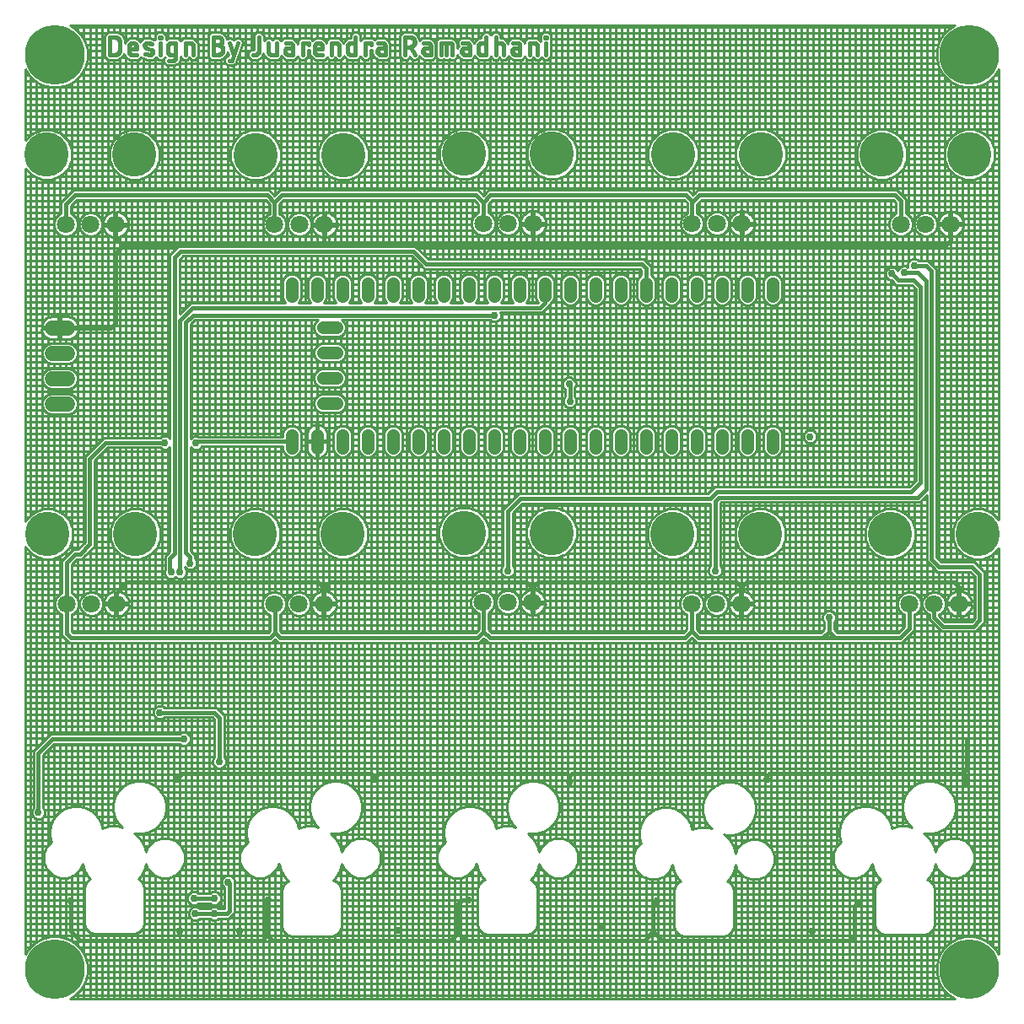
<source format=gbr>
G04 EAGLE Gerber RS-274X export*
G75*
%MOMM*%
%FSLAX34Y34*%
%LPD*%
%INTop Copper*%
%IPPOS*%
%AMOC8*
5,1,8,0,0,1.08239X$1,22.5*%
G01*
%ADD10C,0.431800*%
%ADD11C,1.800000*%
%ADD12C,4.460000*%
%ADD13C,1.308000*%
%ADD14C,1.508000*%
%ADD15C,6.000000*%
%ADD16C,1.008000*%
%ADD17C,0.406400*%
%ADD18C,0.756400*%
%ADD19C,0.254000*%


D10*
X788152Y938403D02*
X788152Y955929D01*
X793020Y955929D01*
X793157Y955927D01*
X793293Y955921D01*
X793429Y955912D01*
X793565Y955898D01*
X793700Y955881D01*
X793835Y955860D01*
X793970Y955835D01*
X794103Y955807D01*
X794236Y955775D01*
X794368Y955739D01*
X794498Y955699D01*
X794628Y955656D01*
X794756Y955609D01*
X794883Y955558D01*
X795008Y955504D01*
X795132Y955447D01*
X795254Y955386D01*
X795375Y955322D01*
X795493Y955254D01*
X795610Y955183D01*
X795725Y955109D01*
X795837Y955031D01*
X795947Y954951D01*
X796055Y954867D01*
X796161Y954780D01*
X796264Y954691D01*
X796364Y954598D01*
X796462Y954503D01*
X796557Y954405D01*
X796650Y954305D01*
X796739Y954202D01*
X796826Y954096D01*
X796910Y953988D01*
X796990Y953878D01*
X797068Y953766D01*
X797142Y953651D01*
X797213Y953534D01*
X797281Y953416D01*
X797345Y953295D01*
X797406Y953173D01*
X797463Y953049D01*
X797517Y952924D01*
X797568Y952797D01*
X797615Y952669D01*
X797658Y952539D01*
X797698Y952409D01*
X797734Y952277D01*
X797766Y952144D01*
X797794Y952011D01*
X797819Y951876D01*
X797840Y951741D01*
X797857Y951606D01*
X797871Y951470D01*
X797880Y951334D01*
X797886Y951198D01*
X797888Y951061D01*
X797889Y951061D02*
X797889Y943271D01*
X797888Y943271D02*
X797886Y943134D01*
X797880Y942998D01*
X797871Y942862D01*
X797857Y942726D01*
X797840Y942591D01*
X797819Y942456D01*
X797794Y942321D01*
X797766Y942188D01*
X797734Y942055D01*
X797698Y941923D01*
X797658Y941793D01*
X797615Y941663D01*
X797568Y941535D01*
X797517Y941408D01*
X797463Y941283D01*
X797406Y941159D01*
X797345Y941037D01*
X797281Y940916D01*
X797213Y940798D01*
X797142Y940681D01*
X797068Y940566D01*
X796990Y940454D01*
X796910Y940344D01*
X796826Y940236D01*
X796739Y940130D01*
X796650Y940027D01*
X796557Y939927D01*
X796462Y939829D01*
X796364Y939734D01*
X796264Y939641D01*
X796161Y939552D01*
X796055Y939465D01*
X795947Y939381D01*
X795837Y939301D01*
X795725Y939223D01*
X795610Y939149D01*
X795493Y939078D01*
X795375Y939010D01*
X795254Y938946D01*
X795132Y938885D01*
X795008Y938828D01*
X794883Y938774D01*
X794756Y938723D01*
X794628Y938676D01*
X794498Y938633D01*
X794368Y938593D01*
X794236Y938557D01*
X794103Y938525D01*
X793970Y938497D01*
X793835Y938472D01*
X793700Y938451D01*
X793565Y938434D01*
X793429Y938420D01*
X793293Y938411D01*
X793157Y938405D01*
X793020Y938403D01*
X788152Y938403D01*
X809967Y938403D02*
X814835Y938403D01*
X809967Y938403D02*
X809860Y938405D01*
X809754Y938411D01*
X809648Y938421D01*
X809542Y938434D01*
X809436Y938452D01*
X809332Y938473D01*
X809228Y938498D01*
X809125Y938527D01*
X809024Y938559D01*
X808924Y938596D01*
X808825Y938636D01*
X808727Y938679D01*
X808631Y938726D01*
X808537Y938777D01*
X808445Y938831D01*
X808355Y938888D01*
X808267Y938948D01*
X808182Y939012D01*
X808099Y939079D01*
X808018Y939149D01*
X807940Y939221D01*
X807864Y939297D01*
X807792Y939375D01*
X807722Y939456D01*
X807655Y939539D01*
X807591Y939624D01*
X807531Y939712D01*
X807474Y939802D01*
X807420Y939894D01*
X807369Y939988D01*
X807322Y940084D01*
X807279Y940182D01*
X807239Y940281D01*
X807202Y940381D01*
X807170Y940482D01*
X807141Y940585D01*
X807116Y940689D01*
X807095Y940793D01*
X807077Y940899D01*
X807064Y941005D01*
X807054Y941111D01*
X807048Y941217D01*
X807046Y941324D01*
X807046Y946192D01*
X807048Y946316D01*
X807054Y946439D01*
X807064Y946562D01*
X807077Y946685D01*
X807095Y946807D01*
X807116Y946929D01*
X807142Y947050D01*
X807171Y947170D01*
X807204Y947289D01*
X807240Y947407D01*
X807281Y947524D01*
X807325Y947640D01*
X807373Y947754D01*
X807424Y947866D01*
X807479Y947977D01*
X807537Y948086D01*
X807599Y948193D01*
X807664Y948298D01*
X807733Y948401D01*
X807804Y948501D01*
X807879Y948600D01*
X807957Y948696D01*
X808038Y948789D01*
X808122Y948880D01*
X808209Y948968D01*
X808298Y949053D01*
X808390Y949136D01*
X808485Y949215D01*
X808582Y949291D01*
X808682Y949365D01*
X808783Y949435D01*
X808887Y949502D01*
X808994Y949565D01*
X809102Y949625D01*
X809211Y949682D01*
X809323Y949735D01*
X809436Y949785D01*
X809551Y949831D01*
X809667Y949873D01*
X809784Y949911D01*
X809903Y949946D01*
X810023Y949977D01*
X810143Y950004D01*
X810265Y950028D01*
X810387Y950047D01*
X810509Y950063D01*
X810632Y950075D01*
X810756Y950083D01*
X810879Y950087D01*
X811003Y950087D01*
X811126Y950083D01*
X811250Y950075D01*
X811373Y950063D01*
X811495Y950047D01*
X811617Y950028D01*
X811739Y950004D01*
X811859Y949977D01*
X811979Y949946D01*
X812098Y949911D01*
X812215Y949873D01*
X812331Y949831D01*
X812446Y949785D01*
X812559Y949735D01*
X812671Y949682D01*
X812780Y949625D01*
X812889Y949565D01*
X812995Y949502D01*
X813099Y949435D01*
X813200Y949365D01*
X813300Y949291D01*
X813397Y949215D01*
X813492Y949136D01*
X813584Y949053D01*
X813673Y948968D01*
X813760Y948880D01*
X813844Y948789D01*
X813925Y948696D01*
X814003Y948600D01*
X814078Y948501D01*
X814149Y948401D01*
X814218Y948298D01*
X814283Y948193D01*
X814345Y948086D01*
X814403Y947977D01*
X814458Y947866D01*
X814509Y947754D01*
X814557Y947640D01*
X814601Y947524D01*
X814642Y947407D01*
X814678Y947289D01*
X814711Y947170D01*
X814740Y947050D01*
X814766Y946929D01*
X814787Y946807D01*
X814805Y946685D01*
X814818Y946562D01*
X814828Y946439D01*
X814834Y946316D01*
X814836Y946192D01*
X814835Y946192D02*
X814835Y944245D01*
X807046Y944245D01*
X824573Y945219D02*
X829441Y943271D01*
X824573Y945219D02*
X824481Y945258D01*
X824390Y945300D01*
X824302Y945346D01*
X824215Y945396D01*
X824130Y945449D01*
X824047Y945506D01*
X823967Y945565D01*
X823889Y945628D01*
X823813Y945694D01*
X823741Y945763D01*
X823671Y945834D01*
X823604Y945908D01*
X823539Y945985D01*
X823479Y946065D01*
X823421Y946147D01*
X823366Y946230D01*
X823315Y946317D01*
X823267Y946405D01*
X823223Y946494D01*
X823183Y946586D01*
X823146Y946679D01*
X823113Y946773D01*
X823083Y946869D01*
X823058Y946966D01*
X823036Y947064D01*
X823018Y947162D01*
X823004Y947261D01*
X822994Y947361D01*
X822988Y947461D01*
X822986Y947561D01*
X822988Y947661D01*
X822994Y947761D01*
X823004Y947861D01*
X823017Y947960D01*
X823035Y948058D01*
X823057Y948156D01*
X823082Y948253D01*
X823111Y948349D01*
X823144Y948443D01*
X823181Y948536D01*
X823221Y948628D01*
X823265Y948718D01*
X823313Y948806D01*
X823364Y948892D01*
X823418Y948976D01*
X823476Y949058D01*
X823537Y949137D01*
X823601Y949214D01*
X823668Y949289D01*
X823738Y949360D01*
X823810Y949429D01*
X823886Y949495D01*
X823963Y949558D01*
X824044Y949618D01*
X824126Y949674D01*
X824211Y949728D01*
X824298Y949778D01*
X824387Y949824D01*
X824477Y949867D01*
X824569Y949906D01*
X824663Y949941D01*
X824758Y949973D01*
X824854Y950001D01*
X824951Y950025D01*
X825049Y950045D01*
X825148Y950062D01*
X825247Y950074D01*
X825347Y950083D01*
X825447Y950087D01*
X825547Y950088D01*
X825813Y950081D01*
X826078Y950067D01*
X826344Y950048D01*
X826608Y950022D01*
X826872Y949989D01*
X827135Y949950D01*
X827397Y949905D01*
X827658Y949854D01*
X827917Y949796D01*
X828176Y949732D01*
X828432Y949662D01*
X828687Y949586D01*
X828940Y949503D01*
X829190Y949415D01*
X829439Y949321D01*
X829685Y949220D01*
X829929Y949114D01*
X829442Y943271D02*
X829534Y943232D01*
X829625Y943190D01*
X829713Y943144D01*
X829800Y943094D01*
X829885Y943041D01*
X829968Y942984D01*
X830048Y942925D01*
X830126Y942862D01*
X830202Y942796D01*
X830274Y942727D01*
X830344Y942656D01*
X830411Y942582D01*
X830475Y942505D01*
X830536Y942425D01*
X830594Y942343D01*
X830649Y942260D01*
X830700Y942173D01*
X830748Y942085D01*
X830792Y941996D01*
X830832Y941904D01*
X830869Y941811D01*
X830902Y941717D01*
X830932Y941621D01*
X830957Y941524D01*
X830979Y941426D01*
X830997Y941328D01*
X831011Y941229D01*
X831021Y941129D01*
X831027Y941029D01*
X831029Y940929D01*
X831027Y940829D01*
X831021Y940729D01*
X831011Y940629D01*
X830998Y940530D01*
X830980Y940432D01*
X830958Y940334D01*
X830933Y940237D01*
X830904Y940141D01*
X830871Y940047D01*
X830834Y939954D01*
X830794Y939862D01*
X830750Y939772D01*
X830702Y939684D01*
X830651Y939598D01*
X830597Y939514D01*
X830539Y939432D01*
X830478Y939353D01*
X830414Y939276D01*
X830347Y939201D01*
X830277Y939130D01*
X830205Y939061D01*
X830129Y938995D01*
X830052Y938932D01*
X829971Y938872D01*
X829889Y938816D01*
X829804Y938762D01*
X829717Y938712D01*
X829628Y938666D01*
X829538Y938623D01*
X829446Y938584D01*
X829352Y938549D01*
X829257Y938517D01*
X829161Y938489D01*
X829064Y938465D01*
X828966Y938445D01*
X828867Y938428D01*
X828768Y938416D01*
X828668Y938407D01*
X828568Y938403D01*
X828468Y938402D01*
X828468Y938403D02*
X828078Y938413D01*
X827688Y938432D01*
X827298Y938461D01*
X826909Y938499D01*
X826522Y938546D01*
X826135Y938602D01*
X825750Y938667D01*
X825367Y938742D01*
X824985Y938825D01*
X824606Y938918D01*
X824229Y939019D01*
X823854Y939129D01*
X823482Y939248D01*
X823113Y939376D01*
X838748Y938403D02*
X838748Y950087D01*
X838261Y954955D02*
X838261Y955929D01*
X839235Y955929D01*
X839235Y954955D01*
X838261Y954955D01*
X849375Y938403D02*
X854243Y938403D01*
X849375Y938403D02*
X849268Y938405D01*
X849162Y938411D01*
X849056Y938421D01*
X848950Y938434D01*
X848844Y938452D01*
X848740Y938473D01*
X848636Y938498D01*
X848533Y938527D01*
X848432Y938559D01*
X848332Y938596D01*
X848233Y938636D01*
X848135Y938679D01*
X848039Y938726D01*
X847945Y938777D01*
X847853Y938831D01*
X847763Y938888D01*
X847675Y938948D01*
X847590Y939012D01*
X847507Y939079D01*
X847426Y939149D01*
X847348Y939221D01*
X847272Y939297D01*
X847200Y939375D01*
X847130Y939456D01*
X847063Y939539D01*
X846999Y939624D01*
X846939Y939712D01*
X846882Y939802D01*
X846828Y939894D01*
X846777Y939988D01*
X846730Y940084D01*
X846687Y940182D01*
X846647Y940281D01*
X846610Y940381D01*
X846578Y940482D01*
X846549Y940585D01*
X846524Y940689D01*
X846503Y940793D01*
X846485Y940899D01*
X846472Y941005D01*
X846462Y941111D01*
X846456Y941217D01*
X846454Y941324D01*
X846454Y947166D01*
X846456Y947273D01*
X846462Y947379D01*
X846472Y947485D01*
X846485Y947591D01*
X846503Y947697D01*
X846524Y947801D01*
X846549Y947905D01*
X846578Y948008D01*
X846610Y948109D01*
X846647Y948209D01*
X846687Y948308D01*
X846730Y948406D01*
X846777Y948502D01*
X846828Y948596D01*
X846882Y948688D01*
X846939Y948778D01*
X846999Y948866D01*
X847063Y948951D01*
X847130Y949034D01*
X847200Y949115D01*
X847272Y949193D01*
X847348Y949269D01*
X847426Y949341D01*
X847507Y949411D01*
X847590Y949478D01*
X847675Y949542D01*
X847763Y949602D01*
X847853Y949659D01*
X847945Y949713D01*
X848039Y949764D01*
X848135Y949811D01*
X848233Y949854D01*
X848332Y949894D01*
X848432Y949931D01*
X848533Y949963D01*
X848636Y949992D01*
X848740Y950017D01*
X848844Y950038D01*
X848950Y950056D01*
X849056Y950069D01*
X849162Y950079D01*
X849268Y950085D01*
X849375Y950087D01*
X854243Y950087D01*
X854243Y935482D01*
X854241Y935375D01*
X854235Y935269D01*
X854225Y935163D01*
X854212Y935057D01*
X854194Y934951D01*
X854173Y934847D01*
X854148Y934743D01*
X854119Y934640D01*
X854087Y934539D01*
X854050Y934439D01*
X854010Y934340D01*
X853967Y934242D01*
X853920Y934146D01*
X853869Y934052D01*
X853815Y933960D01*
X853758Y933870D01*
X853698Y933782D01*
X853634Y933697D01*
X853567Y933614D01*
X853497Y933533D01*
X853425Y933455D01*
X853349Y933379D01*
X853271Y933307D01*
X853190Y933237D01*
X853107Y933170D01*
X853022Y933106D01*
X852934Y933046D01*
X852844Y932989D01*
X852752Y932935D01*
X852658Y932884D01*
X852562Y932837D01*
X852464Y932794D01*
X852365Y932754D01*
X852265Y932717D01*
X852164Y932685D01*
X852061Y932656D01*
X851957Y932631D01*
X851853Y932610D01*
X851747Y932592D01*
X851641Y932579D01*
X851535Y932569D01*
X851429Y932563D01*
X851322Y932561D01*
X847428Y932561D01*
X863897Y938403D02*
X863897Y950087D01*
X868765Y950087D01*
X868872Y950085D01*
X868978Y950079D01*
X869084Y950069D01*
X869190Y950056D01*
X869296Y950038D01*
X869400Y950017D01*
X869504Y949992D01*
X869607Y949963D01*
X869708Y949931D01*
X869808Y949894D01*
X869907Y949854D01*
X870005Y949811D01*
X870101Y949764D01*
X870195Y949713D01*
X870287Y949659D01*
X870377Y949602D01*
X870465Y949542D01*
X870550Y949478D01*
X870633Y949411D01*
X870714Y949341D01*
X870792Y949269D01*
X870868Y949193D01*
X870940Y949115D01*
X871010Y949034D01*
X871077Y948951D01*
X871141Y948866D01*
X871201Y948778D01*
X871258Y948688D01*
X871312Y948596D01*
X871363Y948502D01*
X871410Y948406D01*
X871453Y948308D01*
X871493Y948209D01*
X871530Y948109D01*
X871562Y948008D01*
X871591Y947905D01*
X871616Y947801D01*
X871637Y947697D01*
X871655Y947591D01*
X871668Y947485D01*
X871678Y947379D01*
X871684Y947273D01*
X871686Y947166D01*
X871686Y938403D01*
X891754Y948140D02*
X896623Y948140D01*
X896623Y948139D02*
X896761Y948137D01*
X896898Y948131D01*
X897036Y948121D01*
X897173Y948108D01*
X897310Y948090D01*
X897446Y948069D01*
X897581Y948044D01*
X897716Y948015D01*
X897850Y947982D01*
X897982Y947945D01*
X898114Y947905D01*
X898245Y947861D01*
X898374Y947813D01*
X898502Y947762D01*
X898628Y947707D01*
X898753Y947648D01*
X898876Y947586D01*
X898997Y947521D01*
X899116Y947452D01*
X899234Y947380D01*
X899349Y947304D01*
X899462Y947225D01*
X899573Y947144D01*
X899681Y947058D01*
X899787Y946970D01*
X899891Y946879D01*
X899991Y946785D01*
X900089Y946689D01*
X900185Y946589D01*
X900277Y946487D01*
X900367Y946382D01*
X900453Y946275D01*
X900537Y946166D01*
X900617Y946054D01*
X900694Y945940D01*
X900768Y945823D01*
X900839Y945705D01*
X900906Y945585D01*
X900970Y945463D01*
X901030Y945339D01*
X901087Y945213D01*
X901140Y945086D01*
X901190Y944958D01*
X901235Y944828D01*
X901278Y944696D01*
X901316Y944564D01*
X901351Y944431D01*
X901382Y944297D01*
X901409Y944162D01*
X901432Y944026D01*
X901452Y943889D01*
X901467Y943752D01*
X901479Y943615D01*
X901487Y943478D01*
X901491Y943340D01*
X901491Y943202D01*
X901487Y943064D01*
X901479Y942927D01*
X901467Y942790D01*
X901452Y942653D01*
X901432Y942516D01*
X901409Y942380D01*
X901382Y942245D01*
X901351Y942111D01*
X901316Y941978D01*
X901278Y941846D01*
X901235Y941714D01*
X901190Y941584D01*
X901140Y941456D01*
X901087Y941329D01*
X901030Y941203D01*
X900970Y941079D01*
X900906Y940957D01*
X900839Y940837D01*
X900768Y940719D01*
X900694Y940602D01*
X900617Y940488D01*
X900537Y940376D01*
X900453Y940267D01*
X900367Y940160D01*
X900277Y940055D01*
X900185Y939953D01*
X900089Y939853D01*
X899991Y939757D01*
X899891Y939663D01*
X899787Y939572D01*
X899681Y939484D01*
X899573Y939398D01*
X899462Y939317D01*
X899349Y939238D01*
X899234Y939162D01*
X899116Y939090D01*
X898997Y939021D01*
X898876Y938956D01*
X898753Y938894D01*
X898628Y938835D01*
X898502Y938780D01*
X898374Y938729D01*
X898245Y938681D01*
X898114Y938637D01*
X897982Y938597D01*
X897850Y938560D01*
X897716Y938527D01*
X897581Y938498D01*
X897446Y938473D01*
X897310Y938452D01*
X897173Y938434D01*
X897036Y938421D01*
X896898Y938411D01*
X896761Y938405D01*
X896623Y938403D01*
X891754Y938403D01*
X891754Y955929D01*
X896623Y955929D01*
X896747Y955927D01*
X896870Y955921D01*
X896993Y955911D01*
X897116Y955898D01*
X897238Y955880D01*
X897360Y955859D01*
X897481Y955833D01*
X897601Y955804D01*
X897720Y955771D01*
X897838Y955735D01*
X897955Y955694D01*
X898071Y955650D01*
X898185Y955602D01*
X898297Y955551D01*
X898408Y955496D01*
X898517Y955438D01*
X898624Y955376D01*
X898729Y955311D01*
X898832Y955242D01*
X898932Y955171D01*
X899031Y955096D01*
X899127Y955018D01*
X899220Y954937D01*
X899311Y954853D01*
X899399Y954766D01*
X899484Y954677D01*
X899567Y954585D01*
X899646Y954490D01*
X899722Y954393D01*
X899796Y954293D01*
X899866Y954192D01*
X899933Y954088D01*
X899996Y953982D01*
X900056Y953873D01*
X900113Y953764D01*
X900166Y953652D01*
X900216Y953539D01*
X900262Y953424D01*
X900304Y953308D01*
X900342Y953191D01*
X900377Y953072D01*
X900408Y952952D01*
X900435Y952832D01*
X900459Y952710D01*
X900478Y952588D01*
X900494Y952466D01*
X900506Y952343D01*
X900514Y952219D01*
X900518Y952096D01*
X900518Y951972D01*
X900514Y951849D01*
X900506Y951725D01*
X900494Y951602D01*
X900478Y951480D01*
X900459Y951358D01*
X900435Y951236D01*
X900408Y951116D01*
X900377Y950996D01*
X900342Y950877D01*
X900304Y950760D01*
X900262Y950644D01*
X900216Y950529D01*
X900166Y950416D01*
X900113Y950304D01*
X900056Y950195D01*
X899996Y950087D01*
X899933Y949980D01*
X899866Y949876D01*
X899796Y949775D01*
X899722Y949675D01*
X899646Y949578D01*
X899567Y949483D01*
X899484Y949391D01*
X899399Y949302D01*
X899311Y949215D01*
X899220Y949131D01*
X899127Y949050D01*
X899031Y948972D01*
X898932Y948897D01*
X898832Y948826D01*
X898729Y948757D01*
X898624Y948692D01*
X898517Y948630D01*
X898408Y948572D01*
X898297Y948517D01*
X898185Y948466D01*
X898071Y948418D01*
X897955Y948374D01*
X897838Y948333D01*
X897720Y948297D01*
X897601Y948264D01*
X897481Y948235D01*
X897360Y948209D01*
X897238Y948188D01*
X897116Y948170D01*
X896993Y948157D01*
X896870Y948147D01*
X896747Y948141D01*
X896623Y948139D01*
X908389Y932561D02*
X910336Y932561D01*
X916178Y950087D01*
X908389Y950087D02*
X912284Y938403D01*
X937637Y942298D02*
X937637Y955929D01*
X937637Y942298D02*
X937635Y942176D01*
X937629Y942053D01*
X937620Y941931D01*
X937606Y941810D01*
X937589Y941689D01*
X937568Y941568D01*
X937543Y941448D01*
X937515Y941329D01*
X937482Y941211D01*
X937446Y941094D01*
X937407Y940979D01*
X937363Y940864D01*
X937317Y940751D01*
X937266Y940640D01*
X937212Y940530D01*
X937155Y940422D01*
X937095Y940315D01*
X937031Y940211D01*
X936963Y940109D01*
X936893Y940009D01*
X936820Y939911D01*
X936743Y939815D01*
X936664Y939722D01*
X936581Y939632D01*
X936496Y939544D01*
X936408Y939459D01*
X936318Y939376D01*
X936225Y939297D01*
X936129Y939220D01*
X936031Y939147D01*
X935931Y939077D01*
X935829Y939009D01*
X935725Y938945D01*
X935618Y938885D01*
X935510Y938828D01*
X935400Y938774D01*
X935289Y938723D01*
X935176Y938677D01*
X935061Y938633D01*
X934946Y938594D01*
X934829Y938558D01*
X934711Y938525D01*
X934592Y938497D01*
X934472Y938472D01*
X934351Y938451D01*
X934230Y938434D01*
X934109Y938420D01*
X933987Y938411D01*
X933864Y938405D01*
X933742Y938403D01*
X931795Y938403D01*
X947319Y941324D02*
X947319Y950087D01*
X947319Y941324D02*
X947321Y941217D01*
X947327Y941111D01*
X947337Y941005D01*
X947350Y940899D01*
X947368Y940793D01*
X947389Y940689D01*
X947414Y940585D01*
X947443Y940482D01*
X947475Y940381D01*
X947512Y940281D01*
X947552Y940182D01*
X947595Y940084D01*
X947642Y939988D01*
X947693Y939894D01*
X947747Y939802D01*
X947804Y939712D01*
X947864Y939624D01*
X947928Y939539D01*
X947995Y939456D01*
X948065Y939375D01*
X948137Y939297D01*
X948213Y939221D01*
X948291Y939149D01*
X948372Y939079D01*
X948455Y939012D01*
X948540Y938948D01*
X948628Y938888D01*
X948718Y938831D01*
X948810Y938777D01*
X948904Y938726D01*
X949000Y938679D01*
X949098Y938636D01*
X949197Y938596D01*
X949297Y938559D01*
X949398Y938527D01*
X949501Y938498D01*
X949605Y938473D01*
X949709Y938452D01*
X949815Y938434D01*
X949921Y938421D01*
X950027Y938411D01*
X950133Y938405D01*
X950240Y938403D01*
X955109Y938403D01*
X955109Y950087D01*
X967271Y945219D02*
X971653Y945219D01*
X967271Y945219D02*
X967156Y945217D01*
X967041Y945211D01*
X966926Y945202D01*
X966812Y945188D01*
X966698Y945171D01*
X966585Y945149D01*
X966473Y945124D01*
X966361Y945095D01*
X966251Y945063D01*
X966142Y945026D01*
X966034Y944986D01*
X965927Y944943D01*
X965822Y944896D01*
X965719Y944845D01*
X965617Y944791D01*
X965517Y944733D01*
X965420Y944672D01*
X965324Y944608D01*
X965231Y944541D01*
X965140Y944470D01*
X965051Y944397D01*
X964965Y944320D01*
X964882Y944241D01*
X964801Y944159D01*
X964723Y944074D01*
X964648Y943987D01*
X964576Y943897D01*
X964507Y943805D01*
X964441Y943710D01*
X964379Y943614D01*
X964320Y943515D01*
X964264Y943414D01*
X964211Y943312D01*
X964162Y943208D01*
X964117Y943102D01*
X964075Y942995D01*
X964037Y942886D01*
X964003Y942776D01*
X963972Y942665D01*
X963945Y942553D01*
X963922Y942441D01*
X963902Y942327D01*
X963887Y942213D01*
X963875Y942098D01*
X963867Y941984D01*
X963863Y941869D01*
X963863Y941753D01*
X963867Y941638D01*
X963875Y941524D01*
X963887Y941409D01*
X963902Y941295D01*
X963922Y941181D01*
X963945Y941069D01*
X963972Y940957D01*
X964003Y940846D01*
X964037Y940736D01*
X964075Y940627D01*
X964117Y940520D01*
X964162Y940414D01*
X964211Y940310D01*
X964264Y940208D01*
X964320Y940107D01*
X964379Y940008D01*
X964441Y939912D01*
X964507Y939817D01*
X964576Y939725D01*
X964648Y939635D01*
X964723Y939548D01*
X964801Y939463D01*
X964882Y939381D01*
X964965Y939302D01*
X965051Y939225D01*
X965140Y939152D01*
X965231Y939081D01*
X965324Y939014D01*
X965420Y938950D01*
X965517Y938889D01*
X965617Y938831D01*
X965719Y938777D01*
X965822Y938726D01*
X965927Y938679D01*
X966034Y938636D01*
X966142Y938596D01*
X966251Y938559D01*
X966361Y938527D01*
X966473Y938498D01*
X966585Y938473D01*
X966698Y938451D01*
X966812Y938434D01*
X966926Y938420D01*
X967041Y938411D01*
X967156Y938405D01*
X967271Y938403D01*
X971653Y938403D01*
X971653Y947166D01*
X971651Y947273D01*
X971645Y947379D01*
X971635Y947485D01*
X971622Y947591D01*
X971604Y947697D01*
X971583Y947801D01*
X971558Y947905D01*
X971529Y948008D01*
X971497Y948109D01*
X971460Y948209D01*
X971420Y948308D01*
X971377Y948406D01*
X971330Y948502D01*
X971279Y948596D01*
X971225Y948688D01*
X971168Y948778D01*
X971108Y948866D01*
X971044Y948951D01*
X970977Y949034D01*
X970907Y949115D01*
X970835Y949193D01*
X970759Y949269D01*
X970681Y949341D01*
X970600Y949411D01*
X970517Y949478D01*
X970432Y949542D01*
X970344Y949602D01*
X970254Y949659D01*
X970162Y949713D01*
X970068Y949764D01*
X969972Y949811D01*
X969874Y949854D01*
X969775Y949894D01*
X969675Y949931D01*
X969574Y949963D01*
X969471Y949992D01*
X969367Y950017D01*
X969263Y950038D01*
X969157Y950056D01*
X969051Y950069D01*
X968945Y950079D01*
X968839Y950085D01*
X968732Y950087D01*
X964837Y950087D01*
X981476Y950087D02*
X981476Y938403D01*
X981476Y950087D02*
X987318Y950087D01*
X987318Y948140D01*
X996586Y938403D02*
X1001454Y938403D01*
X996586Y938403D02*
X996479Y938405D01*
X996373Y938411D01*
X996267Y938421D01*
X996161Y938434D01*
X996055Y938452D01*
X995951Y938473D01*
X995847Y938498D01*
X995744Y938527D01*
X995643Y938559D01*
X995543Y938596D01*
X995444Y938636D01*
X995346Y938679D01*
X995250Y938726D01*
X995156Y938777D01*
X995064Y938831D01*
X994974Y938888D01*
X994886Y938948D01*
X994801Y939012D01*
X994718Y939079D01*
X994637Y939149D01*
X994559Y939221D01*
X994483Y939297D01*
X994411Y939375D01*
X994341Y939456D01*
X994274Y939539D01*
X994210Y939624D01*
X994150Y939712D01*
X994093Y939802D01*
X994039Y939894D01*
X993988Y939988D01*
X993941Y940084D01*
X993898Y940182D01*
X993858Y940281D01*
X993821Y940381D01*
X993789Y940482D01*
X993760Y940585D01*
X993735Y940689D01*
X993714Y940793D01*
X993696Y940899D01*
X993683Y941005D01*
X993673Y941111D01*
X993667Y941217D01*
X993665Y941324D01*
X993665Y946192D01*
X993667Y946316D01*
X993673Y946439D01*
X993683Y946562D01*
X993696Y946685D01*
X993714Y946807D01*
X993735Y946929D01*
X993761Y947050D01*
X993790Y947170D01*
X993823Y947289D01*
X993859Y947407D01*
X993900Y947524D01*
X993944Y947640D01*
X993992Y947754D01*
X994043Y947866D01*
X994098Y947977D01*
X994156Y948086D01*
X994218Y948193D01*
X994283Y948298D01*
X994352Y948401D01*
X994423Y948501D01*
X994498Y948600D01*
X994576Y948696D01*
X994657Y948789D01*
X994741Y948880D01*
X994828Y948968D01*
X994917Y949053D01*
X995009Y949136D01*
X995104Y949215D01*
X995201Y949291D01*
X995301Y949365D01*
X995402Y949435D01*
X995506Y949502D01*
X995613Y949565D01*
X995721Y949625D01*
X995830Y949682D01*
X995942Y949735D01*
X996055Y949785D01*
X996170Y949831D01*
X996286Y949873D01*
X996403Y949911D01*
X996522Y949946D01*
X996642Y949977D01*
X996762Y950004D01*
X996884Y950028D01*
X997006Y950047D01*
X997128Y950063D01*
X997251Y950075D01*
X997375Y950083D01*
X997498Y950087D01*
X997622Y950087D01*
X997745Y950083D01*
X997869Y950075D01*
X997992Y950063D01*
X998114Y950047D01*
X998236Y950028D01*
X998358Y950004D01*
X998478Y949977D01*
X998598Y949946D01*
X998717Y949911D01*
X998834Y949873D01*
X998950Y949831D01*
X999065Y949785D01*
X999178Y949735D01*
X999290Y949682D01*
X999399Y949625D01*
X999508Y949565D01*
X999614Y949502D01*
X999718Y949435D01*
X999819Y949365D01*
X999919Y949291D01*
X1000016Y949215D01*
X1000111Y949136D01*
X1000203Y949053D01*
X1000292Y948968D01*
X1000379Y948880D01*
X1000463Y948789D01*
X1000544Y948696D01*
X1000622Y948600D01*
X1000697Y948501D01*
X1000768Y948401D01*
X1000837Y948298D01*
X1000902Y948193D01*
X1000964Y948086D01*
X1001022Y947977D01*
X1001077Y947866D01*
X1001128Y947754D01*
X1001176Y947640D01*
X1001220Y947524D01*
X1001261Y947407D01*
X1001297Y947289D01*
X1001330Y947170D01*
X1001359Y947050D01*
X1001385Y946929D01*
X1001406Y946807D01*
X1001424Y946685D01*
X1001437Y946562D01*
X1001447Y946439D01*
X1001453Y946316D01*
X1001455Y946192D01*
X1001454Y946192D02*
X1001454Y944245D01*
X993665Y944245D01*
X1010350Y938403D02*
X1010350Y950087D01*
X1015218Y950087D01*
X1015325Y950085D01*
X1015431Y950079D01*
X1015537Y950069D01*
X1015643Y950056D01*
X1015749Y950038D01*
X1015853Y950017D01*
X1015957Y949992D01*
X1016060Y949963D01*
X1016161Y949931D01*
X1016261Y949894D01*
X1016360Y949854D01*
X1016458Y949811D01*
X1016554Y949764D01*
X1016648Y949713D01*
X1016740Y949659D01*
X1016830Y949602D01*
X1016918Y949542D01*
X1017003Y949478D01*
X1017086Y949411D01*
X1017167Y949341D01*
X1017245Y949269D01*
X1017321Y949193D01*
X1017393Y949115D01*
X1017463Y949034D01*
X1017530Y948951D01*
X1017594Y948866D01*
X1017654Y948778D01*
X1017711Y948688D01*
X1017765Y948596D01*
X1017816Y948502D01*
X1017863Y948406D01*
X1017906Y948308D01*
X1017946Y948209D01*
X1017983Y948109D01*
X1018015Y948008D01*
X1018044Y947905D01*
X1018069Y947801D01*
X1018090Y947697D01*
X1018108Y947591D01*
X1018121Y947485D01*
X1018131Y947379D01*
X1018137Y947273D01*
X1018139Y947166D01*
X1018139Y938403D01*
X1034683Y938403D02*
X1034683Y955929D01*
X1034683Y938403D02*
X1029815Y938403D01*
X1029708Y938405D01*
X1029602Y938411D01*
X1029496Y938421D01*
X1029390Y938434D01*
X1029284Y938452D01*
X1029180Y938473D01*
X1029076Y938498D01*
X1028973Y938527D01*
X1028872Y938559D01*
X1028772Y938596D01*
X1028673Y938636D01*
X1028575Y938679D01*
X1028479Y938726D01*
X1028385Y938777D01*
X1028293Y938831D01*
X1028203Y938888D01*
X1028115Y938948D01*
X1028030Y939012D01*
X1027947Y939079D01*
X1027866Y939149D01*
X1027788Y939221D01*
X1027712Y939297D01*
X1027640Y939375D01*
X1027570Y939456D01*
X1027503Y939539D01*
X1027439Y939624D01*
X1027379Y939712D01*
X1027322Y939802D01*
X1027268Y939894D01*
X1027217Y939988D01*
X1027170Y940084D01*
X1027127Y940182D01*
X1027087Y940281D01*
X1027050Y940381D01*
X1027018Y940482D01*
X1026989Y940585D01*
X1026964Y940689D01*
X1026943Y940793D01*
X1026925Y940899D01*
X1026912Y941005D01*
X1026902Y941111D01*
X1026896Y941217D01*
X1026894Y941324D01*
X1026894Y947166D01*
X1026896Y947273D01*
X1026902Y947379D01*
X1026912Y947485D01*
X1026925Y947591D01*
X1026943Y947697D01*
X1026964Y947801D01*
X1026989Y947905D01*
X1027018Y948008D01*
X1027050Y948109D01*
X1027087Y948209D01*
X1027127Y948308D01*
X1027170Y948406D01*
X1027217Y948502D01*
X1027268Y948596D01*
X1027322Y948688D01*
X1027379Y948778D01*
X1027439Y948866D01*
X1027503Y948951D01*
X1027570Y949034D01*
X1027640Y949115D01*
X1027712Y949193D01*
X1027788Y949269D01*
X1027866Y949341D01*
X1027947Y949411D01*
X1028030Y949478D01*
X1028115Y949542D01*
X1028203Y949602D01*
X1028293Y949659D01*
X1028385Y949713D01*
X1028479Y949764D01*
X1028575Y949811D01*
X1028673Y949854D01*
X1028772Y949894D01*
X1028872Y949931D01*
X1028973Y949963D01*
X1029076Y949992D01*
X1029180Y950017D01*
X1029284Y950038D01*
X1029390Y950056D01*
X1029496Y950069D01*
X1029602Y950079D01*
X1029708Y950085D01*
X1029815Y950087D01*
X1034683Y950087D01*
X1044506Y950087D02*
X1044506Y938403D01*
X1044506Y950087D02*
X1050348Y950087D01*
X1050348Y948140D01*
X1059963Y945219D02*
X1064344Y945219D01*
X1059963Y945219D02*
X1059848Y945217D01*
X1059733Y945211D01*
X1059618Y945202D01*
X1059504Y945188D01*
X1059390Y945171D01*
X1059277Y945149D01*
X1059165Y945124D01*
X1059053Y945095D01*
X1058943Y945063D01*
X1058834Y945026D01*
X1058726Y944986D01*
X1058619Y944943D01*
X1058514Y944896D01*
X1058411Y944845D01*
X1058309Y944791D01*
X1058209Y944733D01*
X1058112Y944672D01*
X1058016Y944608D01*
X1057923Y944541D01*
X1057832Y944470D01*
X1057743Y944397D01*
X1057657Y944320D01*
X1057574Y944241D01*
X1057493Y944159D01*
X1057415Y944074D01*
X1057340Y943987D01*
X1057268Y943897D01*
X1057199Y943805D01*
X1057133Y943710D01*
X1057071Y943614D01*
X1057012Y943515D01*
X1056956Y943414D01*
X1056903Y943312D01*
X1056854Y943208D01*
X1056809Y943102D01*
X1056767Y942995D01*
X1056729Y942886D01*
X1056695Y942776D01*
X1056664Y942665D01*
X1056637Y942553D01*
X1056614Y942441D01*
X1056594Y942327D01*
X1056579Y942213D01*
X1056567Y942098D01*
X1056559Y941984D01*
X1056555Y941869D01*
X1056555Y941753D01*
X1056559Y941638D01*
X1056567Y941524D01*
X1056579Y941409D01*
X1056594Y941295D01*
X1056614Y941181D01*
X1056637Y941069D01*
X1056664Y940957D01*
X1056695Y940846D01*
X1056729Y940736D01*
X1056767Y940627D01*
X1056809Y940520D01*
X1056854Y940414D01*
X1056903Y940310D01*
X1056956Y940208D01*
X1057012Y940107D01*
X1057071Y940008D01*
X1057133Y939912D01*
X1057199Y939817D01*
X1057268Y939725D01*
X1057340Y939635D01*
X1057415Y939548D01*
X1057493Y939463D01*
X1057574Y939381D01*
X1057657Y939302D01*
X1057743Y939225D01*
X1057832Y939152D01*
X1057923Y939081D01*
X1058016Y939014D01*
X1058112Y938950D01*
X1058209Y938889D01*
X1058309Y938831D01*
X1058411Y938777D01*
X1058514Y938726D01*
X1058619Y938679D01*
X1058726Y938636D01*
X1058834Y938596D01*
X1058943Y938559D01*
X1059053Y938527D01*
X1059165Y938498D01*
X1059277Y938473D01*
X1059390Y938451D01*
X1059504Y938434D01*
X1059618Y938420D01*
X1059733Y938411D01*
X1059848Y938405D01*
X1059963Y938403D01*
X1064344Y938403D01*
X1064344Y947166D01*
X1064342Y947273D01*
X1064336Y947379D01*
X1064326Y947485D01*
X1064313Y947591D01*
X1064295Y947697D01*
X1064274Y947801D01*
X1064249Y947905D01*
X1064220Y948008D01*
X1064188Y948109D01*
X1064151Y948209D01*
X1064111Y948308D01*
X1064068Y948406D01*
X1064021Y948502D01*
X1063970Y948596D01*
X1063916Y948688D01*
X1063859Y948778D01*
X1063799Y948866D01*
X1063735Y948951D01*
X1063668Y949034D01*
X1063598Y949115D01*
X1063526Y949193D01*
X1063450Y949269D01*
X1063372Y949341D01*
X1063291Y949411D01*
X1063208Y949478D01*
X1063123Y949542D01*
X1063035Y949602D01*
X1062945Y949659D01*
X1062853Y949713D01*
X1062759Y949764D01*
X1062663Y949811D01*
X1062565Y949854D01*
X1062466Y949894D01*
X1062366Y949931D01*
X1062265Y949963D01*
X1062162Y949992D01*
X1062058Y950017D01*
X1061954Y950038D01*
X1061848Y950056D01*
X1061742Y950069D01*
X1061636Y950079D01*
X1061530Y950085D01*
X1061423Y950087D01*
X1057529Y950087D01*
X1084323Y955929D02*
X1084323Y938403D01*
X1084323Y955929D02*
X1089191Y955929D01*
X1089329Y955927D01*
X1089466Y955921D01*
X1089604Y955911D01*
X1089741Y955898D01*
X1089878Y955880D01*
X1090014Y955859D01*
X1090149Y955834D01*
X1090284Y955805D01*
X1090418Y955772D01*
X1090550Y955735D01*
X1090682Y955695D01*
X1090813Y955651D01*
X1090942Y955603D01*
X1091070Y955552D01*
X1091196Y955497D01*
X1091321Y955438D01*
X1091444Y955376D01*
X1091565Y955311D01*
X1091684Y955242D01*
X1091802Y955170D01*
X1091917Y955094D01*
X1092030Y955015D01*
X1092141Y954934D01*
X1092249Y954848D01*
X1092355Y954760D01*
X1092459Y954669D01*
X1092559Y954575D01*
X1092657Y954479D01*
X1092753Y954379D01*
X1092845Y954277D01*
X1092935Y954172D01*
X1093021Y954065D01*
X1093105Y953956D01*
X1093185Y953844D01*
X1093262Y953730D01*
X1093336Y953613D01*
X1093407Y953495D01*
X1093474Y953375D01*
X1093538Y953253D01*
X1093598Y953129D01*
X1093655Y953003D01*
X1093708Y952876D01*
X1093758Y952748D01*
X1093803Y952618D01*
X1093846Y952486D01*
X1093884Y952354D01*
X1093919Y952221D01*
X1093950Y952087D01*
X1093977Y951952D01*
X1094000Y951816D01*
X1094020Y951679D01*
X1094035Y951542D01*
X1094047Y951405D01*
X1094055Y951268D01*
X1094059Y951130D01*
X1094059Y950992D01*
X1094055Y950854D01*
X1094047Y950717D01*
X1094035Y950580D01*
X1094020Y950443D01*
X1094000Y950306D01*
X1093977Y950170D01*
X1093950Y950035D01*
X1093919Y949901D01*
X1093884Y949768D01*
X1093846Y949636D01*
X1093803Y949504D01*
X1093758Y949374D01*
X1093708Y949246D01*
X1093655Y949119D01*
X1093598Y948993D01*
X1093538Y948869D01*
X1093474Y948747D01*
X1093407Y948627D01*
X1093336Y948509D01*
X1093262Y948392D01*
X1093185Y948278D01*
X1093105Y948166D01*
X1093021Y948057D01*
X1092935Y947950D01*
X1092845Y947845D01*
X1092753Y947743D01*
X1092657Y947643D01*
X1092559Y947547D01*
X1092459Y947453D01*
X1092355Y947362D01*
X1092249Y947274D01*
X1092141Y947188D01*
X1092030Y947107D01*
X1091917Y947028D01*
X1091802Y946952D01*
X1091684Y946880D01*
X1091565Y946811D01*
X1091444Y946746D01*
X1091321Y946684D01*
X1091196Y946625D01*
X1091070Y946570D01*
X1090942Y946519D01*
X1090813Y946471D01*
X1090682Y946427D01*
X1090550Y946387D01*
X1090418Y946350D01*
X1090284Y946317D01*
X1090149Y946288D01*
X1090014Y946263D01*
X1089878Y946242D01*
X1089741Y946224D01*
X1089604Y946211D01*
X1089466Y946201D01*
X1089329Y946195D01*
X1089191Y946193D01*
X1089191Y946192D02*
X1084323Y946192D01*
X1090165Y946192D02*
X1094060Y938403D01*
X1105691Y945219D02*
X1110072Y945219D01*
X1105691Y945219D02*
X1105576Y945217D01*
X1105461Y945211D01*
X1105346Y945202D01*
X1105232Y945188D01*
X1105118Y945171D01*
X1105005Y945149D01*
X1104893Y945124D01*
X1104781Y945095D01*
X1104671Y945063D01*
X1104562Y945026D01*
X1104454Y944986D01*
X1104347Y944943D01*
X1104242Y944896D01*
X1104139Y944845D01*
X1104037Y944791D01*
X1103937Y944733D01*
X1103840Y944672D01*
X1103744Y944608D01*
X1103651Y944541D01*
X1103560Y944470D01*
X1103471Y944397D01*
X1103385Y944320D01*
X1103302Y944241D01*
X1103221Y944159D01*
X1103143Y944074D01*
X1103068Y943987D01*
X1102996Y943897D01*
X1102927Y943805D01*
X1102861Y943710D01*
X1102799Y943614D01*
X1102740Y943515D01*
X1102684Y943414D01*
X1102631Y943312D01*
X1102582Y943208D01*
X1102537Y943102D01*
X1102495Y942995D01*
X1102457Y942886D01*
X1102423Y942776D01*
X1102392Y942665D01*
X1102365Y942553D01*
X1102342Y942441D01*
X1102322Y942327D01*
X1102307Y942213D01*
X1102295Y942098D01*
X1102287Y941984D01*
X1102283Y941869D01*
X1102283Y941753D01*
X1102287Y941638D01*
X1102295Y941524D01*
X1102307Y941409D01*
X1102322Y941295D01*
X1102342Y941181D01*
X1102365Y941069D01*
X1102392Y940957D01*
X1102423Y940846D01*
X1102457Y940736D01*
X1102495Y940627D01*
X1102537Y940520D01*
X1102582Y940414D01*
X1102631Y940310D01*
X1102684Y940208D01*
X1102740Y940107D01*
X1102799Y940008D01*
X1102861Y939912D01*
X1102927Y939817D01*
X1102996Y939725D01*
X1103068Y939635D01*
X1103143Y939548D01*
X1103221Y939463D01*
X1103302Y939381D01*
X1103385Y939302D01*
X1103471Y939225D01*
X1103560Y939152D01*
X1103651Y939081D01*
X1103744Y939014D01*
X1103840Y938950D01*
X1103937Y938889D01*
X1104037Y938831D01*
X1104139Y938777D01*
X1104242Y938726D01*
X1104347Y938679D01*
X1104454Y938636D01*
X1104562Y938596D01*
X1104671Y938559D01*
X1104781Y938527D01*
X1104893Y938498D01*
X1105005Y938473D01*
X1105118Y938451D01*
X1105232Y938434D01*
X1105346Y938420D01*
X1105461Y938411D01*
X1105576Y938405D01*
X1105691Y938403D01*
X1110072Y938403D01*
X1110072Y947166D01*
X1110070Y947273D01*
X1110064Y947379D01*
X1110054Y947485D01*
X1110041Y947591D01*
X1110023Y947697D01*
X1110002Y947801D01*
X1109977Y947905D01*
X1109948Y948008D01*
X1109916Y948109D01*
X1109879Y948209D01*
X1109839Y948308D01*
X1109796Y948406D01*
X1109749Y948502D01*
X1109698Y948596D01*
X1109644Y948688D01*
X1109587Y948778D01*
X1109527Y948866D01*
X1109463Y948951D01*
X1109396Y949034D01*
X1109326Y949115D01*
X1109254Y949193D01*
X1109178Y949269D01*
X1109100Y949341D01*
X1109019Y949411D01*
X1108936Y949478D01*
X1108851Y949542D01*
X1108763Y949602D01*
X1108673Y949659D01*
X1108581Y949713D01*
X1108487Y949764D01*
X1108391Y949811D01*
X1108293Y949854D01*
X1108194Y949894D01*
X1108094Y949931D01*
X1107993Y949963D01*
X1107890Y949992D01*
X1107786Y950017D01*
X1107682Y950038D01*
X1107576Y950056D01*
X1107470Y950069D01*
X1107364Y950079D01*
X1107258Y950085D01*
X1107151Y950087D01*
X1103257Y950087D01*
X1120250Y950087D02*
X1120250Y938403D01*
X1120250Y950087D02*
X1129013Y950087D01*
X1129120Y950085D01*
X1129226Y950079D01*
X1129332Y950069D01*
X1129438Y950056D01*
X1129544Y950038D01*
X1129648Y950017D01*
X1129752Y949992D01*
X1129855Y949963D01*
X1129956Y949931D01*
X1130056Y949894D01*
X1130155Y949854D01*
X1130253Y949811D01*
X1130349Y949764D01*
X1130443Y949713D01*
X1130535Y949659D01*
X1130625Y949602D01*
X1130713Y949542D01*
X1130798Y949478D01*
X1130881Y949411D01*
X1130962Y949341D01*
X1131040Y949269D01*
X1131116Y949193D01*
X1131188Y949115D01*
X1131258Y949034D01*
X1131325Y948951D01*
X1131389Y948866D01*
X1131449Y948778D01*
X1131506Y948688D01*
X1131560Y948596D01*
X1131611Y948502D01*
X1131658Y948406D01*
X1131701Y948308D01*
X1131741Y948209D01*
X1131778Y948109D01*
X1131810Y948008D01*
X1131839Y947905D01*
X1131864Y947801D01*
X1131885Y947697D01*
X1131903Y947591D01*
X1131916Y947485D01*
X1131926Y947379D01*
X1131932Y947273D01*
X1131934Y947166D01*
X1131934Y938403D01*
X1126092Y938403D02*
X1126092Y950087D01*
X1144621Y945219D02*
X1149003Y945219D01*
X1144621Y945219D02*
X1144506Y945217D01*
X1144391Y945211D01*
X1144276Y945202D01*
X1144162Y945188D01*
X1144048Y945171D01*
X1143935Y945149D01*
X1143823Y945124D01*
X1143711Y945095D01*
X1143601Y945063D01*
X1143492Y945026D01*
X1143384Y944986D01*
X1143277Y944943D01*
X1143172Y944896D01*
X1143069Y944845D01*
X1142967Y944791D01*
X1142867Y944733D01*
X1142770Y944672D01*
X1142674Y944608D01*
X1142581Y944541D01*
X1142490Y944470D01*
X1142401Y944397D01*
X1142315Y944320D01*
X1142232Y944241D01*
X1142151Y944159D01*
X1142073Y944074D01*
X1141998Y943987D01*
X1141926Y943897D01*
X1141857Y943805D01*
X1141791Y943710D01*
X1141729Y943614D01*
X1141670Y943515D01*
X1141614Y943414D01*
X1141561Y943312D01*
X1141512Y943208D01*
X1141467Y943102D01*
X1141425Y942995D01*
X1141387Y942886D01*
X1141353Y942776D01*
X1141322Y942665D01*
X1141295Y942553D01*
X1141272Y942441D01*
X1141252Y942327D01*
X1141237Y942213D01*
X1141225Y942098D01*
X1141217Y941984D01*
X1141213Y941869D01*
X1141213Y941753D01*
X1141217Y941638D01*
X1141225Y941524D01*
X1141237Y941409D01*
X1141252Y941295D01*
X1141272Y941181D01*
X1141295Y941069D01*
X1141322Y940957D01*
X1141353Y940846D01*
X1141387Y940736D01*
X1141425Y940627D01*
X1141467Y940520D01*
X1141512Y940414D01*
X1141561Y940310D01*
X1141614Y940208D01*
X1141670Y940107D01*
X1141729Y940008D01*
X1141791Y939912D01*
X1141857Y939817D01*
X1141926Y939725D01*
X1141998Y939635D01*
X1142073Y939548D01*
X1142151Y939463D01*
X1142232Y939381D01*
X1142315Y939302D01*
X1142401Y939225D01*
X1142490Y939152D01*
X1142581Y939081D01*
X1142674Y939014D01*
X1142770Y938950D01*
X1142867Y938889D01*
X1142967Y938831D01*
X1143069Y938777D01*
X1143172Y938726D01*
X1143277Y938679D01*
X1143384Y938636D01*
X1143492Y938596D01*
X1143601Y938559D01*
X1143711Y938527D01*
X1143823Y938498D01*
X1143935Y938473D01*
X1144048Y938451D01*
X1144162Y938434D01*
X1144276Y938420D01*
X1144391Y938411D01*
X1144506Y938405D01*
X1144621Y938403D01*
X1149003Y938403D01*
X1149003Y947166D01*
X1149001Y947273D01*
X1148995Y947379D01*
X1148985Y947485D01*
X1148972Y947591D01*
X1148954Y947697D01*
X1148933Y947801D01*
X1148908Y947905D01*
X1148879Y948008D01*
X1148847Y948109D01*
X1148810Y948209D01*
X1148770Y948308D01*
X1148727Y948406D01*
X1148680Y948502D01*
X1148629Y948596D01*
X1148575Y948688D01*
X1148518Y948778D01*
X1148458Y948866D01*
X1148394Y948951D01*
X1148327Y949034D01*
X1148257Y949115D01*
X1148185Y949193D01*
X1148109Y949269D01*
X1148031Y949341D01*
X1147950Y949411D01*
X1147867Y949478D01*
X1147782Y949542D01*
X1147694Y949602D01*
X1147604Y949659D01*
X1147512Y949713D01*
X1147418Y949764D01*
X1147322Y949811D01*
X1147224Y949854D01*
X1147125Y949894D01*
X1147025Y949931D01*
X1146924Y949963D01*
X1146821Y949992D01*
X1146717Y950017D01*
X1146613Y950038D01*
X1146507Y950056D01*
X1146401Y950069D01*
X1146295Y950079D01*
X1146189Y950085D01*
X1146082Y950087D01*
X1142187Y950087D01*
X1165687Y955929D02*
X1165687Y938403D01*
X1160819Y938403D01*
X1160712Y938405D01*
X1160606Y938411D01*
X1160500Y938421D01*
X1160394Y938434D01*
X1160288Y938452D01*
X1160184Y938473D01*
X1160080Y938498D01*
X1159977Y938527D01*
X1159876Y938559D01*
X1159776Y938596D01*
X1159677Y938636D01*
X1159579Y938679D01*
X1159483Y938726D01*
X1159389Y938777D01*
X1159297Y938831D01*
X1159207Y938888D01*
X1159119Y938948D01*
X1159034Y939012D01*
X1158951Y939079D01*
X1158870Y939149D01*
X1158792Y939221D01*
X1158716Y939297D01*
X1158644Y939375D01*
X1158574Y939456D01*
X1158507Y939539D01*
X1158443Y939624D01*
X1158383Y939712D01*
X1158326Y939802D01*
X1158272Y939894D01*
X1158221Y939988D01*
X1158174Y940084D01*
X1158131Y940182D01*
X1158091Y940281D01*
X1158054Y940381D01*
X1158022Y940482D01*
X1157993Y940585D01*
X1157968Y940689D01*
X1157947Y940793D01*
X1157929Y940899D01*
X1157916Y941005D01*
X1157906Y941111D01*
X1157900Y941217D01*
X1157898Y941324D01*
X1157898Y947166D01*
X1157900Y947273D01*
X1157906Y947379D01*
X1157916Y947485D01*
X1157929Y947591D01*
X1157947Y947697D01*
X1157968Y947801D01*
X1157993Y947905D01*
X1158022Y948008D01*
X1158054Y948109D01*
X1158091Y948209D01*
X1158131Y948308D01*
X1158174Y948406D01*
X1158221Y948502D01*
X1158272Y948596D01*
X1158326Y948688D01*
X1158383Y948778D01*
X1158443Y948866D01*
X1158507Y948951D01*
X1158574Y949034D01*
X1158644Y949115D01*
X1158716Y949193D01*
X1158792Y949269D01*
X1158870Y949341D01*
X1158951Y949411D01*
X1159034Y949478D01*
X1159119Y949542D01*
X1159207Y949602D01*
X1159297Y949659D01*
X1159389Y949713D01*
X1159483Y949764D01*
X1159579Y949811D01*
X1159677Y949854D01*
X1159776Y949894D01*
X1159876Y949931D01*
X1159977Y949963D01*
X1160080Y949992D01*
X1160184Y950017D01*
X1160288Y950038D01*
X1160394Y950056D01*
X1160500Y950069D01*
X1160606Y950079D01*
X1160712Y950085D01*
X1160819Y950087D01*
X1165687Y950087D01*
X1175341Y955929D02*
X1175341Y938403D01*
X1175341Y950087D02*
X1180209Y950087D01*
X1180316Y950085D01*
X1180422Y950079D01*
X1180528Y950069D01*
X1180634Y950056D01*
X1180740Y950038D01*
X1180844Y950017D01*
X1180948Y949992D01*
X1181051Y949963D01*
X1181152Y949931D01*
X1181252Y949894D01*
X1181351Y949854D01*
X1181449Y949811D01*
X1181545Y949764D01*
X1181639Y949713D01*
X1181731Y949659D01*
X1181821Y949602D01*
X1181909Y949542D01*
X1181994Y949478D01*
X1182077Y949411D01*
X1182158Y949341D01*
X1182236Y949269D01*
X1182312Y949193D01*
X1182384Y949115D01*
X1182454Y949034D01*
X1182521Y948951D01*
X1182585Y948866D01*
X1182645Y948778D01*
X1182702Y948688D01*
X1182756Y948596D01*
X1182807Y948502D01*
X1182854Y948406D01*
X1182897Y948308D01*
X1182937Y948209D01*
X1182974Y948109D01*
X1183006Y948008D01*
X1183035Y947905D01*
X1183060Y947801D01*
X1183081Y947697D01*
X1183099Y947591D01*
X1183112Y947485D01*
X1183122Y947379D01*
X1183128Y947273D01*
X1183130Y947166D01*
X1183130Y938403D01*
X1195293Y945219D02*
X1199674Y945219D01*
X1195293Y945219D02*
X1195178Y945217D01*
X1195063Y945211D01*
X1194948Y945202D01*
X1194834Y945188D01*
X1194720Y945171D01*
X1194607Y945149D01*
X1194495Y945124D01*
X1194383Y945095D01*
X1194273Y945063D01*
X1194164Y945026D01*
X1194056Y944986D01*
X1193949Y944943D01*
X1193844Y944896D01*
X1193741Y944845D01*
X1193639Y944791D01*
X1193539Y944733D01*
X1193442Y944672D01*
X1193346Y944608D01*
X1193253Y944541D01*
X1193162Y944470D01*
X1193073Y944397D01*
X1192987Y944320D01*
X1192904Y944241D01*
X1192823Y944159D01*
X1192745Y944074D01*
X1192670Y943987D01*
X1192598Y943897D01*
X1192529Y943805D01*
X1192463Y943710D01*
X1192401Y943614D01*
X1192342Y943515D01*
X1192286Y943414D01*
X1192233Y943312D01*
X1192184Y943208D01*
X1192139Y943102D01*
X1192097Y942995D01*
X1192059Y942886D01*
X1192025Y942776D01*
X1191994Y942665D01*
X1191967Y942553D01*
X1191944Y942441D01*
X1191924Y942327D01*
X1191909Y942213D01*
X1191897Y942098D01*
X1191889Y941984D01*
X1191885Y941869D01*
X1191885Y941753D01*
X1191889Y941638D01*
X1191897Y941524D01*
X1191909Y941409D01*
X1191924Y941295D01*
X1191944Y941181D01*
X1191967Y941069D01*
X1191994Y940957D01*
X1192025Y940846D01*
X1192059Y940736D01*
X1192097Y940627D01*
X1192139Y940520D01*
X1192184Y940414D01*
X1192233Y940310D01*
X1192286Y940208D01*
X1192342Y940107D01*
X1192401Y940008D01*
X1192463Y939912D01*
X1192529Y939817D01*
X1192598Y939725D01*
X1192670Y939635D01*
X1192745Y939548D01*
X1192823Y939463D01*
X1192904Y939381D01*
X1192987Y939302D01*
X1193073Y939225D01*
X1193162Y939152D01*
X1193253Y939081D01*
X1193346Y939014D01*
X1193442Y938950D01*
X1193539Y938889D01*
X1193639Y938831D01*
X1193741Y938777D01*
X1193844Y938726D01*
X1193949Y938679D01*
X1194056Y938636D01*
X1194164Y938596D01*
X1194273Y938559D01*
X1194383Y938527D01*
X1194495Y938498D01*
X1194607Y938473D01*
X1194720Y938451D01*
X1194834Y938434D01*
X1194948Y938420D01*
X1195063Y938411D01*
X1195178Y938405D01*
X1195293Y938403D01*
X1199674Y938403D01*
X1199674Y947166D01*
X1199672Y947273D01*
X1199666Y947379D01*
X1199656Y947485D01*
X1199643Y947591D01*
X1199625Y947697D01*
X1199604Y947801D01*
X1199579Y947905D01*
X1199550Y948008D01*
X1199518Y948109D01*
X1199481Y948209D01*
X1199441Y948308D01*
X1199398Y948406D01*
X1199351Y948502D01*
X1199300Y948596D01*
X1199246Y948688D01*
X1199189Y948778D01*
X1199129Y948866D01*
X1199065Y948951D01*
X1198998Y949034D01*
X1198928Y949115D01*
X1198856Y949193D01*
X1198780Y949269D01*
X1198702Y949341D01*
X1198621Y949411D01*
X1198538Y949478D01*
X1198453Y949542D01*
X1198365Y949602D01*
X1198275Y949659D01*
X1198183Y949713D01*
X1198089Y949764D01*
X1197993Y949811D01*
X1197895Y949854D01*
X1197796Y949894D01*
X1197696Y949931D01*
X1197595Y949963D01*
X1197492Y949992D01*
X1197388Y950017D01*
X1197284Y950038D01*
X1197178Y950056D01*
X1197072Y950069D01*
X1196966Y950079D01*
X1196860Y950085D01*
X1196753Y950087D01*
X1192858Y950087D01*
X1209328Y950087D02*
X1209328Y938403D01*
X1209328Y950087D02*
X1214196Y950087D01*
X1214303Y950085D01*
X1214409Y950079D01*
X1214515Y950069D01*
X1214621Y950056D01*
X1214727Y950038D01*
X1214831Y950017D01*
X1214935Y949992D01*
X1215038Y949963D01*
X1215139Y949931D01*
X1215239Y949894D01*
X1215338Y949854D01*
X1215436Y949811D01*
X1215532Y949764D01*
X1215626Y949713D01*
X1215718Y949659D01*
X1215808Y949602D01*
X1215896Y949542D01*
X1215981Y949478D01*
X1216064Y949411D01*
X1216145Y949341D01*
X1216223Y949269D01*
X1216299Y949193D01*
X1216371Y949115D01*
X1216441Y949034D01*
X1216508Y948951D01*
X1216572Y948866D01*
X1216632Y948778D01*
X1216689Y948688D01*
X1216743Y948596D01*
X1216794Y948502D01*
X1216841Y948406D01*
X1216884Y948308D01*
X1216924Y948209D01*
X1216961Y948109D01*
X1216993Y948008D01*
X1217022Y947905D01*
X1217047Y947801D01*
X1217068Y947697D01*
X1217086Y947591D01*
X1217099Y947485D01*
X1217109Y947379D01*
X1217115Y947273D01*
X1217117Y947166D01*
X1217117Y938403D01*
X1225581Y938403D02*
X1225581Y950087D01*
X1225094Y954955D02*
X1225094Y955929D01*
X1226068Y955929D01*
X1226068Y954955D01*
X1225094Y954955D01*
D11*
X743800Y767990D03*
X768800Y767990D03*
X793800Y767990D03*
D12*
X724800Y837990D03*
X812800Y837990D03*
D11*
X953350Y767750D03*
X978350Y767750D03*
X1003350Y767750D03*
D12*
X934350Y837750D03*
X1022350Y837750D03*
D11*
X1162900Y768780D03*
X1187900Y768780D03*
X1212900Y768780D03*
D12*
X1143900Y838780D03*
X1231900Y838780D03*
D11*
X1372450Y768540D03*
X1397450Y768540D03*
X1422450Y768540D03*
D12*
X1353450Y838540D03*
X1441450Y838540D03*
D11*
X1582000Y768300D03*
X1607000Y768300D03*
X1632000Y768300D03*
D12*
X1563000Y838300D03*
X1651000Y838300D03*
D13*
X1453261Y556704D02*
X1453261Y543624D01*
X1427861Y543624D02*
X1427861Y556704D01*
X1402461Y556704D02*
X1402461Y543624D01*
X1377061Y543624D02*
X1377061Y556704D01*
X1351661Y556704D02*
X1351661Y543624D01*
X1326261Y543624D02*
X1326261Y556704D01*
X1300861Y556704D02*
X1300861Y543624D01*
X1275461Y543624D02*
X1275461Y556704D01*
X1250061Y556704D02*
X1250061Y543624D01*
X1224661Y543624D02*
X1224661Y556704D01*
X1199261Y556704D02*
X1199261Y543624D01*
X1173861Y543624D02*
X1173861Y556704D01*
X1148461Y556704D02*
X1148461Y543624D01*
X1123061Y543624D02*
X1123061Y556704D01*
X1097661Y556704D02*
X1097661Y543624D01*
X1072261Y543624D02*
X1072261Y556704D01*
X1046861Y556704D02*
X1046861Y543624D01*
X1021461Y543624D02*
X1021461Y556704D01*
X996061Y556704D02*
X996061Y543624D01*
X970661Y543624D02*
X970661Y556704D01*
X1453261Y696024D02*
X1453261Y709104D01*
X1427861Y709104D02*
X1427861Y696024D01*
X1402461Y696024D02*
X1402461Y709104D01*
X1377061Y709104D02*
X1377061Y696024D01*
X1351661Y696024D02*
X1351661Y709104D01*
X1326261Y709104D02*
X1326261Y696024D01*
X1300861Y696024D02*
X1300861Y709104D01*
X1275461Y709104D02*
X1275461Y696024D01*
X1250061Y696024D02*
X1250061Y709104D01*
X1224661Y709104D02*
X1224661Y696024D01*
X1199261Y696024D02*
X1199261Y709104D01*
X1173861Y709104D02*
X1173861Y696024D01*
X1148461Y696024D02*
X1148461Y709104D01*
X1123061Y709104D02*
X1123061Y696024D01*
X1097661Y696024D02*
X1097661Y709104D01*
X1072261Y709104D02*
X1072261Y696024D01*
X1046861Y696024D02*
X1046861Y709104D01*
X1021461Y709104D02*
X1021461Y696024D01*
X996061Y696024D02*
X996061Y709104D01*
X970661Y709104D02*
X970661Y696024D01*
X1002221Y613664D02*
X1015301Y613664D01*
X1015301Y588264D02*
X1002221Y588264D01*
X1002221Y639064D02*
X1015301Y639064D01*
X1015301Y664464D02*
X1002221Y664464D01*
D11*
X744620Y387230D03*
X769620Y387230D03*
X794620Y387230D03*
D12*
X725620Y457230D03*
X813620Y457230D03*
D11*
X952900Y387230D03*
X977900Y387230D03*
X1002900Y387230D03*
D12*
X933900Y457230D03*
X1021900Y457230D03*
D11*
X1162450Y388500D03*
X1187450Y388500D03*
X1212450Y388500D03*
D12*
X1143450Y458500D03*
X1231450Y458500D03*
D11*
X1372000Y387230D03*
X1397000Y387230D03*
X1422000Y387230D03*
D12*
X1353000Y457230D03*
X1441000Y457230D03*
D11*
X1590440Y387230D03*
X1615440Y387230D03*
X1640440Y387230D03*
D12*
X1571440Y457230D03*
X1659440Y457230D03*
D14*
X745410Y587756D02*
X730330Y587756D01*
X730330Y613156D02*
X745410Y613156D01*
X745410Y638556D02*
X730330Y638556D01*
X730330Y663956D02*
X745410Y663956D01*
D15*
X732790Y20320D03*
D16*
X732790Y42545D03*
X732790Y-1905D03*
X755015Y20320D03*
X710565Y20320D03*
X716915Y36195D03*
X748665Y36195D03*
X748665Y4445D03*
X716915Y4445D03*
D15*
X1651000Y20320D03*
D16*
X1651000Y42545D03*
X1651000Y-1905D03*
X1628775Y20320D03*
X1673225Y20320D03*
X1666875Y36195D03*
X1635125Y36195D03*
X1635125Y4445D03*
X1666875Y4445D03*
D15*
X732790Y938530D03*
D16*
X732790Y960755D03*
X732790Y916305D03*
X755015Y938530D03*
X710565Y938530D03*
X716915Y954405D03*
X748665Y954405D03*
X748665Y922655D03*
X716915Y922655D03*
D15*
X1651000Y938530D03*
D16*
X1651000Y960755D03*
X1651000Y916305D03*
X1673225Y938530D03*
X1628775Y938530D03*
X1635125Y954405D03*
X1666875Y954405D03*
X1666875Y922655D03*
X1635125Y922655D03*
D17*
X793800Y767990D02*
X793800Y754330D01*
X1003350Y749350D02*
X1003350Y767750D01*
X801370Y746760D02*
X793800Y754330D01*
X801370Y746760D02*
X1000760Y746760D01*
X1003350Y749350D01*
X1005940Y746760D01*
X1212900Y749350D02*
X1212900Y768780D01*
X1210310Y746760D02*
X1005940Y746760D01*
X1210310Y746760D02*
X1212900Y749350D01*
X1215490Y746760D01*
X1422450Y749350D02*
X1422450Y768540D01*
X1419860Y746760D02*
X1215490Y746760D01*
X1419860Y746760D02*
X1422450Y749350D01*
X1425040Y746760D01*
X1632000Y751890D02*
X1632000Y768300D01*
X1626870Y746760D02*
X1425040Y746760D01*
X1626870Y746760D02*
X1632000Y751890D01*
X801370Y746760D02*
X793750Y739140D01*
X793750Y669290D02*
X788670Y664210D01*
X793750Y669290D02*
X793750Y739140D01*
X794620Y398380D02*
X794620Y387230D01*
X1002900Y387230D02*
X1002900Y402990D01*
X805180Y408940D02*
X794620Y398380D01*
X805180Y408940D02*
X996950Y408940D01*
X1002900Y402990D01*
X1008850Y408940D01*
X1212450Y402990D02*
X1212450Y388500D01*
X1206500Y408940D02*
X1008850Y408940D01*
X1206500Y408940D02*
X1212450Y402990D01*
X1218400Y408940D01*
X1417320Y408940D02*
X1422400Y403860D01*
X1422400Y387630D01*
X1422000Y387230D01*
X1417320Y408940D02*
X1218400Y408940D01*
X1422400Y403860D02*
X1427480Y408940D01*
X1635760Y408940D01*
X1640440Y404260D02*
X1640440Y387230D01*
X1640440Y404260D02*
X1635760Y408940D01*
D18*
X749300Y88900D03*
D17*
X749300Y58420D01*
X758190Y49530D02*
X941070Y49530D01*
X944880Y53340D01*
X944880Y87630D02*
X947420Y90170D01*
D18*
X947420Y90170D03*
D17*
X758190Y49530D02*
X749300Y58420D01*
X944880Y55880D02*
X944880Y53340D01*
X944880Y55880D02*
X944880Y87630D01*
X944880Y55880D02*
X951230Y49530D01*
X1130300Y49530D02*
X1137920Y57150D01*
X1137920Y86360D01*
X1141730Y90170D01*
X1148080Y90170D01*
D18*
X1148080Y90170D03*
D17*
X1130300Y49530D02*
X951230Y49530D01*
X1137920Y57150D02*
X1145540Y49530D01*
X1324610Y49530D01*
X1333500Y85090D02*
X1337310Y88900D01*
D18*
X1337310Y88900D03*
D17*
X1333500Y58420D02*
X1324610Y49530D01*
X1333500Y58420D02*
X1333500Y85090D01*
X1333500Y58420D02*
X1342390Y49530D01*
X1531620Y49530D01*
X1535430Y83820D02*
X1539240Y87630D01*
D18*
X1539240Y87630D03*
D17*
X1535430Y53340D02*
X1531620Y49530D01*
X1535430Y53340D02*
X1535430Y83820D01*
D18*
X854710Y210820D03*
D17*
X861060Y217170D01*
X1050290Y217170D01*
X1054100Y213360D01*
D18*
X1054100Y210820D03*
D17*
X1054100Y213360D01*
X1057910Y217170D01*
X1247140Y217170D01*
X1249680Y214630D02*
X1249680Y208280D01*
D18*
X1249680Y208280D03*
D17*
X1249680Y214630D02*
X1247140Y217170D01*
X1249680Y214630D02*
X1252220Y217170D01*
X1445260Y217170D02*
X1447800Y214630D01*
X1447800Y210820D01*
D18*
X1447800Y210820D03*
D17*
X1445260Y217170D02*
X1252220Y217170D01*
X1447800Y214630D02*
X1450340Y217170D01*
X1648460Y212090D02*
X1648460Y208280D01*
D18*
X1648460Y208280D03*
D17*
X1643380Y217170D02*
X1450340Y217170D01*
X1643380Y217170D02*
X1644015Y216535D01*
X1648460Y212090D01*
X1644015Y216535D02*
X1648460Y220980D01*
X1648460Y251460D01*
D19*
X1680210Y471948D02*
X1673655Y478504D01*
X1664432Y482324D01*
X1654448Y482324D01*
X1645225Y478504D01*
X1638166Y471445D01*
X1634346Y462222D01*
X1634346Y452238D01*
X1638166Y443015D01*
X1645225Y435956D01*
X1654448Y432136D01*
X1664432Y432136D01*
X1673655Y435956D01*
X1680210Y442512D01*
X1680210Y35315D01*
X1677242Y40456D01*
X1671136Y46562D01*
X1663658Y50879D01*
X1655317Y53114D01*
X1646683Y53114D01*
X1638342Y50879D01*
X1630864Y46562D01*
X1624758Y40456D01*
X1620441Y32978D01*
X1618206Y24637D01*
X1618206Y16003D01*
X1620441Y7662D01*
X1624758Y184D01*
X1630864Y-5922D01*
X1636005Y-8890D01*
X747785Y-8890D01*
X752926Y-5922D01*
X759032Y184D01*
X763349Y7662D01*
X765584Y16003D01*
X765584Y24637D01*
X763349Y32978D01*
X759032Y40456D01*
X752926Y46562D01*
X745448Y50879D01*
X737107Y53114D01*
X728473Y53114D01*
X720132Y50879D01*
X712654Y46562D01*
X706548Y40456D01*
X703580Y35315D01*
X703580Y444866D01*
X704346Y443015D01*
X711405Y435956D01*
X720628Y432136D01*
X730612Y432136D01*
X739835Y435956D01*
X746894Y443015D01*
X750714Y452238D01*
X750714Y462222D01*
X746894Y471445D01*
X739835Y478504D01*
X730612Y482324D01*
X720628Y482324D01*
X711405Y478504D01*
X704346Y471445D01*
X703580Y469594D01*
X703580Y823722D01*
X710585Y816716D01*
X719808Y812896D01*
X729792Y812896D01*
X739015Y816716D01*
X746074Y823775D01*
X749894Y832998D01*
X749894Y842982D01*
X746074Y852205D01*
X739015Y859264D01*
X729792Y863084D01*
X719808Y863084D01*
X710585Y859264D01*
X703580Y852258D01*
X703580Y923535D01*
X706548Y918394D01*
X712654Y912288D01*
X720132Y907971D01*
X728473Y905736D01*
X737107Y905736D01*
X745448Y907971D01*
X752926Y912288D01*
X759032Y918394D01*
X763349Y925872D01*
X765584Y934213D01*
X765584Y942847D01*
X763349Y951188D01*
X759032Y958666D01*
X752926Y964772D01*
X747785Y967740D01*
X1636005Y967740D01*
X1630864Y964772D01*
X1624758Y958666D01*
X1620441Y951188D01*
X1618206Y942847D01*
X1618206Y934213D01*
X1620441Y925872D01*
X1624758Y918394D01*
X1630864Y912288D01*
X1638342Y907971D01*
X1646683Y905736D01*
X1655317Y905736D01*
X1663658Y907971D01*
X1671136Y912288D01*
X1677242Y918394D01*
X1680210Y923535D01*
X1680210Y471948D01*
X1256510Y589242D02*
X1256510Y591858D01*
X1255509Y594275D01*
X1254760Y595024D01*
X1254760Y604129D01*
X1255748Y606514D01*
X1255748Y609130D01*
X1254747Y611547D01*
X1252897Y613397D01*
X1250480Y614398D01*
X1247864Y614398D01*
X1245447Y613397D01*
X1243597Y611547D01*
X1242596Y609130D01*
X1242596Y606514D01*
X1243597Y604097D01*
X1245108Y602586D01*
X1245108Y595024D01*
X1244359Y594275D01*
X1243358Y591858D01*
X1243358Y589242D01*
X1244359Y586825D01*
X1246209Y584975D01*
X1248626Y583974D01*
X1251242Y583974D01*
X1253659Y584975D01*
X1255509Y586825D01*
X1256510Y589242D01*
X1402306Y421678D02*
X1402306Y419062D01*
X1402306Y421678D02*
X1401305Y424095D01*
X1400556Y424844D01*
X1400556Y488221D01*
X1401539Y489204D01*
X1600929Y489204D01*
X1603756Y492031D01*
X1608074Y496349D01*
X1608074Y429801D01*
X1615694Y422181D01*
X1618521Y419354D01*
X1651541Y419354D01*
X1656334Y414561D01*
X1656334Y372839D01*
X1652811Y369316D01*
X1626329Y369316D01*
X1620266Y375379D01*
X1620266Y376463D01*
X1622121Y377232D01*
X1625438Y380549D01*
X1627234Y384884D01*
X1627234Y389576D01*
X1625438Y393911D01*
X1622121Y397228D01*
X1617786Y399024D01*
X1613094Y399024D01*
X1608759Y397228D01*
X1605442Y393911D01*
X1603646Y389576D01*
X1603646Y384884D01*
X1605442Y380549D01*
X1608759Y377232D01*
X1610614Y376463D01*
X1610614Y371381D01*
X1622331Y359664D01*
X1656809Y359664D01*
X1659636Y362491D01*
X1663159Y366014D01*
X1663159Y366014D01*
X1665986Y368841D01*
X1665986Y418559D01*
X1663159Y421386D01*
X1655539Y429006D01*
X1622519Y429006D01*
X1617726Y433799D01*
X1617726Y723359D01*
X1609367Y731718D01*
X1599848Y731718D01*
X1599099Y732467D01*
X1596682Y733468D01*
X1594066Y733468D01*
X1591649Y732467D01*
X1589799Y730617D01*
X1588798Y728200D01*
X1588798Y725584D01*
X1589020Y725048D01*
X1588939Y725129D01*
X1586522Y726130D01*
X1583906Y726130D01*
X1581489Y725129D01*
X1579639Y723279D01*
X1578913Y721527D01*
X1578597Y722291D01*
X1576747Y724141D01*
X1574330Y725142D01*
X1571714Y725142D01*
X1569297Y724141D01*
X1567447Y722291D01*
X1566446Y719874D01*
X1566446Y717258D01*
X1567447Y714841D01*
X1569297Y712991D01*
X1571714Y711990D01*
X1572773Y711990D01*
X1574546Y710217D01*
X1577373Y707390D01*
X1593121Y707390D01*
X1596898Y703613D01*
X1596898Y510761D01*
X1590581Y504444D01*
X1395226Y504444D01*
X1388368Y497586D01*
X1198151Y497586D01*
X1185451Y484886D01*
X1182624Y482059D01*
X1182624Y424844D01*
X1181875Y424095D01*
X1180874Y421678D01*
X1180874Y419062D01*
X1181875Y416645D01*
X1183725Y414795D01*
X1186142Y413794D01*
X1188758Y413794D01*
X1191175Y414795D01*
X1193025Y416645D01*
X1194026Y419062D01*
X1194026Y421678D01*
X1193025Y424095D01*
X1192276Y424844D01*
X1192276Y478061D01*
X1202149Y487934D01*
X1390904Y487934D01*
X1390904Y424844D01*
X1390155Y424095D01*
X1389154Y421678D01*
X1389154Y419062D01*
X1390155Y416645D01*
X1392005Y414795D01*
X1394422Y413794D01*
X1397038Y413794D01*
X1399455Y414795D01*
X1401305Y416645D01*
X1402306Y419062D01*
X1497556Y553682D02*
X1497556Y556298D01*
X1496555Y558715D01*
X1494705Y560565D01*
X1492288Y561566D01*
X1489672Y561566D01*
X1487255Y560565D01*
X1485405Y558715D01*
X1484404Y556298D01*
X1484404Y553682D01*
X1485405Y551265D01*
X1487255Y549415D01*
X1489672Y548414D01*
X1492288Y548414D01*
X1494705Y549415D01*
X1496555Y551265D01*
X1497556Y553682D01*
X1596534Y462222D02*
X1596534Y452238D01*
X1596534Y462222D02*
X1592714Y471445D01*
X1585655Y478504D01*
X1576432Y482324D01*
X1566448Y482324D01*
X1557225Y478504D01*
X1550166Y471445D01*
X1546346Y462222D01*
X1546346Y452238D01*
X1550166Y443015D01*
X1557225Y435956D01*
X1566448Y432136D01*
X1576432Y432136D01*
X1585655Y435956D01*
X1592714Y443015D01*
X1596534Y452238D01*
X1423270Y399999D02*
X1423270Y388500D01*
X1420730Y388500D01*
X1420730Y399999D01*
X1419000Y399725D01*
X1417083Y399101D01*
X1415286Y398186D01*
X1413655Y397001D01*
X1412229Y395575D01*
X1411044Y393944D01*
X1410129Y392147D01*
X1409505Y390230D01*
X1409231Y388500D01*
X1420730Y388500D01*
X1420730Y385960D01*
X1409231Y385960D01*
X1409505Y384230D01*
X1410129Y382313D01*
X1411044Y380516D01*
X1412229Y378885D01*
X1413655Y377459D01*
X1415286Y376274D01*
X1417083Y375359D01*
X1419000Y374735D01*
X1420730Y374461D01*
X1420730Y385960D01*
X1423270Y385960D01*
X1423270Y374461D01*
X1425000Y374735D01*
X1426917Y375359D01*
X1428714Y376274D01*
X1430345Y377459D01*
X1431771Y378885D01*
X1432956Y380516D01*
X1433871Y382313D01*
X1434495Y384230D01*
X1434769Y385960D01*
X1423270Y385960D01*
X1423270Y388500D01*
X1434769Y388500D01*
X1434495Y390230D01*
X1433871Y392147D01*
X1432956Y393944D01*
X1431771Y395575D01*
X1430345Y397001D01*
X1428714Y398186D01*
X1426917Y399101D01*
X1425000Y399725D01*
X1423270Y399999D01*
X1408794Y389576D02*
X1408794Y384884D01*
X1408794Y389576D02*
X1406998Y393911D01*
X1403681Y397228D01*
X1399346Y399024D01*
X1394654Y399024D01*
X1390319Y397228D01*
X1387002Y393911D01*
X1385206Y389576D01*
X1385206Y384884D01*
X1387002Y380549D01*
X1390319Y377232D01*
X1394654Y375436D01*
X1399346Y375436D01*
X1403681Y377232D01*
X1406998Y380549D01*
X1408794Y384884D01*
X1256544Y453508D02*
X1256544Y463492D01*
X1252724Y472715D01*
X1245665Y479774D01*
X1236442Y483594D01*
X1226458Y483594D01*
X1217235Y479774D01*
X1210176Y472715D01*
X1206356Y463492D01*
X1206356Y453508D01*
X1210176Y444285D01*
X1217235Y437226D01*
X1226458Y433406D01*
X1236442Y433406D01*
X1245665Y437226D01*
X1252724Y444285D01*
X1256544Y453508D01*
X1168544Y453508D02*
X1168544Y463492D01*
X1164724Y472715D01*
X1157665Y479774D01*
X1148442Y483594D01*
X1138458Y483594D01*
X1129235Y479774D01*
X1122176Y472715D01*
X1118356Y463492D01*
X1118356Y453508D01*
X1122176Y444285D01*
X1129235Y437226D01*
X1138458Y433406D01*
X1148442Y433406D01*
X1157665Y437226D01*
X1164724Y444285D01*
X1168544Y453508D01*
X1004170Y399999D02*
X1004170Y388500D01*
X1001630Y388500D01*
X1001630Y399999D01*
X999900Y399725D01*
X997983Y399101D01*
X996186Y398186D01*
X994555Y397001D01*
X993129Y395575D01*
X991944Y393944D01*
X991029Y392147D01*
X990405Y390230D01*
X990131Y388500D01*
X1001630Y388500D01*
X1001630Y385960D01*
X990131Y385960D01*
X990405Y384230D01*
X991029Y382313D01*
X991944Y380516D01*
X993129Y378885D01*
X994555Y377459D01*
X996186Y376274D01*
X997983Y375359D01*
X999900Y374735D01*
X1001630Y374461D01*
X1001630Y385960D01*
X1004170Y385960D01*
X1004170Y374461D01*
X1005900Y374735D01*
X1007817Y375359D01*
X1009614Y376274D01*
X1011245Y377459D01*
X1012671Y378885D01*
X1013856Y380516D01*
X1014771Y382313D01*
X1015395Y384230D01*
X1015669Y385960D01*
X1004170Y385960D01*
X1004170Y388500D01*
X1015669Y388500D01*
X1015395Y390230D01*
X1014771Y392147D01*
X1013856Y393944D01*
X1012671Y395575D01*
X1011245Y397001D01*
X1009614Y398186D01*
X1007817Y399101D01*
X1005900Y399725D01*
X1004170Y399999D01*
X989694Y389576D02*
X989694Y384884D01*
X989694Y389576D02*
X987898Y393911D01*
X984581Y397228D01*
X980246Y399024D01*
X975554Y399024D01*
X971219Y397228D01*
X967902Y393911D01*
X966106Y389576D01*
X966106Y384884D01*
X967902Y380549D01*
X971219Y377232D01*
X975554Y375436D01*
X980246Y375436D01*
X984581Y377232D01*
X987898Y380549D01*
X989694Y384884D01*
X838714Y452238D02*
X838714Y462222D01*
X834894Y471445D01*
X827835Y478504D01*
X818612Y482324D01*
X808628Y482324D01*
X799405Y478504D01*
X792346Y471445D01*
X788526Y462222D01*
X788526Y452238D01*
X792346Y443015D01*
X799405Y435956D01*
X808628Y432136D01*
X818612Y432136D01*
X827835Y435956D01*
X834894Y443015D01*
X838714Y452238D01*
X795890Y399999D02*
X795890Y388500D01*
X793350Y388500D01*
X793350Y399999D01*
X791620Y399725D01*
X789703Y399101D01*
X787906Y398186D01*
X786275Y397001D01*
X784849Y395575D01*
X783664Y393944D01*
X782749Y392147D01*
X782125Y390230D01*
X781851Y388500D01*
X793350Y388500D01*
X793350Y385960D01*
X781851Y385960D01*
X782125Y384230D01*
X782749Y382313D01*
X783664Y380516D01*
X784849Y378885D01*
X786275Y377459D01*
X787906Y376274D01*
X789703Y375359D01*
X791620Y374735D01*
X793350Y374461D01*
X793350Y385960D01*
X795890Y385960D01*
X795890Y374461D01*
X797620Y374735D01*
X799537Y375359D01*
X801334Y376274D01*
X802965Y377459D01*
X804391Y378885D01*
X805576Y380516D01*
X806491Y382313D01*
X807115Y384230D01*
X807389Y385960D01*
X795890Y385960D01*
X795890Y388500D01*
X807389Y388500D01*
X807115Y390230D01*
X806491Y392147D01*
X805576Y393944D01*
X804391Y395575D01*
X802965Y397001D01*
X801334Y398186D01*
X799537Y399101D01*
X797620Y399725D01*
X795890Y399999D01*
X781414Y389576D02*
X781414Y384884D01*
X781414Y389576D02*
X779618Y393911D01*
X776301Y397228D01*
X771966Y399024D01*
X767274Y399024D01*
X762939Y397228D01*
X759622Y393911D01*
X757826Y389576D01*
X757826Y384884D01*
X759622Y380549D01*
X762939Y377232D01*
X767274Y375436D01*
X771966Y375436D01*
X776301Y377232D01*
X779618Y380549D01*
X781414Y384884D01*
X1000364Y648398D02*
X1017158Y648398D01*
X1000364Y648398D02*
X996934Y646977D01*
X994308Y644351D01*
X992887Y640921D01*
X992887Y637207D01*
X994308Y633777D01*
X996934Y631151D01*
X1000364Y629730D01*
X1017158Y629730D01*
X1020588Y631151D01*
X1023214Y633777D01*
X1024635Y637207D01*
X1024635Y640921D01*
X1023214Y644351D01*
X1020588Y646977D01*
X1017158Y648398D01*
X1017158Y597598D02*
X1000364Y597598D01*
X996934Y596177D01*
X994308Y593551D01*
X992887Y590121D01*
X992887Y586407D01*
X994308Y582977D01*
X996934Y580351D01*
X1000364Y578930D01*
X1017158Y578930D01*
X1020588Y580351D01*
X1023214Y582977D01*
X1024635Y586407D01*
X1024635Y590121D01*
X1023214Y593551D01*
X1020588Y596177D01*
X1017158Y597598D01*
X1017158Y622998D02*
X1000364Y622998D01*
X996934Y621577D01*
X994308Y618951D01*
X992887Y615521D01*
X992887Y611807D01*
X994308Y608377D01*
X996934Y605751D01*
X1000364Y604330D01*
X1017158Y604330D01*
X1020588Y605751D01*
X1023214Y608377D01*
X1024635Y611807D01*
X1024635Y615521D01*
X1023214Y618951D01*
X1020588Y621577D01*
X1017158Y622998D01*
X1240727Y694167D02*
X1240727Y710961D01*
X1240727Y694167D02*
X1242148Y690737D01*
X1244774Y688111D01*
X1248204Y686690D01*
X1251918Y686690D01*
X1255348Y688111D01*
X1257974Y690737D01*
X1259395Y694167D01*
X1259395Y710961D01*
X1257974Y714391D01*
X1255348Y717017D01*
X1251918Y718438D01*
X1248204Y718438D01*
X1244774Y717017D01*
X1242148Y714391D01*
X1240727Y710961D01*
X1266127Y710961D02*
X1266127Y694167D01*
X1267548Y690737D01*
X1270174Y688111D01*
X1273604Y686690D01*
X1277318Y686690D01*
X1280748Y688111D01*
X1283374Y690737D01*
X1284795Y694167D01*
X1284795Y710961D01*
X1283374Y714391D01*
X1280748Y717017D01*
X1277318Y718438D01*
X1273604Y718438D01*
X1270174Y717017D01*
X1267548Y714391D01*
X1266127Y710961D01*
X1291527Y710961D02*
X1291527Y694167D01*
X1292948Y690737D01*
X1295574Y688111D01*
X1299004Y686690D01*
X1302718Y686690D01*
X1306148Y688111D01*
X1308774Y690737D01*
X1310195Y694167D01*
X1310195Y710961D01*
X1308774Y714391D01*
X1306148Y717017D01*
X1302718Y718438D01*
X1299004Y718438D01*
X1295574Y717017D01*
X1292948Y714391D01*
X1291527Y710961D01*
X1316927Y710961D02*
X1316927Y694167D01*
X1318348Y690737D01*
X1320974Y688111D01*
X1324404Y686690D01*
X1328118Y686690D01*
X1331548Y688111D01*
X1334174Y690737D01*
X1335595Y694167D01*
X1335595Y710961D01*
X1334174Y714391D01*
X1331548Y717017D01*
X1331087Y717208D01*
X1331087Y726026D01*
X1324069Y733044D01*
X1107661Y733044D01*
X1094707Y745998D01*
X857283Y745998D01*
X850933Y739648D01*
X850933Y739648D01*
X848106Y736821D01*
X848106Y553114D01*
X846751Y554469D01*
X844334Y555470D01*
X841718Y555470D01*
X839301Y554469D01*
X838552Y553720D01*
X781845Y553720D01*
X763016Y534891D01*
X763016Y448785D01*
X755937Y441706D01*
X751111Y441706D01*
X742621Y433216D01*
X739794Y430389D01*
X739794Y397997D01*
X737939Y397228D01*
X734622Y393911D01*
X732826Y389576D01*
X732826Y384884D01*
X734622Y380549D01*
X737939Y377232D01*
X739794Y376463D01*
X739794Y355741D01*
X747301Y348234D01*
X950689Y348234D01*
X953770Y351315D01*
X954024Y351061D01*
X954024Y351061D01*
X956851Y348234D01*
X1158969Y348234D01*
X1163320Y352585D01*
X1164844Y351061D01*
X1167671Y348234D01*
X1367249Y348234D01*
X1372000Y352985D01*
X1373924Y351061D01*
X1376751Y348234D01*
X1583149Y348234D01*
X1595266Y360351D01*
X1595266Y376463D01*
X1597121Y377232D01*
X1600438Y380549D01*
X1602234Y384884D01*
X1602234Y389576D01*
X1600438Y393911D01*
X1597121Y397228D01*
X1592786Y399024D01*
X1588094Y399024D01*
X1583759Y397228D01*
X1580442Y393911D01*
X1578646Y389576D01*
X1578646Y384884D01*
X1580442Y380549D01*
X1583759Y377232D01*
X1585614Y376463D01*
X1585614Y364349D01*
X1579151Y357886D01*
X1518379Y357886D01*
X1514856Y361409D01*
X1514856Y368906D01*
X1515605Y369655D01*
X1516606Y372072D01*
X1516606Y374688D01*
X1515605Y377105D01*
X1513755Y378955D01*
X1511338Y379956D01*
X1508722Y379956D01*
X1506305Y378955D01*
X1504455Y377105D01*
X1503454Y374688D01*
X1503454Y372072D01*
X1504455Y369655D01*
X1505204Y368906D01*
X1505204Y361409D01*
X1501681Y357886D01*
X1380749Y357886D01*
X1376826Y361809D01*
X1376826Y376463D01*
X1378681Y377232D01*
X1381998Y380549D01*
X1383794Y384884D01*
X1383794Y389576D01*
X1381998Y393911D01*
X1378681Y397228D01*
X1374346Y399024D01*
X1369654Y399024D01*
X1365319Y397228D01*
X1362002Y393911D01*
X1360206Y389576D01*
X1360206Y384884D01*
X1362002Y380549D01*
X1365319Y377232D01*
X1367174Y376463D01*
X1367174Y361809D01*
X1363251Y357886D01*
X1171669Y357886D01*
X1168146Y361409D01*
X1168146Y378094D01*
X1169131Y378502D01*
X1172448Y381819D01*
X1174244Y386154D01*
X1174244Y390846D01*
X1172448Y395181D01*
X1169131Y398498D01*
X1164796Y400294D01*
X1160104Y400294D01*
X1155769Y398498D01*
X1152452Y395181D01*
X1150656Y390846D01*
X1150656Y386154D01*
X1152452Y381819D01*
X1155769Y378502D01*
X1158494Y377373D01*
X1158494Y361409D01*
X1154971Y357886D01*
X960849Y357886D01*
X958596Y360139D01*
X958596Y376824D01*
X959581Y377232D01*
X962898Y380549D01*
X964694Y384884D01*
X964694Y389576D01*
X962898Y393911D01*
X959581Y397228D01*
X955246Y399024D01*
X950554Y399024D01*
X946219Y397228D01*
X942902Y393911D01*
X941106Y389576D01*
X941106Y384884D01*
X942902Y380549D01*
X946219Y377232D01*
X948944Y376103D01*
X948944Y360139D01*
X946691Y357886D01*
X751299Y357886D01*
X749446Y359739D01*
X749446Y376463D01*
X751301Y377232D01*
X754618Y380549D01*
X756414Y384884D01*
X756414Y389576D01*
X754618Y393911D01*
X751301Y397228D01*
X749446Y397997D01*
X749446Y426391D01*
X755109Y432054D01*
X759935Y432054D01*
X762762Y434881D01*
X772668Y444787D01*
X772668Y530893D01*
X785843Y544068D01*
X838552Y544068D01*
X839301Y543319D01*
X841718Y542318D01*
X844334Y542318D01*
X846751Y543319D01*
X848106Y544674D01*
X848106Y439641D01*
X846361Y437896D01*
X843534Y435069D01*
X843534Y422045D01*
X842856Y420408D01*
X842856Y417792D01*
X843857Y415375D01*
X845707Y413525D01*
X848124Y412524D01*
X850740Y412524D01*
X853157Y413525D01*
X853976Y414344D01*
X854795Y413525D01*
X857212Y412524D01*
X859828Y412524D01*
X862245Y413525D01*
X864095Y415375D01*
X865096Y417792D01*
X865096Y420408D01*
X864095Y422825D01*
X863346Y423574D01*
X863346Y424024D01*
X864955Y422415D01*
X867372Y421414D01*
X869988Y421414D01*
X872405Y422415D01*
X874255Y424265D01*
X875256Y426682D01*
X875256Y429298D01*
X874255Y431715D01*
X873506Y432464D01*
X873506Y436339D01*
X869202Y440643D01*
X869202Y544660D01*
X870797Y543065D01*
X873214Y542064D01*
X875830Y542064D01*
X878247Y543065D01*
X880097Y544915D01*
X880272Y545338D01*
X961327Y545338D01*
X961327Y541767D01*
X962748Y538337D01*
X965374Y535711D01*
X968804Y534290D01*
X972518Y534290D01*
X975948Y535711D01*
X978574Y538337D01*
X979995Y541767D01*
X979995Y558561D01*
X978574Y561991D01*
X975948Y564617D01*
X972518Y566038D01*
X968804Y566038D01*
X965374Y564617D01*
X962748Y561991D01*
X961327Y558561D01*
X961327Y554990D01*
X876376Y554990D01*
X875830Y555216D01*
X873214Y555216D01*
X870797Y554215D01*
X869202Y552620D01*
X869202Y667785D01*
X873502Y672084D01*
X996641Y672084D01*
X994308Y669751D01*
X992887Y666321D01*
X992887Y662607D01*
X994308Y659177D01*
X996934Y656551D01*
X1000364Y655130D01*
X1017158Y655130D01*
X1020588Y656551D01*
X1023214Y659177D01*
X1024635Y662607D01*
X1024635Y666321D01*
X1023214Y669751D01*
X1020881Y672084D01*
X1169514Y672084D01*
X1170263Y671335D01*
X1172680Y670334D01*
X1175296Y670334D01*
X1177713Y671335D01*
X1179563Y673185D01*
X1180564Y675602D01*
X1180564Y678218D01*
X1179948Y679704D01*
X1221961Y679704D01*
X1229487Y687230D01*
X1229487Y687920D01*
X1229948Y688111D01*
X1232574Y690737D01*
X1233995Y694167D01*
X1233995Y710961D01*
X1232574Y714391D01*
X1229948Y717017D01*
X1226518Y718438D01*
X1222804Y718438D01*
X1219374Y717017D01*
X1216748Y714391D01*
X1215327Y710961D01*
X1215327Y694167D01*
X1216748Y690737D01*
X1218046Y689439D01*
X1217963Y689356D01*
X1205793Y689356D01*
X1207174Y690737D01*
X1208595Y694167D01*
X1208595Y710961D01*
X1207174Y714391D01*
X1204548Y717017D01*
X1201118Y718438D01*
X1197404Y718438D01*
X1193974Y717017D01*
X1191348Y714391D01*
X1189927Y710961D01*
X1189927Y694167D01*
X1191348Y690737D01*
X1192729Y689356D01*
X1180393Y689356D01*
X1181774Y690737D01*
X1183195Y694167D01*
X1183195Y710961D01*
X1181774Y714391D01*
X1179148Y717017D01*
X1175718Y718438D01*
X1172004Y718438D01*
X1168574Y717017D01*
X1165948Y714391D01*
X1164527Y710961D01*
X1164527Y694167D01*
X1165948Y690737D01*
X1167329Y689356D01*
X1154993Y689356D01*
X1156374Y690737D01*
X1157795Y694167D01*
X1157795Y710961D01*
X1156374Y714391D01*
X1153748Y717017D01*
X1150318Y718438D01*
X1146604Y718438D01*
X1143174Y717017D01*
X1140548Y714391D01*
X1139127Y710961D01*
X1139127Y694167D01*
X1140548Y690737D01*
X1141929Y689356D01*
X1129593Y689356D01*
X1130974Y690737D01*
X1132395Y694167D01*
X1132395Y710961D01*
X1130974Y714391D01*
X1128348Y717017D01*
X1124918Y718438D01*
X1121204Y718438D01*
X1117774Y717017D01*
X1115148Y714391D01*
X1113727Y710961D01*
X1113727Y694167D01*
X1115148Y690737D01*
X1116529Y689356D01*
X1104193Y689356D01*
X1105574Y690737D01*
X1106995Y694167D01*
X1106995Y710961D01*
X1105574Y714391D01*
X1102948Y717017D01*
X1099518Y718438D01*
X1095804Y718438D01*
X1092374Y717017D01*
X1089748Y714391D01*
X1088327Y710961D01*
X1088327Y694167D01*
X1089748Y690737D01*
X1091129Y689356D01*
X1078793Y689356D01*
X1080174Y690737D01*
X1081595Y694167D01*
X1081595Y710961D01*
X1080174Y714391D01*
X1077548Y717017D01*
X1074118Y718438D01*
X1070404Y718438D01*
X1066974Y717017D01*
X1064348Y714391D01*
X1062927Y710961D01*
X1062927Y694167D01*
X1064348Y690737D01*
X1065729Y689356D01*
X1053393Y689356D01*
X1054774Y690737D01*
X1056195Y694167D01*
X1056195Y710961D01*
X1054774Y714391D01*
X1052148Y717017D01*
X1048718Y718438D01*
X1045004Y718438D01*
X1041574Y717017D01*
X1038948Y714391D01*
X1037527Y710961D01*
X1037527Y694167D01*
X1038948Y690737D01*
X1040329Y689356D01*
X1027993Y689356D01*
X1029374Y690737D01*
X1030795Y694167D01*
X1030795Y710961D01*
X1029374Y714391D01*
X1026748Y717017D01*
X1023318Y718438D01*
X1019604Y718438D01*
X1016174Y717017D01*
X1013548Y714391D01*
X1012127Y710961D01*
X1012127Y694167D01*
X1013548Y690737D01*
X1014929Y689356D01*
X1002593Y689356D01*
X1003974Y690737D01*
X1005395Y694167D01*
X1005395Y710961D01*
X1003974Y714391D01*
X1001348Y717017D01*
X997918Y718438D01*
X994204Y718438D01*
X990774Y717017D01*
X988148Y714391D01*
X986727Y710961D01*
X986727Y694167D01*
X988148Y690737D01*
X989529Y689356D01*
X977193Y689356D01*
X978574Y690737D01*
X979995Y694167D01*
X979995Y710961D01*
X978574Y714391D01*
X975948Y717017D01*
X972518Y718438D01*
X968804Y718438D01*
X965374Y717017D01*
X962748Y714391D01*
X961327Y710961D01*
X961327Y694167D01*
X962748Y690737D01*
X964129Y689356D01*
X869221Y689356D01*
X866394Y686529D01*
X857758Y677893D01*
X857758Y732823D01*
X861281Y736346D01*
X1090709Y736346D01*
X1100836Y726219D01*
X1103663Y723392D01*
X1320071Y723392D01*
X1321435Y722028D01*
X1321435Y717208D01*
X1320974Y717017D01*
X1318348Y714391D01*
X1316927Y710961D01*
X1342327Y710961D02*
X1342327Y694167D01*
X1343748Y690737D01*
X1346374Y688111D01*
X1349804Y686690D01*
X1353518Y686690D01*
X1356948Y688111D01*
X1359574Y690737D01*
X1360995Y694167D01*
X1360995Y710961D01*
X1359574Y714391D01*
X1356948Y717017D01*
X1353518Y718438D01*
X1349804Y718438D01*
X1346374Y717017D01*
X1343748Y714391D01*
X1342327Y710961D01*
X1367727Y710961D02*
X1367727Y694167D01*
X1369148Y690737D01*
X1371774Y688111D01*
X1375204Y686690D01*
X1378918Y686690D01*
X1382348Y688111D01*
X1384974Y690737D01*
X1386395Y694167D01*
X1386395Y710961D01*
X1384974Y714391D01*
X1382348Y717017D01*
X1378918Y718438D01*
X1375204Y718438D01*
X1371774Y717017D01*
X1369148Y714391D01*
X1367727Y710961D01*
X1393127Y710961D02*
X1393127Y694167D01*
X1394548Y690737D01*
X1397174Y688111D01*
X1400604Y686690D01*
X1404318Y686690D01*
X1407748Y688111D01*
X1410374Y690737D01*
X1411795Y694167D01*
X1411795Y710961D01*
X1410374Y714391D01*
X1407748Y717017D01*
X1404318Y718438D01*
X1400604Y718438D01*
X1397174Y717017D01*
X1394548Y714391D01*
X1393127Y710961D01*
X1418527Y710961D02*
X1418527Y694167D01*
X1419948Y690737D01*
X1422574Y688111D01*
X1426004Y686690D01*
X1429718Y686690D01*
X1433148Y688111D01*
X1435774Y690737D01*
X1437195Y694167D01*
X1437195Y710961D01*
X1435774Y714391D01*
X1433148Y717017D01*
X1429718Y718438D01*
X1426004Y718438D01*
X1422574Y717017D01*
X1419948Y714391D01*
X1418527Y710961D01*
X1443927Y710961D02*
X1443927Y694167D01*
X1445348Y690737D01*
X1447974Y688111D01*
X1451404Y686690D01*
X1455118Y686690D01*
X1458548Y688111D01*
X1461174Y690737D01*
X1462595Y694167D01*
X1462595Y710961D01*
X1461174Y714391D01*
X1458548Y717017D01*
X1455118Y718438D01*
X1451404Y718438D01*
X1447974Y717017D01*
X1445348Y714391D01*
X1443927Y710961D01*
X1633270Y769570D02*
X1633270Y781069D01*
X1633270Y769570D02*
X1630730Y769570D01*
X1630730Y781069D01*
X1629000Y780795D01*
X1627083Y780171D01*
X1625286Y779256D01*
X1623655Y778071D01*
X1622229Y776645D01*
X1621044Y775014D01*
X1620129Y773217D01*
X1619505Y771300D01*
X1619231Y769570D01*
X1630730Y769570D01*
X1630730Y767030D01*
X1619231Y767030D01*
X1619505Y765300D01*
X1620129Y763383D01*
X1621044Y761586D01*
X1622229Y759955D01*
X1623655Y758529D01*
X1625286Y757344D01*
X1627083Y756429D01*
X1629000Y755805D01*
X1630730Y755531D01*
X1630730Y767030D01*
X1633270Y767030D01*
X1633270Y755531D01*
X1635000Y755805D01*
X1636917Y756429D01*
X1638714Y757344D01*
X1640345Y758529D01*
X1641771Y759955D01*
X1642956Y761586D01*
X1643871Y763383D01*
X1644495Y765300D01*
X1644769Y767030D01*
X1633270Y767030D01*
X1633270Y769570D01*
X1644769Y769570D01*
X1644495Y771300D01*
X1643871Y773217D01*
X1642956Y775014D01*
X1641771Y776645D01*
X1640345Y778071D01*
X1638714Y779256D01*
X1636917Y780171D01*
X1635000Y780795D01*
X1633270Y781069D01*
X1618794Y770646D02*
X1618794Y765954D01*
X1618794Y770646D02*
X1616998Y774981D01*
X1613681Y778298D01*
X1609346Y780094D01*
X1604654Y780094D01*
X1600319Y778298D01*
X1597002Y774981D01*
X1595206Y770646D01*
X1595206Y765954D01*
X1597002Y761619D01*
X1600319Y758302D01*
X1604654Y756506D01*
X1609346Y756506D01*
X1613681Y758302D01*
X1616998Y761619D01*
X1618794Y765954D01*
X1466544Y833548D02*
X1466544Y843532D01*
X1462724Y852755D01*
X1455665Y859814D01*
X1446442Y863634D01*
X1436458Y863634D01*
X1427235Y859814D01*
X1420176Y852755D01*
X1416356Y843532D01*
X1416356Y833548D01*
X1420176Y824325D01*
X1427235Y817266D01*
X1436458Y813446D01*
X1446442Y813446D01*
X1455665Y817266D01*
X1462724Y824325D01*
X1466544Y833548D01*
X1378544Y833548D02*
X1378544Y843532D01*
X1374724Y852755D01*
X1367665Y859814D01*
X1358442Y863634D01*
X1348458Y863634D01*
X1339235Y859814D01*
X1332176Y852755D01*
X1328356Y843532D01*
X1328356Y833548D01*
X1332176Y824325D01*
X1339235Y817266D01*
X1348458Y813446D01*
X1358442Y813446D01*
X1367665Y817266D01*
X1374724Y824325D01*
X1378544Y833548D01*
X1214170Y781549D02*
X1214170Y770050D01*
X1211630Y770050D01*
X1211630Y781549D01*
X1209900Y781275D01*
X1207983Y780651D01*
X1206186Y779736D01*
X1204555Y778551D01*
X1203129Y777125D01*
X1201944Y775494D01*
X1201029Y773697D01*
X1200405Y771780D01*
X1200131Y770050D01*
X1211630Y770050D01*
X1211630Y767510D01*
X1200131Y767510D01*
X1200405Y765780D01*
X1201029Y763863D01*
X1201944Y762066D01*
X1203129Y760435D01*
X1204555Y759009D01*
X1206186Y757824D01*
X1207983Y756909D01*
X1209900Y756285D01*
X1211630Y756011D01*
X1211630Y767510D01*
X1214170Y767510D01*
X1214170Y756011D01*
X1215900Y756285D01*
X1217817Y756909D01*
X1219614Y757824D01*
X1221245Y759009D01*
X1222671Y760435D01*
X1223856Y762066D01*
X1224771Y763863D01*
X1225395Y765780D01*
X1225669Y767510D01*
X1214170Y767510D01*
X1214170Y770050D01*
X1225669Y770050D01*
X1225395Y771780D01*
X1224771Y773697D01*
X1223856Y775494D01*
X1222671Y777125D01*
X1221245Y778551D01*
X1219614Y779736D01*
X1217817Y780651D01*
X1215900Y781275D01*
X1214170Y781549D01*
X1199694Y771126D02*
X1199694Y766434D01*
X1199694Y771126D02*
X1197898Y775461D01*
X1194581Y778778D01*
X1190246Y780574D01*
X1185554Y780574D01*
X1181219Y778778D01*
X1177902Y775461D01*
X1176106Y771126D01*
X1176106Y766434D01*
X1177902Y762099D01*
X1181219Y758782D01*
X1185554Y756986D01*
X1190246Y756986D01*
X1194581Y758782D01*
X1197898Y762099D01*
X1199694Y766434D01*
X1174694Y766434D02*
X1174694Y771126D01*
X1172898Y775461D01*
X1169581Y778778D01*
X1167726Y779547D01*
X1167726Y788361D01*
X1172099Y792734D01*
X1364521Y792734D01*
X1367624Y789631D01*
X1367624Y779307D01*
X1365769Y778538D01*
X1362452Y775221D01*
X1360656Y770886D01*
X1360656Y766194D01*
X1362452Y761859D01*
X1365769Y758542D01*
X1370104Y756746D01*
X1374796Y756746D01*
X1379131Y758542D01*
X1382448Y761859D01*
X1384244Y766194D01*
X1384244Y770886D01*
X1382448Y775221D01*
X1379131Y778538D01*
X1377276Y779307D01*
X1377276Y787941D01*
X1382069Y792734D01*
X1574071Y792734D01*
X1577174Y789631D01*
X1577174Y779067D01*
X1575319Y778298D01*
X1572002Y774981D01*
X1570206Y770646D01*
X1570206Y765954D01*
X1572002Y761619D01*
X1575319Y758302D01*
X1579654Y756506D01*
X1584346Y756506D01*
X1588681Y758302D01*
X1591998Y761619D01*
X1593794Y765954D01*
X1593794Y770646D01*
X1591998Y774981D01*
X1588681Y778298D01*
X1586826Y779067D01*
X1586826Y793629D01*
X1578069Y802386D01*
X1378071Y802386D01*
X1375244Y799559D01*
X1373295Y797610D01*
X1368519Y802386D01*
X1168101Y802386D01*
X1165274Y799559D01*
X1162900Y797185D01*
X1157699Y802386D01*
X958551Y802386D01*
X955724Y799559D01*
X953350Y797185D01*
X948149Y802386D01*
X751111Y802386D01*
X748284Y799559D01*
X738974Y790249D01*
X738974Y778757D01*
X737119Y777988D01*
X733802Y774671D01*
X732006Y770336D01*
X732006Y765644D01*
X733802Y761309D01*
X737119Y757992D01*
X741454Y756196D01*
X746146Y756196D01*
X750481Y757992D01*
X753798Y761309D01*
X755594Y765644D01*
X755594Y770336D01*
X753798Y774671D01*
X750481Y777988D01*
X748626Y778757D01*
X748626Y786251D01*
X755109Y792734D01*
X944151Y792734D01*
X948524Y788361D01*
X948524Y778517D01*
X946669Y777748D01*
X943352Y774431D01*
X941556Y770096D01*
X941556Y765404D01*
X943352Y761069D01*
X946669Y757752D01*
X951004Y755956D01*
X955696Y755956D01*
X960031Y757752D01*
X963348Y761069D01*
X965144Y765404D01*
X965144Y770096D01*
X963348Y774431D01*
X960031Y777748D01*
X958176Y778517D01*
X958176Y788361D01*
X962549Y792734D01*
X1153701Y792734D01*
X1158074Y788361D01*
X1158074Y779547D01*
X1156219Y778778D01*
X1152902Y775461D01*
X1151106Y771126D01*
X1151106Y766434D01*
X1152902Y762099D01*
X1156219Y758782D01*
X1160554Y756986D01*
X1165246Y756986D01*
X1169581Y758782D01*
X1172898Y762099D01*
X1174694Y766434D01*
X1047444Y832758D02*
X1047444Y842742D01*
X1043624Y851965D01*
X1036565Y859024D01*
X1027342Y862844D01*
X1017358Y862844D01*
X1008135Y859024D01*
X1001076Y851965D01*
X997256Y842742D01*
X997256Y832758D01*
X1001076Y823535D01*
X1008135Y816476D01*
X1017358Y812656D01*
X1027342Y812656D01*
X1036565Y816476D01*
X1043624Y823535D01*
X1047444Y832758D01*
X959444Y832758D02*
X959444Y842742D01*
X955624Y851965D01*
X948565Y859024D01*
X939342Y862844D01*
X929358Y862844D01*
X920135Y859024D01*
X913076Y851965D01*
X909256Y842742D01*
X909256Y832758D01*
X913076Y823535D01*
X920135Y816476D01*
X929358Y812656D01*
X939342Y812656D01*
X948565Y816476D01*
X955624Y823535D01*
X959444Y832758D01*
X1115297Y936351D02*
X1118199Y933450D01*
X1122302Y933450D01*
X1123171Y934319D01*
X1124041Y933450D01*
X1128144Y933450D01*
X1129013Y934319D01*
X1129883Y933450D01*
X1133986Y933450D01*
X1136887Y936351D01*
X1136887Y938485D01*
X1138501Y935690D01*
X1138501Y935690D01*
X1138501Y935690D01*
X1142381Y933450D01*
X1146673Y933450D01*
X1146673Y933450D01*
X1151054Y933450D01*
X1153956Y936351D01*
X1153956Y937463D01*
X1155055Y935560D01*
X1155055Y935560D01*
X1155055Y935560D01*
X1158709Y933450D01*
X1167739Y933450D01*
X1170514Y936225D01*
X1173289Y933450D01*
X1177392Y933450D01*
X1179235Y935293D01*
X1181079Y933450D01*
X1185182Y933450D01*
X1188083Y936351D01*
X1188083Y937576D01*
X1189172Y935690D01*
X1189172Y935690D01*
X1189172Y935690D01*
X1193052Y933450D01*
X1197344Y933450D01*
X1197344Y933450D01*
X1201726Y933450D01*
X1204501Y936225D01*
X1207276Y933450D01*
X1211379Y933450D01*
X1213222Y935293D01*
X1215065Y933450D01*
X1219169Y933450D01*
X1221349Y935631D01*
X1223530Y933450D01*
X1227633Y933450D01*
X1230534Y936351D01*
X1230534Y952139D01*
X1230395Y952278D01*
X1231021Y952904D01*
X1231021Y957981D01*
X1228120Y960882D01*
X1223043Y960882D01*
X1220141Y957981D01*
X1220141Y952904D01*
X1220767Y952278D01*
X1220628Y952139D01*
X1220628Y951773D01*
X1219960Y952930D01*
X1219960Y952930D01*
X1219960Y952930D01*
X1216306Y955040D01*
X1207276Y955040D01*
X1204375Y952139D01*
X1204375Y949713D01*
X1202517Y952930D01*
X1202517Y952930D01*
X1202517Y952930D01*
X1198863Y955040D01*
X1190807Y955040D01*
X1187905Y952139D01*
X1187905Y949583D01*
X1185973Y952930D01*
X1185973Y952930D01*
X1185973Y952930D01*
X1182319Y955040D01*
X1180294Y955040D01*
X1180294Y957981D01*
X1177392Y960882D01*
X1173289Y960882D01*
X1170514Y958107D01*
X1167739Y960882D01*
X1163636Y960882D01*
X1160734Y957981D01*
X1160734Y955040D01*
X1158709Y955040D01*
X1155055Y952930D01*
X1155055Y952930D01*
X1155055Y952930D01*
X1153450Y950151D01*
X1151846Y952930D01*
X1151846Y952930D01*
X1151846Y952930D01*
X1148192Y955040D01*
X1140135Y955040D01*
X1137234Y952139D01*
X1137234Y948035D01*
X1138075Y947194D01*
X1136887Y945137D01*
X1136887Y949276D01*
X1134777Y952930D01*
X1134777Y952930D01*
X1134777Y952930D01*
X1131123Y955040D01*
X1118199Y955040D01*
X1115297Y952139D01*
X1115297Y948035D01*
X1115297Y936351D01*
X1115025Y943167D02*
X1115025Y949276D01*
X1112915Y952930D01*
X1112915Y952930D01*
X1109261Y955040D01*
X1101205Y955040D01*
X1099013Y952848D01*
X1099013Y953692D01*
X1096381Y958250D01*
X1096381Y958250D01*
X1096381Y958250D01*
X1091823Y960882D01*
X1082271Y960882D01*
X1079370Y957981D01*
X1079370Y936351D01*
X1082271Y933450D01*
X1086374Y933450D01*
X1089276Y936351D01*
X1089276Y936895D01*
X1090547Y934353D01*
X1094440Y933055D01*
X1098110Y934890D01*
X1098813Y937001D01*
X1099570Y935690D01*
X1099570Y935690D01*
X1099570Y935690D01*
X1103450Y933450D01*
X1107742Y933450D01*
X1107742Y933450D01*
X1112124Y933450D01*
X1115025Y936351D01*
X1115025Y943167D01*
X859196Y936099D02*
X859196Y933430D01*
X861845Y933450D02*
X859196Y936099D01*
X861845Y933450D02*
X865948Y933450D01*
X867791Y935293D01*
X869635Y933450D01*
X873738Y933450D01*
X876639Y936351D01*
X876639Y949276D01*
X874529Y952930D01*
X874529Y952930D01*
X874529Y952930D01*
X870875Y955040D01*
X861845Y955040D01*
X859070Y952265D01*
X856295Y955040D01*
X847265Y955040D01*
X844188Y953263D01*
X844188Y957981D01*
X841287Y960882D01*
X836210Y960882D01*
X833308Y957981D01*
X833308Y953023D01*
X831962Y953630D01*
X828936Y954992D01*
X828936Y954992D01*
X825618Y955039D01*
X823566Y955069D01*
X823566Y955069D01*
X822914Y955078D01*
X822914Y955078D01*
X818709Y951680D01*
X818708Y951680D01*
X818708Y951680D01*
X818523Y950754D01*
X817418Y952669D01*
X817418Y952669D01*
X817418Y952669D01*
X813311Y955040D01*
X808570Y955040D01*
X804464Y952669D01*
X804464Y952669D01*
X804464Y952669D01*
X802842Y949860D01*
X802842Y953692D01*
X800210Y958250D01*
X800210Y958250D01*
X800210Y958250D01*
X795652Y960882D01*
X786100Y960882D01*
X783199Y957981D01*
X783199Y936351D01*
X786100Y933450D01*
X790969Y933450D01*
X790969Y933450D01*
X795652Y933450D01*
X800210Y936082D01*
X800210Y936082D01*
X800210Y936082D01*
X802093Y939343D01*
X802093Y939214D01*
X804203Y935560D01*
X804203Y935560D01*
X804203Y935560D01*
X807857Y933450D01*
X816887Y933450D01*
X819295Y935858D01*
X819505Y935411D01*
X821436Y934716D01*
X824810Y933502D01*
X824811Y933502D01*
X826346Y933480D01*
X826755Y933474D01*
X828397Y933451D01*
X830448Y933421D01*
X831100Y933412D01*
X831100Y933412D01*
X834217Y935930D01*
X836697Y933450D01*
X840800Y933450D01*
X843354Y936004D01*
X843542Y935680D01*
X842475Y934613D01*
X842475Y930509D01*
X845376Y927608D01*
X853432Y927608D01*
X857086Y929718D01*
X857086Y929718D01*
X857086Y929718D01*
X859196Y933372D01*
X859196Y933430D01*
X886801Y936351D02*
X886801Y950191D01*
X886801Y936351D02*
X889703Y933450D01*
X894571Y933450D01*
X894571Y933450D01*
X899254Y933450D01*
X903812Y936082D01*
X903812Y936082D01*
X903812Y936082D01*
X906363Y940500D01*
X907063Y938403D01*
X906766Y937514D01*
X906337Y937514D01*
X903436Y934613D01*
X903436Y930509D01*
X906337Y927608D01*
X909532Y927608D01*
X910716Y927213D01*
X911505Y927608D01*
X912388Y927608D01*
X913270Y928490D01*
X914386Y929048D01*
X914665Y929885D01*
X915289Y930509D01*
X915289Y931757D01*
X916871Y936503D01*
X917631Y938023D01*
X917504Y938403D01*
X921526Y950467D01*
X919691Y954137D01*
X915798Y955435D01*
X912284Y953677D01*
X908769Y955435D01*
X905470Y954335D01*
X905470Y954405D01*
X903099Y958511D01*
X903099Y958511D01*
X903099Y958511D01*
X898993Y960882D01*
X889703Y960882D01*
X886801Y957981D01*
X886801Y953877D01*
X886801Y950191D01*
X994535Y933450D02*
X1003506Y933450D01*
X1005902Y935846D01*
X1008298Y933450D01*
X1012401Y933450D01*
X1014244Y935293D01*
X1016087Y933450D01*
X1020191Y933450D01*
X1023092Y936351D01*
X1023092Y937220D01*
X1024050Y935560D01*
X1024050Y935560D01*
X1024051Y935560D01*
X1027705Y933450D01*
X1036735Y933450D01*
X1039595Y936310D01*
X1042455Y933450D01*
X1046558Y933450D01*
X1049459Y936351D01*
X1049459Y943187D01*
X1051602Y943187D01*
X1051602Y939571D01*
X1053842Y935690D01*
X1053842Y935690D01*
X1057722Y933450D01*
X1057722Y933450D01*
X1062014Y933450D01*
X1062014Y933450D01*
X1066396Y933450D01*
X1069297Y936351D01*
X1069297Y949276D01*
X1067187Y952930D01*
X1067187Y952930D01*
X1067187Y952930D01*
X1063533Y955040D01*
X1055477Y955040D01*
X1053938Y953501D01*
X1052400Y955040D01*
X1042455Y955040D01*
X1039636Y952221D01*
X1039636Y957981D01*
X1036735Y960882D01*
X1032631Y960882D01*
X1029730Y957981D01*
X1029730Y955040D01*
X1027705Y955040D01*
X1024051Y952930D01*
X1024050Y952930D01*
X1024050Y952930D01*
X1022516Y950273D01*
X1020982Y952930D01*
X1020982Y952930D01*
X1020982Y952930D01*
X1017328Y955040D01*
X1008298Y955040D01*
X1005397Y952139D01*
X1005397Y950314D01*
X1004037Y952669D01*
X1004037Y952669D01*
X1004037Y952669D01*
X999931Y955040D01*
X995189Y955040D01*
X991500Y952910D01*
X989369Y955040D01*
X979424Y955040D01*
X976523Y952139D01*
X976523Y949419D01*
X974496Y952930D01*
X974496Y952930D01*
X974496Y952930D01*
X970841Y955040D01*
X962785Y955040D01*
X959973Y952227D01*
X957160Y955040D01*
X953057Y955040D01*
X951214Y953197D01*
X949371Y955040D01*
X945268Y955040D01*
X942590Y952362D01*
X942590Y957981D01*
X939688Y960882D01*
X935585Y960882D01*
X932684Y957981D01*
X932684Y943356D01*
X931690Y943356D01*
X931690Y943356D01*
X929743Y943356D01*
X926842Y940455D01*
X926842Y936351D01*
X929743Y933450D01*
X933971Y933450D01*
X936113Y933450D01*
X936113Y933450D01*
X940219Y935821D01*
X940219Y935821D01*
X940219Y935821D01*
X942366Y939540D01*
X942366Y939214D01*
X944476Y935560D01*
X944476Y935560D01*
X944476Y935560D01*
X948131Y933450D01*
X957160Y933450D01*
X960062Y936351D01*
X960062Y937576D01*
X961151Y935690D01*
X961151Y935690D01*
X965031Y933450D01*
X969323Y933450D01*
X969323Y933450D01*
X973704Y933450D01*
X976564Y936310D01*
X979424Y933450D01*
X983527Y933450D01*
X986429Y936351D01*
X986429Y943187D01*
X988712Y943187D01*
X988712Y939214D01*
X990822Y935560D01*
X990822Y935560D01*
X990822Y935560D01*
X994476Y933450D01*
X994535Y933450D01*
X780594Y770336D02*
X780594Y765644D01*
X780594Y770336D02*
X778798Y774671D01*
X775481Y777988D01*
X771146Y779784D01*
X766454Y779784D01*
X762119Y777988D01*
X758802Y774671D01*
X757006Y770336D01*
X757006Y765644D01*
X758802Y761309D01*
X762119Y757992D01*
X766454Y756196D01*
X771146Y756196D01*
X775481Y757992D01*
X778798Y761309D01*
X780594Y765644D01*
X795070Y769260D02*
X795070Y780759D01*
X795070Y769260D02*
X792530Y769260D01*
X792530Y780759D01*
X790800Y780485D01*
X788883Y779861D01*
X787086Y778946D01*
X785455Y777761D01*
X784029Y776335D01*
X782844Y774704D01*
X781929Y772907D01*
X781305Y770990D01*
X781031Y769260D01*
X792530Y769260D01*
X792530Y766720D01*
X781031Y766720D01*
X781305Y764990D01*
X781929Y763073D01*
X782844Y761276D01*
X784029Y759645D01*
X785455Y758219D01*
X787086Y757034D01*
X788883Y756119D01*
X790800Y755495D01*
X792530Y755221D01*
X792530Y766720D01*
X795070Y766720D01*
X795070Y755221D01*
X796800Y755495D01*
X798717Y756119D01*
X800514Y757034D01*
X802145Y758219D01*
X803571Y759645D01*
X804756Y761276D01*
X805671Y763073D01*
X806295Y764990D01*
X806569Y766720D01*
X795070Y766720D01*
X795070Y769260D01*
X806569Y769260D01*
X806295Y770990D01*
X805671Y772907D01*
X804756Y774704D01*
X803571Y776335D01*
X802145Y777761D01*
X800514Y778946D01*
X798717Y779861D01*
X796800Y780485D01*
X795070Y780759D01*
X837894Y832998D02*
X837894Y842982D01*
X834074Y852205D01*
X827015Y859264D01*
X817792Y863084D01*
X807808Y863084D01*
X798585Y859264D01*
X791526Y852205D01*
X787706Y842982D01*
X787706Y832998D01*
X791526Y823775D01*
X798585Y816716D01*
X807808Y812896D01*
X817792Y812896D01*
X827015Y816716D01*
X834074Y823775D01*
X837894Y832998D01*
X990144Y770096D02*
X990144Y765404D01*
X990144Y770096D02*
X988348Y774431D01*
X985031Y777748D01*
X980696Y779544D01*
X976004Y779544D01*
X971669Y777748D01*
X968352Y774431D01*
X966556Y770096D01*
X966556Y765404D01*
X968352Y761069D01*
X971669Y757752D01*
X976004Y755956D01*
X980696Y755956D01*
X985031Y757752D01*
X988348Y761069D01*
X990144Y765404D01*
X1004620Y769020D02*
X1004620Y780519D01*
X1004620Y769020D02*
X1002080Y769020D01*
X1002080Y780519D01*
X1000350Y780245D01*
X998433Y779621D01*
X996636Y778706D01*
X995005Y777521D01*
X993579Y776095D01*
X992394Y774464D01*
X991479Y772667D01*
X990855Y770750D01*
X990581Y769020D01*
X1002080Y769020D01*
X1002080Y766480D01*
X990581Y766480D01*
X990855Y764750D01*
X991479Y762833D01*
X992394Y761036D01*
X993579Y759405D01*
X995005Y757979D01*
X996636Y756794D01*
X998433Y755879D01*
X1000350Y755255D01*
X1002080Y754981D01*
X1002080Y766480D01*
X1004620Y766480D01*
X1004620Y754981D01*
X1006350Y755255D01*
X1008267Y755879D01*
X1010064Y756794D01*
X1011695Y757979D01*
X1013121Y759405D01*
X1014306Y761036D01*
X1015221Y762833D01*
X1015845Y764750D01*
X1016119Y766480D01*
X1004620Y766480D01*
X1004620Y769020D01*
X1016119Y769020D01*
X1015845Y770750D01*
X1015221Y772667D01*
X1014306Y774464D01*
X1013121Y776095D01*
X1011695Y777521D01*
X1010064Y778706D01*
X1008267Y779621D01*
X1006350Y780245D01*
X1004620Y780519D01*
X1168994Y833788D02*
X1168994Y843772D01*
X1165174Y852995D01*
X1158115Y860054D01*
X1148892Y863874D01*
X1138908Y863874D01*
X1129685Y860054D01*
X1122626Y852995D01*
X1118806Y843772D01*
X1118806Y833788D01*
X1122626Y824565D01*
X1129685Y817506D01*
X1138908Y813686D01*
X1148892Y813686D01*
X1158115Y817506D01*
X1165174Y824565D01*
X1168994Y833788D01*
X1256994Y833788D02*
X1256994Y843772D01*
X1253174Y852995D01*
X1246115Y860054D01*
X1236892Y863874D01*
X1226908Y863874D01*
X1217685Y860054D01*
X1210626Y852995D01*
X1206806Y843772D01*
X1206806Y833788D01*
X1210626Y824565D01*
X1217685Y817506D01*
X1226908Y813686D01*
X1236892Y813686D01*
X1246115Y817506D01*
X1253174Y824565D01*
X1256994Y833788D01*
X1409244Y770886D02*
X1409244Y766194D01*
X1409244Y770886D02*
X1407448Y775221D01*
X1404131Y778538D01*
X1399796Y780334D01*
X1395104Y780334D01*
X1390769Y778538D01*
X1387452Y775221D01*
X1385656Y770886D01*
X1385656Y766194D01*
X1387452Y761859D01*
X1390769Y758542D01*
X1395104Y756746D01*
X1399796Y756746D01*
X1404131Y758542D01*
X1407448Y761859D01*
X1409244Y766194D01*
X1423720Y769810D02*
X1423720Y781309D01*
X1423720Y769810D02*
X1421180Y769810D01*
X1421180Y781309D01*
X1419450Y781035D01*
X1417533Y780411D01*
X1415736Y779496D01*
X1414105Y778311D01*
X1412679Y776885D01*
X1411494Y775254D01*
X1410579Y773457D01*
X1409955Y771540D01*
X1409681Y769810D01*
X1421180Y769810D01*
X1421180Y767270D01*
X1409681Y767270D01*
X1409955Y765540D01*
X1410579Y763623D01*
X1411494Y761826D01*
X1412679Y760195D01*
X1414105Y758769D01*
X1415736Y757584D01*
X1417533Y756669D01*
X1419450Y756045D01*
X1421180Y755771D01*
X1421180Y767270D01*
X1423720Y767270D01*
X1423720Y755771D01*
X1425450Y756045D01*
X1427367Y756669D01*
X1429164Y757584D01*
X1430795Y758769D01*
X1432221Y760195D01*
X1433406Y761826D01*
X1434321Y763623D01*
X1434945Y765540D01*
X1435219Y767270D01*
X1423720Y767270D01*
X1423720Y769810D01*
X1435219Y769810D01*
X1434945Y771540D01*
X1434321Y773457D01*
X1433406Y775254D01*
X1432221Y776885D01*
X1430795Y778311D01*
X1429164Y779496D01*
X1427367Y780411D01*
X1425450Y781035D01*
X1423720Y781309D01*
X1588094Y833308D02*
X1588094Y843292D01*
X1584274Y852515D01*
X1577215Y859574D01*
X1567992Y863394D01*
X1558008Y863394D01*
X1548785Y859574D01*
X1541726Y852515D01*
X1537906Y843292D01*
X1537906Y833308D01*
X1541726Y824085D01*
X1548785Y817026D01*
X1558008Y813206D01*
X1567992Y813206D01*
X1577215Y817026D01*
X1584274Y824085D01*
X1588094Y833308D01*
X1676094Y833308D02*
X1676094Y843292D01*
X1672274Y852515D01*
X1665215Y859574D01*
X1655992Y863394D01*
X1646008Y863394D01*
X1636785Y859574D01*
X1629726Y852515D01*
X1625906Y843292D01*
X1625906Y833308D01*
X1629726Y824085D01*
X1636785Y817026D01*
X1646008Y813206D01*
X1655992Y813206D01*
X1665215Y817026D01*
X1672274Y824085D01*
X1676094Y833308D01*
X1443927Y558561D02*
X1443927Y541767D01*
X1445348Y538337D01*
X1447974Y535711D01*
X1451404Y534290D01*
X1455118Y534290D01*
X1458548Y535711D01*
X1461174Y538337D01*
X1462595Y541767D01*
X1462595Y558561D01*
X1461174Y561991D01*
X1458548Y564617D01*
X1455118Y566038D01*
X1451404Y566038D01*
X1447974Y564617D01*
X1445348Y561991D01*
X1443927Y558561D01*
X1418527Y558561D02*
X1418527Y541767D01*
X1419948Y538337D01*
X1422574Y535711D01*
X1426004Y534290D01*
X1429718Y534290D01*
X1433148Y535711D01*
X1435774Y538337D01*
X1437195Y541767D01*
X1437195Y558561D01*
X1435774Y561991D01*
X1433148Y564617D01*
X1429718Y566038D01*
X1426004Y566038D01*
X1422574Y564617D01*
X1419948Y561991D01*
X1418527Y558561D01*
X1393127Y558561D02*
X1393127Y541767D01*
X1394548Y538337D01*
X1397174Y535711D01*
X1400604Y534290D01*
X1404318Y534290D01*
X1407748Y535711D01*
X1410374Y538337D01*
X1411795Y541767D01*
X1411795Y558561D01*
X1410374Y561991D01*
X1407748Y564617D01*
X1404318Y566038D01*
X1400604Y566038D01*
X1397174Y564617D01*
X1394548Y561991D01*
X1393127Y558561D01*
X1367727Y558561D02*
X1367727Y541767D01*
X1369148Y538337D01*
X1371774Y535711D01*
X1375204Y534290D01*
X1378918Y534290D01*
X1382348Y535711D01*
X1384974Y538337D01*
X1386395Y541767D01*
X1386395Y558561D01*
X1384974Y561991D01*
X1382348Y564617D01*
X1378918Y566038D01*
X1375204Y566038D01*
X1371774Y564617D01*
X1369148Y561991D01*
X1367727Y558561D01*
X1342327Y558561D02*
X1342327Y541767D01*
X1343748Y538337D01*
X1346374Y535711D01*
X1349804Y534290D01*
X1353518Y534290D01*
X1356948Y535711D01*
X1359574Y538337D01*
X1360995Y541767D01*
X1360995Y558561D01*
X1359574Y561991D01*
X1356948Y564617D01*
X1353518Y566038D01*
X1349804Y566038D01*
X1346374Y564617D01*
X1343748Y561991D01*
X1342327Y558561D01*
X1316927Y558561D02*
X1316927Y541767D01*
X1318348Y538337D01*
X1320974Y535711D01*
X1324404Y534290D01*
X1328118Y534290D01*
X1331548Y535711D01*
X1334174Y538337D01*
X1335595Y541767D01*
X1335595Y558561D01*
X1334174Y561991D01*
X1331548Y564617D01*
X1328118Y566038D01*
X1324404Y566038D01*
X1320974Y564617D01*
X1318348Y561991D01*
X1316927Y558561D01*
X1291527Y558561D02*
X1291527Y541767D01*
X1292948Y538337D01*
X1295574Y535711D01*
X1299004Y534290D01*
X1302718Y534290D01*
X1306148Y535711D01*
X1308774Y538337D01*
X1310195Y541767D01*
X1310195Y558561D01*
X1308774Y561991D01*
X1306148Y564617D01*
X1302718Y566038D01*
X1299004Y566038D01*
X1295574Y564617D01*
X1292948Y561991D01*
X1291527Y558561D01*
X1266127Y558561D02*
X1266127Y541767D01*
X1267548Y538337D01*
X1270174Y535711D01*
X1273604Y534290D01*
X1277318Y534290D01*
X1280748Y535711D01*
X1283374Y538337D01*
X1284795Y541767D01*
X1284795Y558561D01*
X1283374Y561991D01*
X1280748Y564617D01*
X1277318Y566038D01*
X1273604Y566038D01*
X1270174Y564617D01*
X1267548Y561991D01*
X1266127Y558561D01*
X1240727Y558561D02*
X1240727Y541767D01*
X1242148Y538337D01*
X1244774Y535711D01*
X1248204Y534290D01*
X1251918Y534290D01*
X1255348Y535711D01*
X1257974Y538337D01*
X1259395Y541767D01*
X1259395Y558561D01*
X1257974Y561991D01*
X1255348Y564617D01*
X1251918Y566038D01*
X1248204Y566038D01*
X1244774Y564617D01*
X1242148Y561991D01*
X1240727Y558561D01*
X1215327Y558561D02*
X1215327Y541767D01*
X1216748Y538337D01*
X1219374Y535711D01*
X1222804Y534290D01*
X1226518Y534290D01*
X1229948Y535711D01*
X1232574Y538337D01*
X1233995Y541767D01*
X1233995Y558561D01*
X1232574Y561991D01*
X1229948Y564617D01*
X1226518Y566038D01*
X1222804Y566038D01*
X1219374Y564617D01*
X1216748Y561991D01*
X1215327Y558561D01*
X1189927Y558561D02*
X1189927Y541767D01*
X1191348Y538337D01*
X1193974Y535711D01*
X1197404Y534290D01*
X1201118Y534290D01*
X1204548Y535711D01*
X1207174Y538337D01*
X1208595Y541767D01*
X1208595Y558561D01*
X1207174Y561991D01*
X1204548Y564617D01*
X1201118Y566038D01*
X1197404Y566038D01*
X1193974Y564617D01*
X1191348Y561991D01*
X1189927Y558561D01*
X1164527Y558561D02*
X1164527Y541767D01*
X1165948Y538337D01*
X1168574Y535711D01*
X1172004Y534290D01*
X1175718Y534290D01*
X1179148Y535711D01*
X1181774Y538337D01*
X1183195Y541767D01*
X1183195Y558561D01*
X1181774Y561991D01*
X1179148Y564617D01*
X1175718Y566038D01*
X1172004Y566038D01*
X1168574Y564617D01*
X1165948Y561991D01*
X1164527Y558561D01*
X1139127Y558561D02*
X1139127Y541767D01*
X1140548Y538337D01*
X1143174Y535711D01*
X1146604Y534290D01*
X1150318Y534290D01*
X1153748Y535711D01*
X1156374Y538337D01*
X1157795Y541767D01*
X1157795Y558561D01*
X1156374Y561991D01*
X1153748Y564617D01*
X1150318Y566038D01*
X1146604Y566038D01*
X1143174Y564617D01*
X1140548Y561991D01*
X1139127Y558561D01*
X1113727Y558561D02*
X1113727Y541767D01*
X1115148Y538337D01*
X1117774Y535711D01*
X1121204Y534290D01*
X1124918Y534290D01*
X1128348Y535711D01*
X1130974Y538337D01*
X1132395Y541767D01*
X1132395Y558561D01*
X1130974Y561991D01*
X1128348Y564617D01*
X1124918Y566038D01*
X1121204Y566038D01*
X1117774Y564617D01*
X1115148Y561991D01*
X1113727Y558561D01*
X1088327Y558561D02*
X1088327Y541767D01*
X1089748Y538337D01*
X1092374Y535711D01*
X1095804Y534290D01*
X1099518Y534290D01*
X1102948Y535711D01*
X1105574Y538337D01*
X1106995Y541767D01*
X1106995Y558561D01*
X1105574Y561991D01*
X1102948Y564617D01*
X1099518Y566038D01*
X1095804Y566038D01*
X1092374Y564617D01*
X1089748Y561991D01*
X1088327Y558561D01*
X1062927Y558561D02*
X1062927Y541767D01*
X1064348Y538337D01*
X1066974Y535711D01*
X1070404Y534290D01*
X1074118Y534290D01*
X1077548Y535711D01*
X1080174Y538337D01*
X1081595Y541767D01*
X1081595Y558561D01*
X1080174Y561991D01*
X1077548Y564617D01*
X1074118Y566038D01*
X1070404Y566038D01*
X1066974Y564617D01*
X1064348Y561991D01*
X1062927Y558561D01*
X1037527Y558561D02*
X1037527Y541767D01*
X1038948Y538337D01*
X1041574Y535711D01*
X1045004Y534290D01*
X1048718Y534290D01*
X1052148Y535711D01*
X1054774Y538337D01*
X1056195Y541767D01*
X1056195Y558561D01*
X1054774Y561991D01*
X1052148Y564617D01*
X1048718Y566038D01*
X1045004Y566038D01*
X1041574Y564617D01*
X1038948Y561991D01*
X1037527Y558561D01*
X1012127Y558561D02*
X1012127Y541767D01*
X1013548Y538337D01*
X1016174Y535711D01*
X1019604Y534290D01*
X1023318Y534290D01*
X1026748Y535711D01*
X1029374Y538337D01*
X1030795Y541767D01*
X1030795Y558561D01*
X1029374Y561991D01*
X1026748Y564617D01*
X1023318Y566038D01*
X1019604Y566038D01*
X1016174Y564617D01*
X1013548Y561991D01*
X1012127Y558561D01*
X996876Y567054D02*
X996791Y567054D01*
X996791Y550894D01*
X995331Y550894D01*
X995331Y567054D01*
X995246Y567054D01*
X993637Y566799D01*
X992088Y566296D01*
X990636Y565556D01*
X989318Y564599D01*
X988166Y563447D01*
X987209Y562129D01*
X986469Y560677D01*
X985966Y559128D01*
X985711Y557519D01*
X985711Y550894D01*
X995331Y550894D01*
X995331Y549434D01*
X985711Y549434D01*
X985711Y542809D01*
X985966Y541200D01*
X986469Y539651D01*
X987209Y538199D01*
X988166Y536881D01*
X989318Y535729D01*
X990636Y534772D01*
X992088Y534032D01*
X993637Y533529D01*
X995246Y533274D01*
X995331Y533274D01*
X995331Y549434D01*
X996791Y549434D01*
X996791Y533274D01*
X996876Y533274D01*
X998485Y533529D01*
X1000034Y534032D01*
X1001486Y534772D01*
X1002804Y535729D01*
X1003956Y536881D01*
X1004913Y538199D01*
X1005653Y539651D01*
X1006156Y541200D01*
X1006411Y542809D01*
X1006411Y549434D01*
X996791Y549434D01*
X996791Y550894D01*
X1006411Y550894D01*
X1006411Y557519D01*
X1006156Y559128D01*
X1005653Y560677D01*
X1004913Y562129D01*
X1003956Y563447D01*
X1002804Y564599D01*
X1001486Y565556D01*
X1000034Y566296D01*
X998485Y566799D01*
X996876Y567054D01*
X958994Y462222D02*
X958994Y452238D01*
X958994Y462222D02*
X955174Y471445D01*
X948115Y478504D01*
X938892Y482324D01*
X928908Y482324D01*
X919685Y478504D01*
X912626Y471445D01*
X908806Y462222D01*
X908806Y452238D01*
X912626Y443015D01*
X919685Y435956D01*
X928908Y432136D01*
X938892Y432136D01*
X948115Y435956D01*
X955174Y443015D01*
X958994Y452238D01*
X1046994Y452238D02*
X1046994Y462222D01*
X1043174Y471445D01*
X1036115Y478504D01*
X1026892Y482324D01*
X1016908Y482324D01*
X1007685Y478504D01*
X1000626Y471445D01*
X996806Y462222D01*
X996806Y452238D01*
X1000626Y443015D01*
X1007685Y435956D01*
X1016908Y432136D01*
X1026892Y432136D01*
X1036115Y435956D01*
X1043174Y443015D01*
X1046994Y452238D01*
X1199244Y390846D02*
X1199244Y386154D01*
X1199244Y390846D02*
X1197448Y395181D01*
X1194131Y398498D01*
X1189796Y400294D01*
X1185104Y400294D01*
X1180769Y398498D01*
X1177452Y395181D01*
X1175656Y390846D01*
X1175656Y386154D01*
X1177452Y381819D01*
X1180769Y378502D01*
X1185104Y376706D01*
X1189796Y376706D01*
X1194131Y378502D01*
X1197448Y381819D01*
X1199244Y386154D01*
X1213720Y389770D02*
X1213720Y401269D01*
X1213720Y389770D02*
X1211180Y389770D01*
X1211180Y401269D01*
X1209450Y400995D01*
X1207533Y400371D01*
X1205736Y399456D01*
X1204105Y398271D01*
X1202679Y396845D01*
X1201494Y395214D01*
X1200579Y393417D01*
X1199955Y391500D01*
X1199681Y389770D01*
X1211180Y389770D01*
X1211180Y387230D01*
X1199681Y387230D01*
X1199955Y385500D01*
X1200579Y383583D01*
X1201494Y381786D01*
X1202679Y380155D01*
X1204105Y378729D01*
X1205736Y377544D01*
X1207533Y376629D01*
X1209450Y376005D01*
X1211180Y375731D01*
X1211180Y387230D01*
X1213720Y387230D01*
X1213720Y375731D01*
X1215450Y376005D01*
X1217367Y376629D01*
X1219164Y377544D01*
X1220795Y378729D01*
X1222221Y380155D01*
X1223406Y381786D01*
X1224321Y383583D01*
X1224945Y385500D01*
X1225219Y387230D01*
X1213720Y387230D01*
X1213720Y389770D01*
X1225219Y389770D01*
X1224945Y391500D01*
X1224321Y393417D01*
X1223406Y395214D01*
X1222221Y396845D01*
X1220795Y398271D01*
X1219164Y399456D01*
X1217367Y400371D01*
X1215450Y400995D01*
X1213720Y401269D01*
X1378094Y452238D02*
X1378094Y462222D01*
X1374274Y471445D01*
X1367215Y478504D01*
X1357992Y482324D01*
X1348008Y482324D01*
X1338785Y478504D01*
X1331726Y471445D01*
X1327906Y462222D01*
X1327906Y452238D01*
X1331726Y443015D01*
X1338785Y435956D01*
X1348008Y432136D01*
X1357992Y432136D01*
X1367215Y435956D01*
X1374274Y443015D01*
X1378094Y452238D01*
X1466094Y452238D02*
X1466094Y462222D01*
X1462274Y471445D01*
X1455215Y478504D01*
X1445992Y482324D01*
X1436008Y482324D01*
X1426785Y478504D01*
X1419726Y471445D01*
X1415906Y462222D01*
X1415906Y452238D01*
X1419726Y443015D01*
X1426785Y435956D01*
X1436008Y432136D01*
X1445992Y432136D01*
X1455215Y435956D01*
X1462274Y443015D01*
X1466094Y452238D01*
X1641710Y399999D02*
X1641710Y388500D01*
X1639170Y388500D01*
X1639170Y399999D01*
X1637440Y399725D01*
X1635523Y399101D01*
X1633726Y398186D01*
X1632095Y397001D01*
X1630669Y395575D01*
X1629484Y393944D01*
X1628569Y392147D01*
X1627945Y390230D01*
X1627671Y388500D01*
X1639170Y388500D01*
X1639170Y385960D01*
X1627671Y385960D01*
X1627945Y384230D01*
X1628569Y382313D01*
X1629484Y380516D01*
X1630669Y378885D01*
X1632095Y377459D01*
X1633726Y376274D01*
X1635523Y375359D01*
X1637440Y374735D01*
X1639170Y374461D01*
X1639170Y385960D01*
X1641710Y385960D01*
X1641710Y374461D01*
X1643440Y374735D01*
X1645357Y375359D01*
X1647154Y376274D01*
X1648785Y377459D01*
X1650211Y378885D01*
X1651396Y380516D01*
X1652311Y382313D01*
X1652935Y384230D01*
X1653209Y385960D01*
X1641710Y385960D01*
X1641710Y388500D01*
X1653209Y388500D01*
X1652935Y390230D01*
X1652311Y392147D01*
X1651396Y393944D01*
X1650211Y395575D01*
X1648785Y397001D01*
X1647154Y398186D01*
X1645357Y399101D01*
X1643440Y399725D01*
X1641710Y399999D01*
X822234Y144405D02*
X818030Y151685D01*
X812850Y156865D01*
X814400Y156450D01*
X821360Y156450D01*
X828082Y158251D01*
X834108Y161731D01*
X839029Y166652D01*
X842509Y172678D01*
X844310Y179400D01*
X844310Y186360D01*
X842509Y193082D01*
X839029Y199108D01*
X834108Y204029D01*
X828082Y207509D01*
X821360Y209310D01*
X814400Y209310D01*
X807678Y207509D01*
X801652Y204029D01*
X796731Y199108D01*
X793251Y193082D01*
X791450Y186360D01*
X791450Y179400D01*
X793251Y172678D01*
X796731Y166652D01*
X800357Y163026D01*
X796684Y164010D01*
X788276Y164010D01*
X780548Y161939D01*
X779009Y167682D01*
X775529Y173708D01*
X770608Y178629D01*
X764582Y182109D01*
X757860Y183910D01*
X750900Y183910D01*
X744178Y182109D01*
X738152Y178629D01*
X733231Y173708D01*
X729751Y167682D01*
X727950Y160960D01*
X727950Y154000D01*
X729528Y148113D01*
X724784Y143369D01*
X721750Y136044D01*
X721750Y128116D01*
X724784Y120791D01*
X730391Y115184D01*
X737716Y112150D01*
X745644Y112150D01*
X752969Y115184D01*
X758576Y120791D01*
X760927Y126468D01*
X762726Y119755D01*
X766930Y112475D01*
X768410Y110994D01*
X767358Y110558D01*
X763964Y107164D01*
X762127Y102730D01*
X762127Y65672D01*
X763964Y61238D01*
X767358Y57844D01*
X771792Y56007D01*
X812914Y56007D01*
X817348Y57844D01*
X820742Y61238D01*
X822579Y65672D01*
X822579Y102730D01*
X820742Y107164D01*
X817348Y110558D01*
X816476Y110920D01*
X818030Y112475D01*
X822234Y119755D01*
X824033Y126468D01*
X826384Y120791D01*
X831991Y115184D01*
X839316Y112150D01*
X847244Y112150D01*
X854569Y115184D01*
X860176Y120791D01*
X863210Y128116D01*
X863210Y136044D01*
X860176Y143369D01*
X854569Y148976D01*
X847244Y152010D01*
X839316Y152010D01*
X831991Y148976D01*
X826384Y143369D01*
X824033Y137692D01*
X822234Y144405D01*
X1014880Y151685D02*
X1019084Y144405D01*
X1014880Y151685D02*
X1009701Y156865D01*
X1011250Y156450D01*
X1018210Y156450D01*
X1024932Y158251D01*
X1030958Y161731D01*
X1035879Y166652D01*
X1039359Y172678D01*
X1041160Y179400D01*
X1041160Y186360D01*
X1039359Y193082D01*
X1035879Y199108D01*
X1030958Y204029D01*
X1024932Y207509D01*
X1018210Y209310D01*
X1011250Y209310D01*
X1004528Y207509D01*
X998502Y204029D01*
X993581Y199108D01*
X990101Y193082D01*
X988300Y186360D01*
X988300Y179400D01*
X990101Y172678D01*
X993581Y166652D01*
X997207Y163026D01*
X993534Y164010D01*
X985126Y164010D01*
X977398Y161939D01*
X975859Y167682D01*
X972379Y173708D01*
X967458Y178629D01*
X961432Y182109D01*
X954710Y183910D01*
X947750Y183910D01*
X941028Y182109D01*
X935002Y178629D01*
X930081Y173708D01*
X926601Y167682D01*
X924800Y160960D01*
X924800Y154000D01*
X926378Y148113D01*
X921634Y143369D01*
X918600Y136044D01*
X918600Y128116D01*
X921634Y120791D01*
X927241Y115184D01*
X934566Y112150D01*
X942494Y112150D01*
X949819Y115184D01*
X955426Y120791D01*
X957777Y126468D01*
X959576Y119755D01*
X963780Y112475D01*
X967428Y108826D01*
X965478Y108018D01*
X962084Y104624D01*
X960247Y100190D01*
X960247Y63132D01*
X962084Y58698D01*
X965478Y55304D01*
X969912Y53467D01*
X1011034Y53467D01*
X1015468Y55304D01*
X1018862Y58698D01*
X1020699Y63132D01*
X1020699Y100190D01*
X1018862Y104624D01*
X1015468Y108018D01*
X1011901Y109496D01*
X1014880Y112475D01*
X1019084Y119755D01*
X1020883Y126468D01*
X1023234Y120791D01*
X1028841Y115184D01*
X1036166Y112150D01*
X1044094Y112150D01*
X1051419Y115184D01*
X1057026Y120791D01*
X1060060Y128116D01*
X1060060Y136044D01*
X1057026Y143369D01*
X1051419Y148976D01*
X1044094Y152010D01*
X1036166Y152010D01*
X1028841Y148976D01*
X1023234Y143369D01*
X1020883Y137692D01*
X1019084Y144405D01*
X1258180Y136044D02*
X1258180Y128116D01*
X1258180Y136044D02*
X1255146Y143369D01*
X1249539Y148976D01*
X1242214Y152010D01*
X1234286Y152010D01*
X1226961Y148976D01*
X1221354Y143369D01*
X1219003Y137692D01*
X1217204Y144405D01*
X1213000Y151685D01*
X1207820Y156865D01*
X1209370Y156450D01*
X1216330Y156450D01*
X1223052Y158251D01*
X1229078Y161731D01*
X1233999Y166652D01*
X1237479Y172678D01*
X1239280Y179400D01*
X1239280Y186360D01*
X1237479Y193082D01*
X1233999Y199108D01*
X1229078Y204029D01*
X1223052Y207509D01*
X1216330Y209310D01*
X1209370Y209310D01*
X1202648Y207509D01*
X1196622Y204029D01*
X1191701Y199108D01*
X1188221Y193082D01*
X1186420Y186360D01*
X1186420Y179400D01*
X1188221Y172678D01*
X1191701Y166652D01*
X1195327Y163026D01*
X1191654Y164010D01*
X1183246Y164010D01*
X1175518Y161939D01*
X1173979Y167682D01*
X1170499Y173708D01*
X1165578Y178629D01*
X1159552Y182109D01*
X1152830Y183910D01*
X1145870Y183910D01*
X1139148Y182109D01*
X1133122Y178629D01*
X1128201Y173708D01*
X1124721Y167682D01*
X1122920Y160960D01*
X1122920Y154000D01*
X1124498Y148113D01*
X1119754Y143369D01*
X1116720Y136044D01*
X1116720Y128116D01*
X1119754Y120791D01*
X1125361Y115184D01*
X1132686Y112150D01*
X1140614Y112150D01*
X1147939Y115184D01*
X1153546Y120791D01*
X1155897Y126468D01*
X1157696Y119755D01*
X1161900Y112475D01*
X1164278Y110096D01*
X1162328Y109288D01*
X1158934Y105894D01*
X1157097Y101460D01*
X1157097Y64402D01*
X1158934Y59968D01*
X1162328Y56574D01*
X1166762Y54737D01*
X1207884Y54737D01*
X1212318Y56574D01*
X1215712Y59968D01*
X1217549Y64402D01*
X1217549Y101460D01*
X1215712Y105894D01*
X1212318Y109288D01*
X1210547Y110022D01*
X1213000Y112475D01*
X1217204Y119755D01*
X1219003Y126468D01*
X1221354Y120791D01*
X1226961Y115184D01*
X1234286Y112150D01*
X1242214Y112150D01*
X1249539Y115184D01*
X1255146Y120791D01*
X1258180Y128116D01*
X1409850Y150415D02*
X1414054Y143135D01*
X1409850Y150415D02*
X1404670Y155595D01*
X1406220Y155180D01*
X1413180Y155180D01*
X1419902Y156981D01*
X1425928Y160461D01*
X1430849Y165382D01*
X1434329Y171408D01*
X1436130Y178130D01*
X1436130Y185090D01*
X1434329Y191812D01*
X1430849Y197838D01*
X1425928Y202759D01*
X1419902Y206239D01*
X1413180Y208040D01*
X1406220Y208040D01*
X1399498Y206239D01*
X1393472Y202759D01*
X1388551Y197838D01*
X1385071Y191812D01*
X1383270Y185090D01*
X1383270Y178130D01*
X1385071Y171408D01*
X1388551Y165382D01*
X1392177Y161756D01*
X1388504Y162740D01*
X1380096Y162740D01*
X1372368Y160669D01*
X1370829Y166412D01*
X1367349Y172438D01*
X1362428Y177359D01*
X1356402Y180839D01*
X1349680Y182640D01*
X1342720Y182640D01*
X1335998Y180839D01*
X1329972Y177359D01*
X1325051Y172438D01*
X1321571Y166412D01*
X1319770Y159690D01*
X1319770Y152730D01*
X1321348Y146843D01*
X1316604Y142099D01*
X1313570Y134774D01*
X1313570Y126846D01*
X1316604Y119521D01*
X1322211Y113914D01*
X1329536Y110880D01*
X1337464Y110880D01*
X1344789Y113914D01*
X1350396Y119521D01*
X1352747Y125198D01*
X1354546Y118485D01*
X1358750Y111205D01*
X1361128Y108826D01*
X1359178Y108018D01*
X1355784Y104624D01*
X1353947Y100190D01*
X1353947Y63132D01*
X1355784Y58698D01*
X1359178Y55304D01*
X1363612Y53467D01*
X1404734Y53467D01*
X1409168Y55304D01*
X1412562Y58698D01*
X1414399Y63132D01*
X1414399Y100190D01*
X1412562Y104624D01*
X1409168Y108018D01*
X1407397Y108752D01*
X1409850Y111205D01*
X1414054Y118485D01*
X1415853Y125198D01*
X1418204Y119521D01*
X1423811Y113914D01*
X1431136Y110880D01*
X1439064Y110880D01*
X1446389Y113914D01*
X1451996Y119521D01*
X1455030Y126846D01*
X1455030Y134774D01*
X1451996Y142099D01*
X1446389Y147706D01*
X1439064Y150740D01*
X1431136Y150740D01*
X1423811Y147706D01*
X1418204Y142099D01*
X1415853Y136422D01*
X1414054Y143135D01*
X1610510Y151685D02*
X1614714Y144405D01*
X1610510Y151685D02*
X1605330Y156865D01*
X1606880Y156450D01*
X1613840Y156450D01*
X1620562Y158251D01*
X1626588Y161731D01*
X1631509Y166652D01*
X1634989Y172678D01*
X1636790Y179400D01*
X1636790Y186360D01*
X1634989Y193082D01*
X1631509Y199108D01*
X1626588Y204029D01*
X1620562Y207509D01*
X1613840Y209310D01*
X1606880Y209310D01*
X1600158Y207509D01*
X1594132Y204029D01*
X1589211Y199108D01*
X1585731Y193082D01*
X1583930Y186360D01*
X1583930Y179400D01*
X1585731Y172678D01*
X1589211Y166652D01*
X1592837Y163026D01*
X1589164Y164010D01*
X1580756Y164010D01*
X1573028Y161939D01*
X1571489Y167682D01*
X1568009Y173708D01*
X1563088Y178629D01*
X1557062Y182109D01*
X1550340Y183910D01*
X1543380Y183910D01*
X1536658Y182109D01*
X1530632Y178629D01*
X1525711Y173708D01*
X1522231Y167682D01*
X1520430Y160960D01*
X1520430Y154000D01*
X1522008Y148113D01*
X1517264Y143369D01*
X1514230Y136044D01*
X1514230Y128116D01*
X1517264Y120791D01*
X1522871Y115184D01*
X1530196Y112150D01*
X1538124Y112150D01*
X1545449Y115184D01*
X1551056Y120791D01*
X1553407Y126468D01*
X1555206Y119755D01*
X1559410Y112475D01*
X1562160Y109724D01*
X1561108Y109288D01*
X1557714Y105894D01*
X1555877Y101460D01*
X1555877Y64402D01*
X1557714Y59968D01*
X1561108Y56574D01*
X1565542Y54737D01*
X1606664Y54737D01*
X1611098Y56574D01*
X1614492Y59968D01*
X1616329Y64402D01*
X1616329Y101460D01*
X1614492Y105894D01*
X1611098Y109288D01*
X1608429Y110394D01*
X1610510Y112475D01*
X1614714Y119755D01*
X1616513Y126468D01*
X1618864Y120791D01*
X1624471Y115184D01*
X1631796Y112150D01*
X1639724Y112150D01*
X1647049Y115184D01*
X1652656Y120791D01*
X1655690Y128116D01*
X1655690Y136044D01*
X1652656Y143369D01*
X1647049Y148976D01*
X1639724Y152010D01*
X1631796Y152010D01*
X1624471Y148976D01*
X1618864Y143369D01*
X1616513Y137692D01*
X1614714Y144405D01*
X747466Y598090D02*
X728274Y598090D01*
X724476Y596517D01*
X721569Y593610D01*
X719996Y589812D01*
X719996Y585700D01*
X721569Y581902D01*
X724476Y578995D01*
X728274Y577422D01*
X747466Y577422D01*
X751264Y578995D01*
X754171Y581902D01*
X755744Y585700D01*
X755744Y589812D01*
X754171Y593610D01*
X751264Y596517D01*
X747466Y598090D01*
X747466Y623490D02*
X728274Y623490D01*
X724476Y621917D01*
X721569Y619010D01*
X719996Y615212D01*
X719996Y611100D01*
X721569Y607302D01*
X724476Y604395D01*
X728274Y602822D01*
X747466Y602822D01*
X751264Y604395D01*
X754171Y607302D01*
X755744Y611100D01*
X755744Y615212D01*
X754171Y619010D01*
X751264Y621917D01*
X747466Y623490D01*
X747466Y648890D02*
X728274Y648890D01*
X724476Y647317D01*
X721569Y644410D01*
X719996Y640612D01*
X719996Y636500D01*
X721569Y632702D01*
X724476Y629795D01*
X728274Y628222D01*
X747466Y628222D01*
X751264Y629795D01*
X754171Y632702D01*
X755744Y636500D01*
X755744Y640612D01*
X754171Y644410D01*
X751264Y647317D01*
X747466Y648890D01*
X756481Y661298D02*
X756707Y662726D01*
X739100Y662726D01*
X739100Y665186D01*
X756707Y665186D01*
X756481Y666614D01*
X755928Y668313D01*
X755117Y669905D01*
X754067Y671350D01*
X752804Y672613D01*
X751359Y673663D01*
X749767Y674474D01*
X748068Y675027D01*
X746303Y675306D01*
X739100Y675306D01*
X739100Y665186D01*
X736640Y665186D01*
X736640Y675306D01*
X729437Y675306D01*
X727672Y675027D01*
X725973Y674474D01*
X724381Y673663D01*
X722936Y672613D01*
X721673Y671350D01*
X720623Y669905D01*
X719812Y668313D01*
X719259Y666614D01*
X719033Y665186D01*
X736640Y665186D01*
X736640Y662726D01*
X719033Y662726D01*
X719259Y661298D01*
X719812Y659599D01*
X720623Y658007D01*
X721673Y656562D01*
X722936Y655299D01*
X724381Y654249D01*
X725973Y653438D01*
X727672Y652885D01*
X729437Y652606D01*
X736640Y652606D01*
X736640Y662726D01*
X739100Y662726D01*
X739100Y652606D01*
X746303Y652606D01*
X748068Y652885D01*
X749767Y653438D01*
X751359Y654249D01*
X752804Y655299D01*
X754067Y656562D01*
X755117Y658007D01*
X755928Y659599D01*
X756481Y661298D01*
X868906Y252768D02*
X868906Y250152D01*
X868906Y252768D02*
X867905Y255185D01*
X866055Y257035D01*
X863638Y258036D01*
X861022Y258036D01*
X858605Y257035D01*
X857856Y256286D01*
X728251Y256286D01*
X711454Y239489D01*
X711454Y182274D01*
X710705Y181525D01*
X709704Y179108D01*
X709704Y176492D01*
X710705Y174075D01*
X712555Y172225D01*
X714972Y171224D01*
X717588Y171224D01*
X720005Y172225D01*
X721855Y174075D01*
X722856Y176492D01*
X722856Y179108D01*
X721855Y181525D01*
X721106Y182274D01*
X721106Y235491D01*
X732249Y246634D01*
X857856Y246634D01*
X858605Y245885D01*
X861022Y244884D01*
X863638Y244884D01*
X866055Y245885D01*
X867905Y247735D01*
X868906Y250152D01*
X873798Y98016D02*
X876215Y97015D01*
X873798Y98016D02*
X871182Y98016D01*
X868765Y97015D01*
X866915Y95165D01*
X865914Y92748D01*
X865914Y90132D01*
X866915Y87715D01*
X868765Y85865D01*
X871182Y84864D01*
X873798Y84864D01*
X876215Y85865D01*
X876964Y86614D01*
X888336Y86614D01*
X889085Y85865D01*
X891502Y84864D01*
X894118Y84864D01*
X896535Y85865D01*
X898385Y87715D01*
X899386Y90132D01*
X899386Y92748D01*
X898385Y95165D01*
X896535Y97015D01*
X894118Y98016D01*
X891502Y98016D01*
X889085Y97015D01*
X888336Y96266D01*
X876964Y96266D01*
X876215Y97015D01*
X875068Y82776D02*
X877485Y81775D01*
X875068Y82776D02*
X872452Y82776D01*
X870035Y81775D01*
X868185Y79925D01*
X867184Y77508D01*
X867184Y74892D01*
X868185Y72475D01*
X870035Y70625D01*
X872452Y69624D01*
X875068Y69624D01*
X877485Y70625D01*
X878234Y71374D01*
X888336Y71374D01*
X889085Y70625D01*
X891502Y69624D01*
X894118Y69624D01*
X896535Y70625D01*
X897284Y71374D01*
X907509Y71374D01*
X910336Y74201D01*
X912876Y76741D01*
X912876Y105483D01*
X913356Y106642D01*
X913356Y109258D01*
X912355Y111675D01*
X910505Y113525D01*
X908088Y114526D01*
X905472Y114526D01*
X903055Y113525D01*
X901205Y111675D01*
X900204Y109258D01*
X900204Y106642D01*
X901205Y104225D01*
X903055Y102375D01*
X903224Y102305D01*
X903224Y81026D01*
X897284Y81026D01*
X896535Y81775D01*
X894118Y82776D01*
X891502Y82776D01*
X889085Y81775D01*
X888336Y81026D01*
X878234Y81026D01*
X877485Y81775D01*
X841925Y283705D02*
X839508Y284706D01*
X836892Y284706D01*
X834475Y283705D01*
X832625Y281855D01*
X831624Y279438D01*
X831624Y276822D01*
X832625Y274405D01*
X834475Y272555D01*
X836892Y271554D01*
X839508Y271554D01*
X841925Y272555D01*
X842674Y273304D01*
X890811Y273304D01*
X893064Y271051D01*
X893064Y233074D01*
X892315Y232325D01*
X891314Y229908D01*
X891314Y227292D01*
X892315Y224875D01*
X894165Y223025D01*
X896582Y222024D01*
X899198Y222024D01*
X901615Y223025D01*
X903465Y224875D01*
X904466Y227292D01*
X904466Y229908D01*
X903465Y232325D01*
X902716Y233074D01*
X902716Y275049D01*
X897636Y280129D01*
X897636Y280129D01*
X894809Y282956D01*
X842674Y282956D01*
X841925Y283705D01*
X752790Y-6000D02*
X1631000Y-6000D01*
X1624942Y0D02*
X758848Y0D01*
X762390Y6000D02*
X1621400Y6000D01*
X1619278Y12000D02*
X764511Y12000D01*
X765584Y18000D02*
X1618206Y18000D01*
X1618206Y24000D02*
X765584Y24000D01*
X764147Y30000D02*
X1619643Y30000D01*
X703976Y36000D02*
X703580Y36000D01*
X761604Y36000D02*
X1622186Y36000D01*
X1679814Y36000D02*
X1680210Y36000D01*
X708092Y42000D02*
X703580Y42000D01*
X757488Y42000D02*
X1626302Y42000D01*
X1675698Y42000D02*
X1680210Y42000D01*
X715145Y48000D02*
X703580Y48000D01*
X750435Y48000D02*
X1633355Y48000D01*
X1668645Y48000D02*
X1680210Y48000D01*
X968625Y54000D02*
X703580Y54000D01*
X1012321Y54000D02*
X1362325Y54000D01*
X1406021Y54000D02*
X1680210Y54000D01*
X765202Y60000D02*
X703580Y60000D01*
X819504Y60000D02*
X961544Y60000D01*
X1019402Y60000D02*
X1158920Y60000D01*
X1215726Y60000D02*
X1355244Y60000D01*
X1413102Y60000D02*
X1557700Y60000D01*
X1614506Y60000D02*
X1680210Y60000D01*
X762127Y66000D02*
X703580Y66000D01*
X822579Y66000D02*
X960247Y66000D01*
X1020699Y66000D02*
X1157097Y66000D01*
X1217549Y66000D02*
X1353947Y66000D01*
X1414399Y66000D02*
X1555877Y66000D01*
X1616329Y66000D02*
X1680210Y66000D01*
X762127Y72000D02*
X703580Y72000D01*
X822579Y72000D02*
X868660Y72000D01*
X908135Y72000D02*
X960247Y72000D01*
X1020699Y72000D02*
X1157097Y72000D01*
X1217549Y72000D02*
X1353947Y72000D01*
X1414399Y72000D02*
X1555877Y72000D01*
X1616329Y72000D02*
X1680210Y72000D01*
X762127Y78000D02*
X703580Y78000D01*
X822579Y78000D02*
X867388Y78000D01*
X912876Y78000D02*
X960247Y78000D01*
X1020699Y78000D02*
X1157097Y78000D01*
X1217549Y78000D02*
X1353947Y78000D01*
X1414399Y78000D02*
X1555877Y78000D01*
X1616329Y78000D02*
X1680210Y78000D01*
X762127Y84000D02*
X703580Y84000D01*
X822579Y84000D02*
X903224Y84000D01*
X912876Y84000D02*
X960247Y84000D01*
X1020699Y84000D02*
X1157097Y84000D01*
X1217549Y84000D02*
X1353947Y84000D01*
X1414399Y84000D02*
X1555877Y84000D01*
X1616329Y84000D02*
X1680210Y84000D01*
X762127Y90000D02*
X703580Y90000D01*
X822579Y90000D02*
X865969Y90000D01*
X899331Y90000D02*
X903224Y90000D01*
X912876Y90000D02*
X960247Y90000D01*
X1020699Y90000D02*
X1157097Y90000D01*
X1217549Y90000D02*
X1353947Y90000D01*
X1414399Y90000D02*
X1555877Y90000D01*
X1616329Y90000D02*
X1680210Y90000D01*
X762127Y96000D02*
X703580Y96000D01*
X822579Y96000D02*
X867750Y96000D01*
X897550Y96000D02*
X903224Y96000D01*
X912876Y96000D02*
X960247Y96000D01*
X1020699Y96000D02*
X1157097Y96000D01*
X1217549Y96000D02*
X1353947Y96000D01*
X1414399Y96000D02*
X1555877Y96000D01*
X1616329Y96000D02*
X1680210Y96000D01*
X762127Y102000D02*
X703580Y102000D01*
X822579Y102000D02*
X903224Y102000D01*
X912876Y102000D02*
X960997Y102000D01*
X1019949Y102000D02*
X1157321Y102000D01*
X1217325Y102000D02*
X1354697Y102000D01*
X1413649Y102000D02*
X1556101Y102000D01*
X1616105Y102000D02*
X1680210Y102000D01*
X764800Y108000D02*
X703580Y108000D01*
X819906Y108000D02*
X900204Y108000D01*
X913356Y108000D02*
X965460Y108000D01*
X1015486Y108000D02*
X1161040Y108000D01*
X1213606Y108000D02*
X1359160Y108000D01*
X1409186Y108000D02*
X1559820Y108000D01*
X1612386Y108000D02*
X1680210Y108000D01*
X733249Y114000D02*
X703580Y114000D01*
X750111Y114000D02*
X766049Y114000D01*
X818911Y114000D02*
X834849Y114000D01*
X851711Y114000D02*
X904202Y114000D01*
X909358Y114000D02*
X930099Y114000D01*
X946961Y114000D02*
X962899Y114000D01*
X1015761Y114000D02*
X1031699Y114000D01*
X1048561Y114000D02*
X1128219Y114000D01*
X1145081Y114000D02*
X1161019Y114000D01*
X1213881Y114000D02*
X1229819Y114000D01*
X1246681Y114000D02*
X1322125Y114000D01*
X1344875Y114000D02*
X1357136Y114000D01*
X1411464Y114000D02*
X1423725Y114000D01*
X1446475Y114000D02*
X1525729Y114000D01*
X1542591Y114000D02*
X1558529Y114000D01*
X1611391Y114000D02*
X1627329Y114000D01*
X1644191Y114000D02*
X1680210Y114000D01*
X725575Y120000D02*
X703580Y120000D01*
X757785Y120000D02*
X762660Y120000D01*
X822300Y120000D02*
X827175Y120000D01*
X859385Y120000D02*
X922425Y120000D01*
X954635Y120000D02*
X959510Y120000D01*
X1019150Y120000D02*
X1024025Y120000D01*
X1056235Y120000D02*
X1120545Y120000D01*
X1152755Y120000D02*
X1157630Y120000D01*
X1217270Y120000D02*
X1222145Y120000D01*
X1254355Y120000D02*
X1316406Y120000D01*
X1350594Y120000D02*
X1354140Y120000D01*
X1414460Y120000D02*
X1418006Y120000D01*
X1452194Y120000D02*
X1518055Y120000D01*
X1550265Y120000D02*
X1555140Y120000D01*
X1614780Y120000D02*
X1619655Y120000D01*
X1651865Y120000D02*
X1680210Y120000D01*
X722626Y126000D02*
X703580Y126000D01*
X760734Y126000D02*
X761053Y126000D01*
X823907Y126000D02*
X824226Y126000D01*
X862334Y126000D02*
X919476Y126000D01*
X957584Y126000D02*
X957903Y126000D01*
X1020757Y126000D02*
X1021076Y126000D01*
X1059184Y126000D02*
X1117596Y126000D01*
X1155704Y126000D02*
X1156023Y126000D01*
X1218877Y126000D02*
X1219196Y126000D01*
X1257304Y126000D02*
X1313920Y126000D01*
X1454680Y126000D02*
X1515106Y126000D01*
X1553214Y126000D02*
X1553533Y126000D01*
X1616387Y126000D02*
X1616706Y126000D01*
X1654814Y126000D02*
X1680210Y126000D01*
X721750Y132000D02*
X703580Y132000D01*
X863210Y132000D02*
X918600Y132000D01*
X1060060Y132000D02*
X1116720Y132000D01*
X1258180Y132000D02*
X1313570Y132000D01*
X1455030Y132000D02*
X1514230Y132000D01*
X1655690Y132000D02*
X1680210Y132000D01*
X722560Y138000D02*
X703580Y138000D01*
X823950Y138000D02*
X824160Y138000D01*
X862400Y138000D02*
X919410Y138000D01*
X1020800Y138000D02*
X1021010Y138000D01*
X1059250Y138000D02*
X1117530Y138000D01*
X1218920Y138000D02*
X1219130Y138000D01*
X1257370Y138000D02*
X1314906Y138000D01*
X1415430Y138000D02*
X1416506Y138000D01*
X1453694Y138000D02*
X1515040Y138000D01*
X1616430Y138000D02*
X1616640Y138000D01*
X1654880Y138000D02*
X1680210Y138000D01*
X725415Y144000D02*
X703580Y144000D01*
X822342Y144000D02*
X827015Y144000D01*
X859545Y144000D02*
X922265Y144000D01*
X1019192Y144000D02*
X1023865Y144000D01*
X1056395Y144000D02*
X1120385Y144000D01*
X1217312Y144000D02*
X1221985Y144000D01*
X1254515Y144000D02*
X1318505Y144000D01*
X1413554Y144000D02*
X1420105Y144000D01*
X1450095Y144000D02*
X1517895Y144000D01*
X1614822Y144000D02*
X1619495Y144000D01*
X1652025Y144000D02*
X1680210Y144000D01*
X729022Y150000D02*
X703580Y150000D01*
X819003Y150000D02*
X834463Y150000D01*
X852097Y150000D02*
X925872Y150000D01*
X1015853Y150000D02*
X1031313Y150000D01*
X1048947Y150000D02*
X1123992Y150000D01*
X1213973Y150000D02*
X1229433Y150000D01*
X1247067Y150000D02*
X1320502Y150000D01*
X1410090Y150000D02*
X1429349Y150000D01*
X1440851Y150000D02*
X1521502Y150000D01*
X1611483Y150000D02*
X1626943Y150000D01*
X1644577Y150000D02*
X1680210Y150000D01*
X727950Y156000D02*
X703580Y156000D01*
X813716Y156000D02*
X924800Y156000D01*
X1010566Y156000D02*
X1122920Y156000D01*
X1208686Y156000D02*
X1319770Y156000D01*
X1416240Y156000D02*
X1520430Y156000D01*
X1606196Y156000D02*
X1680210Y156000D01*
X728229Y162000D02*
X703580Y162000D01*
X780531Y162000D02*
X780775Y162000D01*
X834378Y162000D02*
X925079Y162000D01*
X977381Y162000D02*
X977625Y162000D01*
X1031228Y162000D02*
X1123199Y162000D01*
X1175501Y162000D02*
X1175745Y162000D01*
X1229348Y162000D02*
X1320389Y162000D01*
X1372011Y162000D02*
X1377335Y162000D01*
X1391265Y162000D02*
X1391932Y162000D01*
X1427468Y162000D02*
X1520709Y162000D01*
X1573011Y162000D02*
X1573255Y162000D01*
X1626858Y162000D02*
X1680210Y162000D01*
X729935Y168000D02*
X703580Y168000D01*
X778825Y168000D02*
X795952Y168000D01*
X839808Y168000D02*
X926785Y168000D01*
X975675Y168000D02*
X992802Y168000D01*
X1036658Y168000D02*
X1124905Y168000D01*
X1173795Y168000D02*
X1190922Y168000D01*
X1234778Y168000D02*
X1322488Y168000D01*
X1369912Y168000D02*
X1387039Y168000D01*
X1432361Y168000D02*
X1522415Y168000D01*
X1571305Y168000D02*
X1588432Y168000D01*
X1632288Y168000D02*
X1680210Y168000D01*
X710780Y174000D02*
X703580Y174000D01*
X721780Y174000D02*
X733522Y174000D01*
X775238Y174000D02*
X792897Y174000D01*
X842863Y174000D02*
X930372Y174000D01*
X972088Y174000D02*
X989747Y174000D01*
X1039713Y174000D02*
X1128492Y174000D01*
X1170208Y174000D02*
X1187867Y174000D01*
X1237833Y174000D02*
X1326612Y174000D01*
X1365788Y174000D02*
X1384377Y174000D01*
X1435023Y174000D02*
X1526002Y174000D01*
X1567718Y174000D02*
X1585377Y174000D01*
X1635343Y174000D02*
X1680210Y174000D01*
X710073Y180000D02*
X703580Y180000D01*
X722487Y180000D02*
X740526Y180000D01*
X768234Y180000D02*
X791450Y180000D01*
X844310Y180000D02*
X937376Y180000D01*
X965084Y180000D02*
X988300Y180000D01*
X1041160Y180000D02*
X1135496Y180000D01*
X1163204Y180000D02*
X1186420Y180000D01*
X1239280Y180000D02*
X1334546Y180000D01*
X1357854Y180000D02*
X1383270Y180000D01*
X1436130Y180000D02*
X1533006Y180000D01*
X1560714Y180000D02*
X1583930Y180000D01*
X1636790Y180000D02*
X1680210Y180000D01*
X711454Y186000D02*
X703580Y186000D01*
X721106Y186000D02*
X791450Y186000D01*
X844310Y186000D02*
X988300Y186000D01*
X1041160Y186000D02*
X1186420Y186000D01*
X1239280Y186000D02*
X1383514Y186000D01*
X1435886Y186000D02*
X1583930Y186000D01*
X1636790Y186000D02*
X1680210Y186000D01*
X711454Y192000D02*
X703580Y192000D01*
X721106Y192000D02*
X792961Y192000D01*
X842799Y192000D02*
X989811Y192000D01*
X1039649Y192000D02*
X1187931Y192000D01*
X1237769Y192000D02*
X1385180Y192000D01*
X1434220Y192000D02*
X1585441Y192000D01*
X1635279Y192000D02*
X1680210Y192000D01*
X711454Y198000D02*
X703580Y198000D01*
X721106Y198000D02*
X796091Y198000D01*
X839669Y198000D02*
X992941Y198000D01*
X1036519Y198000D02*
X1191061Y198000D01*
X1234639Y198000D02*
X1388712Y198000D01*
X1430688Y198000D02*
X1588571Y198000D01*
X1632149Y198000D02*
X1680210Y198000D01*
X711454Y204000D02*
X703580Y204000D01*
X721106Y204000D02*
X801622Y204000D01*
X834138Y204000D02*
X998472Y204000D01*
X1030988Y204000D02*
X1196592Y204000D01*
X1229108Y204000D02*
X1395621Y204000D01*
X1423779Y204000D02*
X1594102Y204000D01*
X1626618Y204000D02*
X1680210Y204000D01*
X711454Y210000D02*
X703580Y210000D01*
X721106Y210000D02*
X1680210Y210000D01*
X711454Y216000D02*
X703580Y216000D01*
X721106Y216000D02*
X1680210Y216000D01*
X711454Y222000D02*
X703580Y222000D01*
X721106Y222000D02*
X1680210Y222000D01*
X711454Y228000D02*
X703580Y228000D01*
X721106Y228000D02*
X891314Y228000D01*
X904466Y228000D02*
X1680210Y228000D01*
X711454Y234000D02*
X703580Y234000D01*
X721106Y234000D02*
X893064Y234000D01*
X902716Y234000D02*
X1680210Y234000D01*
X711965Y240000D02*
X703580Y240000D01*
X725615Y240000D02*
X893064Y240000D01*
X902716Y240000D02*
X1680210Y240000D01*
X717965Y246000D02*
X703580Y246000D01*
X731615Y246000D02*
X858490Y246000D01*
X866170Y246000D02*
X893064Y246000D01*
X902716Y246000D02*
X1680210Y246000D01*
X723965Y252000D02*
X703580Y252000D01*
X868906Y252000D02*
X893064Y252000D01*
X902716Y252000D02*
X1680210Y252000D01*
X860935Y258000D02*
X703580Y258000D01*
X863725Y258000D02*
X893064Y258000D01*
X902716Y258000D02*
X1680210Y258000D01*
X893064Y264000D02*
X703580Y264000D01*
X902716Y264000D02*
X1680210Y264000D01*
X893064Y270000D02*
X703580Y270000D01*
X902716Y270000D02*
X1680210Y270000D01*
X831964Y276000D02*
X703580Y276000D01*
X901765Y276000D02*
X1680210Y276000D01*
X832770Y282000D02*
X703580Y282000D01*
X895765Y282000D02*
X1680210Y282000D01*
X1680210Y288000D02*
X703580Y288000D01*
X703580Y294000D02*
X1680210Y294000D01*
X1680210Y300000D02*
X703580Y300000D01*
X703580Y306000D02*
X1680210Y306000D01*
X1680210Y312000D02*
X703580Y312000D01*
X703580Y318000D02*
X1680210Y318000D01*
X1680210Y324000D02*
X703580Y324000D01*
X703580Y330000D02*
X1680210Y330000D01*
X1680210Y336000D02*
X703580Y336000D01*
X703580Y342000D02*
X1680210Y342000D01*
X1680210Y348000D02*
X703580Y348000D01*
X703580Y354000D02*
X741535Y354000D01*
X1588915Y354000D02*
X1680210Y354000D01*
X739794Y360000D02*
X703580Y360000D01*
X749446Y360000D02*
X948805Y360000D01*
X958735Y360000D02*
X1157085Y360000D01*
X1169555Y360000D02*
X1365365Y360000D01*
X1378635Y360000D02*
X1503795Y360000D01*
X1516265Y360000D02*
X1581265Y360000D01*
X1594915Y360000D02*
X1621995Y360000D01*
X1657145Y360000D02*
X1680210Y360000D01*
X739794Y366000D02*
X703580Y366000D01*
X749446Y366000D02*
X948944Y366000D01*
X958596Y366000D02*
X1158494Y366000D01*
X1168146Y366000D02*
X1367174Y366000D01*
X1376826Y366000D02*
X1505204Y366000D01*
X1514856Y366000D02*
X1585614Y366000D01*
X1595266Y366000D02*
X1615995Y366000D01*
X1663145Y366000D02*
X1680210Y366000D01*
X739794Y372000D02*
X703580Y372000D01*
X749446Y372000D02*
X948944Y372000D01*
X958596Y372000D02*
X1158494Y372000D01*
X1168146Y372000D02*
X1367174Y372000D01*
X1376826Y372000D02*
X1503484Y372000D01*
X1516576Y372000D02*
X1585614Y372000D01*
X1595266Y372000D02*
X1610614Y372000D01*
X1623645Y372000D02*
X1655495Y372000D01*
X1665986Y372000D02*
X1680210Y372000D01*
X737171Y378000D02*
X703580Y378000D01*
X752069Y378000D02*
X762171Y378000D01*
X777069Y378000D02*
X785734Y378000D01*
X793350Y378000D02*
X795890Y378000D01*
X803506Y378000D02*
X945451Y378000D01*
X960349Y378000D02*
X970451Y378000D01*
X985349Y378000D02*
X994014Y378000D01*
X1001630Y378000D02*
X1004170Y378000D01*
X1011786Y378000D02*
X1156980Y378000D01*
X1168146Y378000D02*
X1181980Y378000D01*
X1192920Y378000D02*
X1205108Y378000D01*
X1211180Y378000D02*
X1213720Y378000D01*
X1219792Y378000D02*
X1364551Y378000D01*
X1379449Y378000D02*
X1389551Y378000D01*
X1404449Y378000D02*
X1413114Y378000D01*
X1420730Y378000D02*
X1423270Y378000D01*
X1430886Y378000D02*
X1505350Y378000D01*
X1514710Y378000D02*
X1582991Y378000D01*
X1597889Y378000D02*
X1607991Y378000D01*
X1622889Y378000D02*
X1631554Y378000D01*
X1639170Y378000D02*
X1641710Y378000D01*
X1649326Y378000D02*
X1656334Y378000D01*
X1665986Y378000D02*
X1680210Y378000D01*
X733192Y384000D02*
X703580Y384000D01*
X756048Y384000D02*
X758192Y384000D01*
X781048Y384000D02*
X782200Y384000D01*
X793350Y384000D02*
X795890Y384000D01*
X807040Y384000D02*
X941472Y384000D01*
X964328Y384000D02*
X966472Y384000D01*
X989328Y384000D02*
X990480Y384000D01*
X1001630Y384000D02*
X1004170Y384000D01*
X1015320Y384000D02*
X1151548Y384000D01*
X1173352Y384000D02*
X1176548Y384000D01*
X1198352Y384000D02*
X1200443Y384000D01*
X1211180Y384000D02*
X1213720Y384000D01*
X1224457Y384000D02*
X1360572Y384000D01*
X1383428Y384000D02*
X1385572Y384000D01*
X1408428Y384000D02*
X1409580Y384000D01*
X1420730Y384000D02*
X1423270Y384000D01*
X1434420Y384000D02*
X1579012Y384000D01*
X1601868Y384000D02*
X1604012Y384000D01*
X1626868Y384000D02*
X1628020Y384000D01*
X1639170Y384000D02*
X1641710Y384000D01*
X1652860Y384000D02*
X1656334Y384000D01*
X1665986Y384000D02*
X1680210Y384000D01*
X733002Y390000D02*
X703580Y390000D01*
X756238Y390000D02*
X758002Y390000D01*
X781238Y390000D02*
X782089Y390000D01*
X793350Y390000D02*
X795890Y390000D01*
X807151Y390000D02*
X941282Y390000D01*
X964518Y390000D02*
X966282Y390000D01*
X989518Y390000D02*
X990369Y390000D01*
X1001630Y390000D02*
X1004170Y390000D01*
X1015431Y390000D02*
X1150656Y390000D01*
X1174244Y390000D02*
X1175656Y390000D01*
X1199244Y390000D02*
X1199718Y390000D01*
X1211180Y390000D02*
X1213720Y390000D01*
X1225182Y390000D02*
X1360382Y390000D01*
X1383618Y390000D02*
X1385382Y390000D01*
X1408618Y390000D02*
X1409469Y390000D01*
X1420730Y390000D02*
X1423270Y390000D01*
X1434531Y390000D02*
X1578822Y390000D01*
X1602058Y390000D02*
X1603822Y390000D01*
X1627058Y390000D02*
X1627909Y390000D01*
X1639170Y390000D02*
X1641710Y390000D01*
X1652971Y390000D02*
X1656334Y390000D01*
X1665986Y390000D02*
X1680210Y390000D01*
X736711Y396000D02*
X703580Y396000D01*
X752529Y396000D02*
X761711Y396000D01*
X777529Y396000D02*
X785274Y396000D01*
X793350Y396000D02*
X795890Y396000D01*
X803966Y396000D02*
X944991Y396000D01*
X960809Y396000D02*
X969991Y396000D01*
X985809Y396000D02*
X993554Y396000D01*
X1001630Y396000D02*
X1004170Y396000D01*
X1012246Y396000D02*
X1153271Y396000D01*
X1171629Y396000D02*
X1178271Y396000D01*
X1196629Y396000D02*
X1202065Y396000D01*
X1211180Y396000D02*
X1213720Y396000D01*
X1222835Y396000D02*
X1364091Y396000D01*
X1379909Y396000D02*
X1389091Y396000D01*
X1404909Y396000D02*
X1412654Y396000D01*
X1420730Y396000D02*
X1423270Y396000D01*
X1431346Y396000D02*
X1582531Y396000D01*
X1598349Y396000D02*
X1607531Y396000D01*
X1623349Y396000D02*
X1631094Y396000D01*
X1639170Y396000D02*
X1641710Y396000D01*
X1649786Y396000D02*
X1656334Y396000D01*
X1665986Y396000D02*
X1680210Y396000D01*
X739794Y402000D02*
X703580Y402000D01*
X749446Y402000D02*
X1656334Y402000D01*
X1665986Y402000D02*
X1680210Y402000D01*
X739794Y408000D02*
X703580Y408000D01*
X749446Y408000D02*
X1656334Y408000D01*
X1665986Y408000D02*
X1680210Y408000D01*
X739794Y414000D02*
X703580Y414000D01*
X749446Y414000D02*
X845232Y414000D01*
X853632Y414000D02*
X854320Y414000D01*
X862720Y414000D02*
X1185645Y414000D01*
X1189255Y414000D02*
X1393925Y414000D01*
X1397535Y414000D02*
X1656334Y414000D01*
X1665986Y414000D02*
X1680210Y414000D01*
X739794Y420000D02*
X703580Y420000D01*
X749446Y420000D02*
X842856Y420000D01*
X865096Y420000D02*
X1180874Y420000D01*
X1194026Y420000D02*
X1389154Y420000D01*
X1402306Y420000D02*
X1617875Y420000D01*
X1664545Y420000D02*
X1680210Y420000D01*
X739794Y426000D02*
X703580Y426000D01*
X749446Y426000D02*
X843534Y426000D01*
X874974Y426000D02*
X1182624Y426000D01*
X1192276Y426000D02*
X1390904Y426000D01*
X1400556Y426000D02*
X1611875Y426000D01*
X1658545Y426000D02*
X1680210Y426000D01*
X741405Y432000D02*
X703580Y432000D01*
X755055Y432000D02*
X843534Y432000D01*
X873970Y432000D02*
X1182624Y432000D01*
X1192276Y432000D02*
X1390904Y432000D01*
X1400556Y432000D02*
X1608074Y432000D01*
X1619525Y432000D02*
X1680210Y432000D01*
X709362Y438000D02*
X703580Y438000D01*
X741878Y438000D02*
X747405Y438000D01*
X765881Y438000D02*
X797362Y438000D01*
X829878Y438000D02*
X846465Y438000D01*
X871845Y438000D02*
X917642Y438000D01*
X950158Y438000D02*
X1005642Y438000D01*
X1038158Y438000D02*
X1128462Y438000D01*
X1158438Y438000D02*
X1182624Y438000D01*
X1192276Y438000D02*
X1216462Y438000D01*
X1246438Y438000D02*
X1336742Y438000D01*
X1369258Y438000D02*
X1390904Y438000D01*
X1400556Y438000D02*
X1424742Y438000D01*
X1457258Y438000D02*
X1555182Y438000D01*
X1587698Y438000D02*
X1608074Y438000D01*
X1617726Y438000D02*
X1643182Y438000D01*
X1675698Y438000D02*
X1680210Y438000D01*
X703939Y444000D02*
X703580Y444000D01*
X747301Y444000D02*
X758231Y444000D01*
X771881Y444000D02*
X791938Y444000D01*
X835301Y444000D02*
X848106Y444000D01*
X869202Y444000D02*
X912218Y444000D01*
X955581Y444000D02*
X1000218Y444000D01*
X1043581Y444000D02*
X1122462Y444000D01*
X1164438Y444000D02*
X1182624Y444000D01*
X1192276Y444000D02*
X1210462Y444000D01*
X1252438Y444000D02*
X1331318Y444000D01*
X1374681Y444000D02*
X1390904Y444000D01*
X1400556Y444000D02*
X1419318Y444000D01*
X1462681Y444000D02*
X1549758Y444000D01*
X1593121Y444000D02*
X1608074Y444000D01*
X1617726Y444000D02*
X1637758Y444000D01*
X763016Y450000D02*
X749787Y450000D01*
X772668Y450000D02*
X789453Y450000D01*
X837787Y450000D02*
X848106Y450000D01*
X869202Y450000D02*
X909733Y450000D01*
X958067Y450000D02*
X997733Y450000D01*
X1046067Y450000D02*
X1119809Y450000D01*
X1167091Y450000D02*
X1182624Y450000D01*
X1192276Y450000D02*
X1207809Y450000D01*
X1255091Y450000D02*
X1328833Y450000D01*
X1377167Y450000D02*
X1390904Y450000D01*
X1400556Y450000D02*
X1416833Y450000D01*
X1465167Y450000D02*
X1547273Y450000D01*
X1595607Y450000D02*
X1608074Y450000D01*
X1617726Y450000D02*
X1635273Y450000D01*
X763016Y456000D02*
X750714Y456000D01*
X772668Y456000D02*
X788526Y456000D01*
X838714Y456000D02*
X848106Y456000D01*
X869202Y456000D02*
X908806Y456000D01*
X958994Y456000D02*
X996806Y456000D01*
X1046994Y456000D02*
X1118356Y456000D01*
X1168544Y456000D02*
X1182624Y456000D01*
X1192276Y456000D02*
X1206356Y456000D01*
X1256544Y456000D02*
X1327906Y456000D01*
X1378094Y456000D02*
X1390904Y456000D01*
X1400556Y456000D02*
X1415906Y456000D01*
X1466094Y456000D02*
X1546346Y456000D01*
X1596534Y456000D02*
X1608074Y456000D01*
X1617726Y456000D02*
X1634346Y456000D01*
X763016Y462000D02*
X750714Y462000D01*
X772668Y462000D02*
X788526Y462000D01*
X838714Y462000D02*
X848106Y462000D01*
X869202Y462000D02*
X908806Y462000D01*
X958994Y462000D02*
X996806Y462000D01*
X1046994Y462000D02*
X1118356Y462000D01*
X1168544Y462000D02*
X1182624Y462000D01*
X1192276Y462000D02*
X1206356Y462000D01*
X1256544Y462000D02*
X1327906Y462000D01*
X1378094Y462000D02*
X1390904Y462000D01*
X1400556Y462000D02*
X1415906Y462000D01*
X1466094Y462000D02*
X1546346Y462000D01*
X1596534Y462000D02*
X1608074Y462000D01*
X1617726Y462000D02*
X1634346Y462000D01*
X763016Y468000D02*
X748320Y468000D01*
X772668Y468000D02*
X790920Y468000D01*
X836320Y468000D02*
X848106Y468000D01*
X869202Y468000D02*
X911200Y468000D01*
X956600Y468000D02*
X999200Y468000D01*
X1044600Y468000D02*
X1120224Y468000D01*
X1166677Y468000D02*
X1182624Y468000D01*
X1192276Y468000D02*
X1208224Y468000D01*
X1254677Y468000D02*
X1330300Y468000D01*
X1375700Y468000D02*
X1390904Y468000D01*
X1400556Y468000D02*
X1418300Y468000D01*
X1463700Y468000D02*
X1548740Y468000D01*
X1594140Y468000D02*
X1608074Y468000D01*
X1617726Y468000D02*
X1636740Y468000D01*
X706902Y474000D02*
X703580Y474000D01*
X744338Y474000D02*
X763016Y474000D01*
X772668Y474000D02*
X794902Y474000D01*
X832338Y474000D02*
X848106Y474000D01*
X869202Y474000D02*
X915182Y474000D01*
X952618Y474000D02*
X1003182Y474000D01*
X1040618Y474000D02*
X1123462Y474000D01*
X1163438Y474000D02*
X1182624Y474000D01*
X1192276Y474000D02*
X1211462Y474000D01*
X1251438Y474000D02*
X1334282Y474000D01*
X1371718Y474000D02*
X1390904Y474000D01*
X1400556Y474000D02*
X1422282Y474000D01*
X1459718Y474000D02*
X1552722Y474000D01*
X1590158Y474000D02*
X1608074Y474000D01*
X1617726Y474000D02*
X1640722Y474000D01*
X1678158Y474000D02*
X1680210Y474000D01*
X715018Y480000D02*
X703580Y480000D01*
X736222Y480000D02*
X763016Y480000D01*
X772668Y480000D02*
X803018Y480000D01*
X824222Y480000D02*
X848106Y480000D01*
X869202Y480000D02*
X923298Y480000D01*
X944502Y480000D02*
X1011298Y480000D01*
X1032502Y480000D02*
X1129782Y480000D01*
X1157118Y480000D02*
X1182624Y480000D01*
X1194215Y480000D02*
X1217782Y480000D01*
X1245118Y480000D02*
X1342398Y480000D01*
X1363602Y480000D02*
X1390904Y480000D01*
X1400556Y480000D02*
X1430398Y480000D01*
X1451602Y480000D02*
X1560838Y480000D01*
X1582042Y480000D02*
X1608074Y480000D01*
X1617726Y480000D02*
X1648838Y480000D01*
X1670042Y480000D02*
X1680210Y480000D01*
X763016Y486000D02*
X703580Y486000D01*
X772668Y486000D02*
X848106Y486000D01*
X869202Y486000D02*
X1186565Y486000D01*
X1200215Y486000D02*
X1390904Y486000D01*
X1400556Y486000D02*
X1608074Y486000D01*
X1617726Y486000D02*
X1680210Y486000D01*
X763016Y492000D02*
X703580Y492000D01*
X772668Y492000D02*
X848106Y492000D01*
X869202Y492000D02*
X1192565Y492000D01*
X1603725Y492000D02*
X1608074Y492000D01*
X1617726Y492000D02*
X1680210Y492000D01*
X763016Y498000D02*
X703580Y498000D01*
X772668Y498000D02*
X848106Y498000D01*
X869202Y498000D02*
X1388782Y498000D01*
X1617726Y498000D02*
X1680210Y498000D01*
X763016Y504000D02*
X703580Y504000D01*
X772668Y504000D02*
X848106Y504000D01*
X869202Y504000D02*
X1394782Y504000D01*
X1617726Y504000D02*
X1680210Y504000D01*
X763016Y510000D02*
X703580Y510000D01*
X772668Y510000D02*
X848106Y510000D01*
X869202Y510000D02*
X1596137Y510000D01*
X1617726Y510000D02*
X1680210Y510000D01*
X763016Y516000D02*
X703580Y516000D01*
X772668Y516000D02*
X848106Y516000D01*
X869202Y516000D02*
X1596898Y516000D01*
X1617726Y516000D02*
X1680210Y516000D01*
X763016Y522000D02*
X703580Y522000D01*
X772668Y522000D02*
X848106Y522000D01*
X869202Y522000D02*
X1596898Y522000D01*
X1617726Y522000D02*
X1680210Y522000D01*
X763016Y528000D02*
X703580Y528000D01*
X772668Y528000D02*
X848106Y528000D01*
X869202Y528000D02*
X1596898Y528000D01*
X1617726Y528000D02*
X1680210Y528000D01*
X763016Y534000D02*
X703580Y534000D01*
X775775Y534000D02*
X848106Y534000D01*
X869202Y534000D02*
X992187Y534000D01*
X995331Y534000D02*
X996791Y534000D01*
X999935Y534000D02*
X1596898Y534000D01*
X1617726Y534000D02*
X1680210Y534000D01*
X768125Y540000D02*
X703580Y540000D01*
X781775Y540000D02*
X848106Y540000D01*
X869202Y540000D02*
X962059Y540000D01*
X979263Y540000D02*
X986356Y540000D01*
X995331Y540000D02*
X996791Y540000D01*
X1005766Y540000D02*
X1012859Y540000D01*
X1030063Y540000D02*
X1038259Y540000D01*
X1055463Y540000D02*
X1063659Y540000D01*
X1080863Y540000D02*
X1089059Y540000D01*
X1106263Y540000D02*
X1114459Y540000D01*
X1131663Y540000D02*
X1139859Y540000D01*
X1157063Y540000D02*
X1165259Y540000D01*
X1182463Y540000D02*
X1190659Y540000D01*
X1207863Y540000D02*
X1216059Y540000D01*
X1233263Y540000D02*
X1241459Y540000D01*
X1258663Y540000D02*
X1266859Y540000D01*
X1284063Y540000D02*
X1292259Y540000D01*
X1309463Y540000D02*
X1317659Y540000D01*
X1334863Y540000D02*
X1343059Y540000D01*
X1360263Y540000D02*
X1368459Y540000D01*
X1385663Y540000D02*
X1393859Y540000D01*
X1411063Y540000D02*
X1419259Y540000D01*
X1436463Y540000D02*
X1444659Y540000D01*
X1461863Y540000D02*
X1596898Y540000D01*
X1617726Y540000D02*
X1680210Y540000D01*
X774125Y546000D02*
X703580Y546000D01*
X979995Y546000D02*
X985711Y546000D01*
X995331Y546000D02*
X996791Y546000D01*
X1006411Y546000D02*
X1012127Y546000D01*
X1030795Y546000D02*
X1037527Y546000D01*
X1056195Y546000D02*
X1062927Y546000D01*
X1081595Y546000D02*
X1088327Y546000D01*
X1106995Y546000D02*
X1113727Y546000D01*
X1132395Y546000D02*
X1139127Y546000D01*
X1157795Y546000D02*
X1164527Y546000D01*
X1183195Y546000D02*
X1189927Y546000D01*
X1208595Y546000D02*
X1215327Y546000D01*
X1233995Y546000D02*
X1240727Y546000D01*
X1259395Y546000D02*
X1266127Y546000D01*
X1284795Y546000D02*
X1291527Y546000D01*
X1310195Y546000D02*
X1316927Y546000D01*
X1335595Y546000D02*
X1342327Y546000D01*
X1360995Y546000D02*
X1367727Y546000D01*
X1386395Y546000D02*
X1393127Y546000D01*
X1411795Y546000D02*
X1418527Y546000D01*
X1437195Y546000D02*
X1443927Y546000D01*
X1462595Y546000D02*
X1596898Y546000D01*
X1617726Y546000D02*
X1680210Y546000D01*
X780125Y552000D02*
X703580Y552000D01*
X979995Y552000D02*
X985711Y552000D01*
X995331Y552000D02*
X996791Y552000D01*
X1006411Y552000D02*
X1012127Y552000D01*
X1030795Y552000D02*
X1037527Y552000D01*
X1056195Y552000D02*
X1062927Y552000D01*
X1081595Y552000D02*
X1088327Y552000D01*
X1106995Y552000D02*
X1113727Y552000D01*
X1132395Y552000D02*
X1139127Y552000D01*
X1157795Y552000D02*
X1164527Y552000D01*
X1183195Y552000D02*
X1189927Y552000D01*
X1208595Y552000D02*
X1215327Y552000D01*
X1233995Y552000D02*
X1240727Y552000D01*
X1259395Y552000D02*
X1266127Y552000D01*
X1284795Y552000D02*
X1291527Y552000D01*
X1310195Y552000D02*
X1316927Y552000D01*
X1335595Y552000D02*
X1342327Y552000D01*
X1360995Y552000D02*
X1367727Y552000D01*
X1386395Y552000D02*
X1393127Y552000D01*
X1411795Y552000D02*
X1418527Y552000D01*
X1437195Y552000D02*
X1443927Y552000D01*
X1462595Y552000D02*
X1485101Y552000D01*
X1496859Y552000D02*
X1596898Y552000D01*
X1617726Y552000D02*
X1680210Y552000D01*
X848106Y558000D02*
X703580Y558000D01*
X869202Y558000D02*
X961327Y558000D01*
X979995Y558000D02*
X985787Y558000D01*
X995331Y558000D02*
X996791Y558000D01*
X1006335Y558000D02*
X1012127Y558000D01*
X1030795Y558000D02*
X1037527Y558000D01*
X1056195Y558000D02*
X1062927Y558000D01*
X1081595Y558000D02*
X1088327Y558000D01*
X1106995Y558000D02*
X1113727Y558000D01*
X1132395Y558000D02*
X1139127Y558000D01*
X1157795Y558000D02*
X1164527Y558000D01*
X1183195Y558000D02*
X1189927Y558000D01*
X1208595Y558000D02*
X1215327Y558000D01*
X1233995Y558000D02*
X1240727Y558000D01*
X1259395Y558000D02*
X1266127Y558000D01*
X1284795Y558000D02*
X1291527Y558000D01*
X1310195Y558000D02*
X1316927Y558000D01*
X1335595Y558000D02*
X1342327Y558000D01*
X1360995Y558000D02*
X1367727Y558000D01*
X1386395Y558000D02*
X1393127Y558000D01*
X1411795Y558000D02*
X1418527Y558000D01*
X1437195Y558000D02*
X1443927Y558000D01*
X1462595Y558000D02*
X1485109Y558000D01*
X1496851Y558000D02*
X1596898Y558000D01*
X1617726Y558000D02*
X1680210Y558000D01*
X848106Y564000D02*
X703580Y564000D01*
X869202Y564000D02*
X964757Y564000D01*
X976565Y564000D02*
X988720Y564000D01*
X995331Y564000D02*
X996791Y564000D01*
X1003402Y564000D02*
X1015557Y564000D01*
X1027365Y564000D02*
X1040957Y564000D01*
X1052765Y564000D02*
X1066357Y564000D01*
X1078165Y564000D02*
X1091757Y564000D01*
X1103565Y564000D02*
X1117157Y564000D01*
X1128965Y564000D02*
X1142557Y564000D01*
X1154365Y564000D02*
X1167957Y564000D01*
X1179765Y564000D02*
X1193357Y564000D01*
X1205165Y564000D02*
X1218757Y564000D01*
X1230565Y564000D02*
X1244157Y564000D01*
X1255965Y564000D02*
X1269557Y564000D01*
X1281365Y564000D02*
X1294957Y564000D01*
X1306765Y564000D02*
X1320357Y564000D01*
X1332165Y564000D02*
X1345757Y564000D01*
X1357565Y564000D02*
X1371157Y564000D01*
X1382965Y564000D02*
X1396557Y564000D01*
X1408365Y564000D02*
X1421957Y564000D01*
X1433765Y564000D02*
X1447357Y564000D01*
X1459165Y564000D02*
X1596898Y564000D01*
X1617726Y564000D02*
X1680210Y564000D01*
X848106Y570000D02*
X703580Y570000D01*
X869202Y570000D02*
X1596898Y570000D01*
X1617726Y570000D02*
X1680210Y570000D01*
X848106Y576000D02*
X703580Y576000D01*
X869202Y576000D02*
X1596898Y576000D01*
X1617726Y576000D02*
X1680210Y576000D01*
X721529Y582000D02*
X703580Y582000D01*
X754211Y582000D02*
X848106Y582000D01*
X869202Y582000D02*
X995285Y582000D01*
X1022237Y582000D02*
X1596898Y582000D01*
X1617726Y582000D02*
X1680210Y582000D01*
X719996Y588000D02*
X703580Y588000D01*
X755744Y588000D02*
X848106Y588000D01*
X869202Y588000D02*
X992887Y588000D01*
X1024635Y588000D02*
X1243872Y588000D01*
X1255996Y588000D02*
X1596898Y588000D01*
X1617726Y588000D02*
X1680210Y588000D01*
X721960Y594000D02*
X703580Y594000D01*
X753780Y594000D02*
X848106Y594000D01*
X869202Y594000D02*
X994757Y594000D01*
X1022765Y594000D02*
X1244245Y594000D01*
X1255623Y594000D02*
X1596898Y594000D01*
X1617726Y594000D02*
X1680210Y594000D01*
X848106Y600000D02*
X703580Y600000D01*
X869202Y600000D02*
X1245108Y600000D01*
X1254760Y600000D02*
X1596898Y600000D01*
X1617726Y600000D02*
X1680210Y600000D01*
X722872Y606000D02*
X703580Y606000D01*
X752868Y606000D02*
X848106Y606000D01*
X869202Y606000D02*
X996685Y606000D01*
X1020837Y606000D02*
X1242809Y606000D01*
X1255535Y606000D02*
X1596898Y606000D01*
X1617726Y606000D02*
X1680210Y606000D01*
X719996Y612000D02*
X703580Y612000D01*
X755744Y612000D02*
X848106Y612000D01*
X869202Y612000D02*
X992887Y612000D01*
X1024635Y612000D02*
X1244050Y612000D01*
X1254294Y612000D02*
X1596898Y612000D01*
X1617726Y612000D02*
X1680210Y612000D01*
X721151Y618000D02*
X703580Y618000D01*
X754589Y618000D02*
X848106Y618000D01*
X869202Y618000D02*
X993914Y618000D01*
X1023608Y618000D02*
X1596898Y618000D01*
X1617726Y618000D02*
X1680210Y618000D01*
X848106Y624000D02*
X703580Y624000D01*
X869202Y624000D02*
X1596898Y624000D01*
X1617726Y624000D02*
X1680210Y624000D01*
X724272Y630000D02*
X703580Y630000D01*
X751468Y630000D02*
X848106Y630000D01*
X869202Y630000D02*
X999712Y630000D01*
X1017809Y630000D02*
X1596898Y630000D01*
X1617726Y630000D02*
X1680210Y630000D01*
X720203Y636000D02*
X703580Y636000D01*
X755537Y636000D02*
X848106Y636000D01*
X869202Y636000D02*
X993387Y636000D01*
X1024135Y636000D02*
X1596898Y636000D01*
X1617726Y636000D02*
X1680210Y636000D01*
X720571Y642000D02*
X703580Y642000D01*
X755169Y642000D02*
X848106Y642000D01*
X869202Y642000D02*
X993334Y642000D01*
X1024188Y642000D02*
X1596898Y642000D01*
X1617726Y642000D02*
X1680210Y642000D01*
X726126Y648000D02*
X703580Y648000D01*
X749614Y648000D02*
X848106Y648000D01*
X869202Y648000D02*
X999404Y648000D01*
X1018118Y648000D02*
X1596898Y648000D01*
X1617726Y648000D02*
X1680210Y648000D01*
X724869Y654000D02*
X703580Y654000D01*
X736640Y654000D02*
X739100Y654000D01*
X750871Y654000D02*
X848106Y654000D01*
X869202Y654000D02*
X1596898Y654000D01*
X1617726Y654000D02*
X1680210Y654000D01*
X719681Y660000D02*
X703580Y660000D01*
X736640Y660000D02*
X739100Y660000D01*
X756059Y660000D02*
X848106Y660000D01*
X869202Y660000D02*
X993967Y660000D01*
X1023555Y660000D02*
X1596898Y660000D01*
X1617726Y660000D02*
X1680210Y660000D01*
X719162Y666000D02*
X703580Y666000D01*
X736640Y666000D02*
X739100Y666000D01*
X756578Y666000D02*
X848106Y666000D01*
X869202Y666000D02*
X992887Y666000D01*
X1024635Y666000D02*
X1596898Y666000D01*
X1617726Y666000D02*
X1680210Y666000D01*
X722323Y672000D02*
X703580Y672000D01*
X736640Y672000D02*
X739100Y672000D01*
X753417Y672000D02*
X848106Y672000D01*
X873418Y672000D02*
X996557Y672000D01*
X1020965Y672000D02*
X1169598Y672000D01*
X1178378Y672000D02*
X1596898Y672000D01*
X1617726Y672000D02*
X1680210Y672000D01*
X848106Y678000D02*
X703580Y678000D01*
X857758Y678000D02*
X857865Y678000D01*
X1180564Y678000D02*
X1596898Y678000D01*
X1617726Y678000D02*
X1680210Y678000D01*
X848106Y684000D02*
X703580Y684000D01*
X857758Y684000D02*
X863865Y684000D01*
X1226257Y684000D02*
X1596898Y684000D01*
X1617726Y684000D02*
X1680210Y684000D01*
X848106Y690000D02*
X703580Y690000D01*
X857758Y690000D02*
X963485Y690000D01*
X977837Y690000D02*
X988885Y690000D01*
X1003237Y690000D02*
X1014285Y690000D01*
X1028637Y690000D02*
X1039685Y690000D01*
X1054037Y690000D02*
X1065085Y690000D01*
X1079437Y690000D02*
X1090485Y690000D01*
X1104837Y690000D02*
X1115885Y690000D01*
X1130237Y690000D02*
X1141285Y690000D01*
X1155637Y690000D02*
X1166685Y690000D01*
X1181037Y690000D02*
X1192085Y690000D01*
X1206437Y690000D02*
X1217485Y690000D01*
X1231837Y690000D02*
X1242885Y690000D01*
X1257237Y690000D02*
X1268285Y690000D01*
X1282637Y690000D02*
X1293685Y690000D01*
X1308037Y690000D02*
X1319085Y690000D01*
X1333437Y690000D02*
X1344485Y690000D01*
X1358837Y690000D02*
X1369885Y690000D01*
X1384237Y690000D02*
X1395285Y690000D01*
X1409637Y690000D02*
X1420685Y690000D01*
X1435037Y690000D02*
X1446085Y690000D01*
X1460437Y690000D02*
X1596898Y690000D01*
X1617726Y690000D02*
X1680210Y690000D01*
X848106Y696000D02*
X703580Y696000D01*
X857758Y696000D02*
X961327Y696000D01*
X979995Y696000D02*
X986727Y696000D01*
X1005395Y696000D02*
X1012127Y696000D01*
X1030795Y696000D02*
X1037527Y696000D01*
X1056195Y696000D02*
X1062927Y696000D01*
X1081595Y696000D02*
X1088327Y696000D01*
X1106995Y696000D02*
X1113727Y696000D01*
X1132395Y696000D02*
X1139127Y696000D01*
X1157795Y696000D02*
X1164527Y696000D01*
X1183195Y696000D02*
X1189927Y696000D01*
X1208595Y696000D02*
X1215327Y696000D01*
X1233995Y696000D02*
X1240727Y696000D01*
X1259395Y696000D02*
X1266127Y696000D01*
X1284795Y696000D02*
X1291527Y696000D01*
X1310195Y696000D02*
X1316927Y696000D01*
X1335595Y696000D02*
X1342327Y696000D01*
X1360995Y696000D02*
X1367727Y696000D01*
X1386395Y696000D02*
X1393127Y696000D01*
X1411795Y696000D02*
X1418527Y696000D01*
X1437195Y696000D02*
X1443927Y696000D01*
X1462595Y696000D02*
X1596898Y696000D01*
X1617726Y696000D02*
X1680210Y696000D01*
X848106Y702000D02*
X703580Y702000D01*
X857758Y702000D02*
X961327Y702000D01*
X979995Y702000D02*
X986727Y702000D01*
X1005395Y702000D02*
X1012127Y702000D01*
X1030795Y702000D02*
X1037527Y702000D01*
X1056195Y702000D02*
X1062927Y702000D01*
X1081595Y702000D02*
X1088327Y702000D01*
X1106995Y702000D02*
X1113727Y702000D01*
X1132395Y702000D02*
X1139127Y702000D01*
X1157795Y702000D02*
X1164527Y702000D01*
X1183195Y702000D02*
X1189927Y702000D01*
X1208595Y702000D02*
X1215327Y702000D01*
X1233995Y702000D02*
X1240727Y702000D01*
X1259395Y702000D02*
X1266127Y702000D01*
X1284795Y702000D02*
X1291527Y702000D01*
X1310195Y702000D02*
X1316927Y702000D01*
X1335595Y702000D02*
X1342327Y702000D01*
X1360995Y702000D02*
X1367727Y702000D01*
X1386395Y702000D02*
X1393127Y702000D01*
X1411795Y702000D02*
X1418527Y702000D01*
X1437195Y702000D02*
X1443927Y702000D01*
X1462595Y702000D02*
X1596898Y702000D01*
X1617726Y702000D02*
X1680210Y702000D01*
X848106Y708000D02*
X703580Y708000D01*
X857758Y708000D02*
X961327Y708000D01*
X979995Y708000D02*
X986727Y708000D01*
X1005395Y708000D02*
X1012127Y708000D01*
X1030795Y708000D02*
X1037527Y708000D01*
X1056195Y708000D02*
X1062927Y708000D01*
X1081595Y708000D02*
X1088327Y708000D01*
X1106995Y708000D02*
X1113727Y708000D01*
X1132395Y708000D02*
X1139127Y708000D01*
X1157795Y708000D02*
X1164527Y708000D01*
X1183195Y708000D02*
X1189927Y708000D01*
X1208595Y708000D02*
X1215327Y708000D01*
X1233995Y708000D02*
X1240727Y708000D01*
X1259395Y708000D02*
X1266127Y708000D01*
X1284795Y708000D02*
X1291527Y708000D01*
X1310195Y708000D02*
X1316927Y708000D01*
X1335595Y708000D02*
X1342327Y708000D01*
X1360995Y708000D02*
X1367727Y708000D01*
X1386395Y708000D02*
X1393127Y708000D01*
X1411795Y708000D02*
X1418527Y708000D01*
X1437195Y708000D02*
X1443927Y708000D01*
X1462595Y708000D02*
X1576763Y708000D01*
X1617726Y708000D02*
X1680210Y708000D01*
X848106Y714000D02*
X703580Y714000D01*
X857758Y714000D02*
X962586Y714000D01*
X978736Y714000D02*
X987986Y714000D01*
X1004136Y714000D02*
X1013386Y714000D01*
X1029536Y714000D02*
X1038786Y714000D01*
X1054936Y714000D02*
X1064186Y714000D01*
X1080336Y714000D02*
X1089586Y714000D01*
X1105736Y714000D02*
X1114986Y714000D01*
X1131136Y714000D02*
X1140386Y714000D01*
X1156536Y714000D02*
X1165786Y714000D01*
X1181936Y714000D02*
X1191186Y714000D01*
X1207336Y714000D02*
X1216586Y714000D01*
X1232736Y714000D02*
X1241986Y714000D01*
X1258136Y714000D02*
X1267386Y714000D01*
X1283536Y714000D02*
X1292786Y714000D01*
X1308936Y714000D02*
X1318186Y714000D01*
X1334336Y714000D02*
X1343586Y714000D01*
X1359736Y714000D02*
X1368986Y714000D01*
X1385136Y714000D02*
X1394386Y714000D01*
X1410536Y714000D02*
X1419786Y714000D01*
X1435936Y714000D02*
X1445186Y714000D01*
X1461336Y714000D02*
X1568288Y714000D01*
X1617726Y714000D02*
X1680210Y714000D01*
X848106Y720000D02*
X703580Y720000D01*
X857758Y720000D02*
X1321435Y720000D01*
X1331087Y720000D02*
X1566498Y720000D01*
X1617726Y720000D02*
X1680210Y720000D01*
X848106Y726000D02*
X703580Y726000D01*
X857758Y726000D02*
X1101055Y726000D01*
X1331087Y726000D02*
X1583592Y726000D01*
X1586836Y726000D02*
X1588798Y726000D01*
X1615085Y726000D02*
X1680210Y726000D01*
X848106Y732000D02*
X703580Y732000D01*
X857758Y732000D02*
X1095055Y732000D01*
X1325113Y732000D02*
X1591182Y732000D01*
X1599566Y732000D02*
X1680210Y732000D01*
X849285Y738000D02*
X703580Y738000D01*
X1102705Y738000D02*
X1680210Y738000D01*
X855285Y744000D02*
X703580Y744000D01*
X1096705Y744000D02*
X1680210Y744000D01*
X1680210Y750000D02*
X703580Y750000D01*
X703580Y756000D02*
X789247Y756000D01*
X792530Y756000D02*
X795070Y756000D01*
X798353Y756000D02*
X950898Y756000D01*
X955802Y756000D02*
X975898Y756000D01*
X980802Y756000D02*
X998194Y756000D01*
X1002080Y756000D02*
X1004620Y756000D01*
X1008506Y756000D02*
X1419737Y756000D01*
X1421180Y756000D02*
X1423720Y756000D01*
X1425163Y756000D02*
X1628401Y756000D01*
X1630730Y756000D02*
X1633270Y756000D01*
X1635599Y756000D02*
X1680210Y756000D01*
X733515Y762000D02*
X703580Y762000D01*
X754085Y762000D02*
X758515Y762000D01*
X779085Y762000D02*
X782475Y762000D01*
X792530Y762000D02*
X795070Y762000D01*
X805125Y762000D02*
X942966Y762000D01*
X963734Y762000D02*
X967966Y762000D01*
X988734Y762000D02*
X991903Y762000D01*
X1002080Y762000D02*
X1004620Y762000D01*
X1014797Y762000D02*
X1153001Y762000D01*
X1172799Y762000D02*
X1178001Y762000D01*
X1197799Y762000D02*
X1201992Y762000D01*
X1211630Y762000D02*
X1214170Y762000D01*
X1223808Y762000D02*
X1362393Y762000D01*
X1382507Y762000D02*
X1387393Y762000D01*
X1407507Y762000D02*
X1411405Y762000D01*
X1421180Y762000D02*
X1423720Y762000D01*
X1433495Y762000D02*
X1571844Y762000D01*
X1592156Y762000D02*
X1596844Y762000D01*
X1617156Y762000D02*
X1620833Y762000D01*
X1630730Y762000D02*
X1633270Y762000D01*
X1643167Y762000D02*
X1680210Y762000D01*
X732006Y768000D02*
X703580Y768000D01*
X755594Y768000D02*
X757006Y768000D01*
X780594Y768000D02*
X792530Y768000D01*
X795070Y768000D02*
X941556Y768000D01*
X965144Y768000D02*
X966556Y768000D01*
X990144Y768000D02*
X1002080Y768000D01*
X1004620Y768000D02*
X1151106Y768000D01*
X1174694Y768000D02*
X1176106Y768000D01*
X1199694Y768000D02*
X1211630Y768000D01*
X1214170Y768000D02*
X1360656Y768000D01*
X1384244Y768000D02*
X1385656Y768000D01*
X1409244Y768000D02*
X1421180Y768000D01*
X1423720Y768000D02*
X1570206Y768000D01*
X1593794Y768000D02*
X1595206Y768000D01*
X1618794Y768000D02*
X1630730Y768000D01*
X1633270Y768000D02*
X1680210Y768000D01*
X733524Y774000D02*
X703580Y774000D01*
X754076Y774000D02*
X758524Y774000D01*
X779076Y774000D02*
X782485Y774000D01*
X792530Y774000D02*
X795070Y774000D01*
X805115Y774000D02*
X943173Y774000D01*
X963527Y774000D02*
X968173Y774000D01*
X988527Y774000D02*
X992158Y774000D01*
X1002080Y774000D02*
X1004620Y774000D01*
X1014542Y774000D02*
X1152296Y774000D01*
X1173504Y774000D02*
X1177296Y774000D01*
X1198504Y774000D02*
X1201183Y774000D01*
X1211630Y774000D02*
X1214170Y774000D01*
X1224617Y774000D02*
X1361946Y774000D01*
X1382954Y774000D02*
X1386946Y774000D01*
X1407954Y774000D02*
X1410855Y774000D01*
X1421180Y774000D02*
X1423720Y774000D01*
X1434045Y774000D02*
X1571595Y774000D01*
X1592405Y774000D02*
X1596595Y774000D01*
X1617405Y774000D02*
X1620527Y774000D01*
X1630730Y774000D02*
X1633270Y774000D01*
X1643473Y774000D02*
X1680210Y774000D01*
X738974Y780000D02*
X703580Y780000D01*
X748626Y780000D02*
X789309Y780000D01*
X792530Y780000D02*
X795070Y780000D01*
X798291Y780000D02*
X948524Y780000D01*
X958176Y780000D02*
X999598Y780000D01*
X1002080Y780000D02*
X1004620Y780000D01*
X1007102Y780000D02*
X1158074Y780000D01*
X1167726Y780000D02*
X1184168Y780000D01*
X1191632Y780000D02*
X1206704Y780000D01*
X1211630Y780000D02*
X1214170Y780000D01*
X1219096Y780000D02*
X1367624Y780000D01*
X1377276Y780000D02*
X1394298Y780000D01*
X1400602Y780000D02*
X1416725Y780000D01*
X1421180Y780000D02*
X1423720Y780000D01*
X1428175Y780000D02*
X1577174Y780000D01*
X1586826Y780000D02*
X1604427Y780000D01*
X1609573Y780000D02*
X1626746Y780000D01*
X1630730Y780000D02*
X1633270Y780000D01*
X1637254Y780000D02*
X1680210Y780000D01*
X738974Y786000D02*
X703580Y786000D01*
X748626Y786000D02*
X948524Y786000D01*
X958176Y786000D02*
X1158074Y786000D01*
X1167726Y786000D02*
X1367624Y786000D01*
X1377276Y786000D02*
X1577174Y786000D01*
X1586826Y786000D02*
X1680210Y786000D01*
X740725Y792000D02*
X703580Y792000D01*
X754375Y792000D02*
X944885Y792000D01*
X961815Y792000D02*
X1154435Y792000D01*
X1171365Y792000D02*
X1365255Y792000D01*
X1381335Y792000D02*
X1574805Y792000D01*
X1586826Y792000D02*
X1680210Y792000D01*
X746725Y798000D02*
X703580Y798000D01*
X952535Y798000D02*
X954165Y798000D01*
X1162085Y798000D02*
X1163715Y798000D01*
X1372905Y798000D02*
X1373685Y798000D01*
X1582455Y798000D02*
X1680210Y798000D01*
X1680210Y804000D02*
X703580Y804000D01*
X703580Y810000D02*
X1680210Y810000D01*
X712315Y816000D02*
X703580Y816000D01*
X737285Y816000D02*
X800315Y816000D01*
X825285Y816000D02*
X921285Y816000D01*
X947415Y816000D02*
X1009285Y816000D01*
X1035415Y816000D02*
X1133322Y816000D01*
X1154478Y816000D02*
X1221322Y816000D01*
X1242478Y816000D02*
X1342293Y816000D01*
X1364607Y816000D02*
X1430293Y816000D01*
X1452607Y816000D02*
X1551263Y816000D01*
X1574737Y816000D02*
X1639263Y816000D01*
X1662737Y816000D02*
X1680210Y816000D01*
X705302Y822000D02*
X703580Y822000D01*
X744298Y822000D02*
X793302Y822000D01*
X832298Y822000D02*
X914612Y822000D01*
X954088Y822000D02*
X1002612Y822000D01*
X1042088Y822000D02*
X1125192Y822000D01*
X1162608Y822000D02*
X1213192Y822000D01*
X1250608Y822000D02*
X1334502Y822000D01*
X1372398Y822000D02*
X1422502Y822000D01*
X1460398Y822000D02*
X1543812Y822000D01*
X1582188Y822000D02*
X1631812Y822000D01*
X1670188Y822000D02*
X1680210Y822000D01*
X789776Y828000D02*
X747824Y828000D01*
X835824Y828000D02*
X911227Y828000D01*
X957473Y828000D02*
X999227Y828000D01*
X1045473Y828000D02*
X1121204Y828000D01*
X1166596Y828000D02*
X1209204Y828000D01*
X1254596Y828000D02*
X1330654Y828000D01*
X1376246Y828000D02*
X1418654Y828000D01*
X1464246Y828000D02*
X1540105Y828000D01*
X1585895Y828000D02*
X1628105Y828000D01*
X1673895Y828000D02*
X1680210Y828000D01*
X787706Y834000D02*
X749894Y834000D01*
X837894Y834000D02*
X909256Y834000D01*
X959444Y834000D02*
X997256Y834000D01*
X1047444Y834000D02*
X1118806Y834000D01*
X1168994Y834000D02*
X1206806Y834000D01*
X1256994Y834000D02*
X1328356Y834000D01*
X1378544Y834000D02*
X1416356Y834000D01*
X1466544Y834000D02*
X1537906Y834000D01*
X1588094Y834000D02*
X1625906Y834000D01*
X1676094Y834000D02*
X1680210Y834000D01*
X787706Y840000D02*
X749894Y840000D01*
X837894Y840000D02*
X909256Y840000D01*
X959444Y840000D02*
X997256Y840000D01*
X1047444Y840000D02*
X1118806Y840000D01*
X1168994Y840000D02*
X1206806Y840000D01*
X1256994Y840000D02*
X1328356Y840000D01*
X1378544Y840000D02*
X1416356Y840000D01*
X1466544Y840000D02*
X1537906Y840000D01*
X1588094Y840000D02*
X1625906Y840000D01*
X1676094Y840000D02*
X1680210Y840000D01*
X788956Y846000D02*
X748644Y846000D01*
X836644Y846000D02*
X910606Y846000D01*
X958094Y846000D02*
X998606Y846000D01*
X1046094Y846000D02*
X1119729Y846000D01*
X1168071Y846000D02*
X1207729Y846000D01*
X1256071Y846000D02*
X1329379Y846000D01*
X1377522Y846000D02*
X1417379Y846000D01*
X1465522Y846000D02*
X1539028Y846000D01*
X1586972Y846000D02*
X1627028Y846000D01*
X1674972Y846000D02*
X1680210Y846000D01*
X791442Y852000D02*
X746158Y852000D01*
X834158Y852000D02*
X913112Y852000D01*
X955588Y852000D02*
X1001112Y852000D01*
X1043588Y852000D02*
X1122214Y852000D01*
X1165586Y852000D02*
X1210214Y852000D01*
X1253586Y852000D02*
X1331864Y852000D01*
X1375036Y852000D02*
X1419864Y852000D01*
X1463036Y852000D02*
X1541513Y852000D01*
X1584487Y852000D02*
X1629513Y852000D01*
X1672487Y852000D02*
X1680210Y852000D01*
X709322Y858000D02*
X703580Y858000D01*
X740278Y858000D02*
X797322Y858000D01*
X828278Y858000D02*
X919112Y858000D01*
X949588Y858000D02*
X1007112Y858000D01*
X1037588Y858000D02*
X1127632Y858000D01*
X1160168Y858000D02*
X1215632Y858000D01*
X1248168Y858000D02*
X1337422Y858000D01*
X1369478Y858000D02*
X1425422Y858000D01*
X1457478Y858000D02*
X1547212Y858000D01*
X1578788Y858000D02*
X1635212Y858000D01*
X1666788Y858000D02*
X1680210Y858000D01*
X1680210Y864000D02*
X703580Y864000D01*
X703580Y870000D02*
X1680210Y870000D01*
X1680210Y876000D02*
X703580Y876000D01*
X703580Y882000D02*
X1680210Y882000D01*
X1680210Y888000D02*
X703580Y888000D01*
X703580Y894000D02*
X1680210Y894000D01*
X1680210Y900000D02*
X703580Y900000D01*
X703580Y906000D02*
X727487Y906000D01*
X738093Y906000D02*
X1645697Y906000D01*
X1656303Y906000D02*
X1680210Y906000D01*
X713153Y912000D02*
X703580Y912000D01*
X752427Y912000D02*
X1631363Y912000D01*
X1670637Y912000D02*
X1680210Y912000D01*
X706942Y918000D02*
X703580Y918000D01*
X758638Y918000D02*
X1625152Y918000D01*
X1676848Y918000D02*
X1680210Y918000D01*
X1621522Y924000D02*
X762268Y924000D01*
X764455Y930000D02*
X842984Y930000D01*
X857249Y930000D02*
X903945Y930000D01*
X914780Y930000D02*
X1619335Y930000D01*
X783550Y936000D02*
X765584Y936000D01*
X800069Y936000D02*
X803949Y936000D01*
X843350Y936000D02*
X843357Y936000D01*
X859196Y936000D02*
X859295Y936000D01*
X876288Y936000D02*
X887153Y936000D01*
X903671Y936000D02*
X904823Y936000D01*
X916703Y936000D02*
X927193Y936000D01*
X940322Y936000D02*
X944222Y936000D01*
X959710Y936000D02*
X960972Y936000D01*
X976254Y936000D02*
X976874Y936000D01*
X986077Y936000D02*
X990568Y936000D01*
X1022741Y936000D02*
X1023796Y936000D01*
X1039285Y936000D02*
X1039905Y936000D01*
X1049108Y936000D02*
X1053663Y936000D01*
X1068946Y936000D02*
X1079721Y936000D01*
X1088924Y936000D02*
X1089723Y936000D01*
X1098479Y936000D02*
X1099391Y936000D01*
X1114674Y936000D02*
X1115649Y936000D01*
X1136536Y936000D02*
X1138322Y936000D01*
X1153604Y936000D02*
X1154801Y936000D01*
X1170289Y936000D02*
X1170739Y936000D01*
X1187732Y936000D02*
X1188993Y936000D01*
X1204276Y936000D02*
X1204726Y936000D01*
X1230183Y936000D02*
X1618206Y936000D01*
X783199Y942000D02*
X765584Y942000D01*
X876639Y942000D02*
X886801Y942000D01*
X918703Y942000D02*
X928387Y942000D01*
X986429Y942000D02*
X988712Y942000D01*
X1049459Y942000D02*
X1051602Y942000D01*
X1069297Y942000D02*
X1079370Y942000D01*
X1115025Y942000D02*
X1115297Y942000D01*
X1230534Y942000D02*
X1618206Y942000D01*
X783199Y948000D02*
X764203Y948000D01*
X876639Y948000D02*
X886801Y948000D01*
X920703Y948000D02*
X932684Y948000D01*
X1069297Y948000D02*
X1079370Y948000D01*
X1115025Y948000D02*
X1115297Y948000D01*
X1136887Y948000D02*
X1137269Y948000D01*
X1230534Y948000D02*
X1619587Y948000D01*
X783199Y954000D02*
X761726Y954000D01*
X802664Y954000D02*
X806769Y954000D01*
X815113Y954000D02*
X821580Y954000D01*
X831139Y954000D02*
X833308Y954000D01*
X844188Y954000D02*
X845464Y954000D01*
X857335Y954000D02*
X860805Y954000D01*
X872676Y954000D02*
X886801Y954000D01*
X911638Y954000D02*
X912929Y954000D01*
X919759Y954000D02*
X932684Y954000D01*
X942590Y954000D02*
X944228Y954000D01*
X950411Y954000D02*
X952017Y954000D01*
X958200Y954000D02*
X961745Y954000D01*
X972643Y954000D02*
X978384Y954000D01*
X990409Y954000D02*
X993388Y954000D01*
X1001732Y954000D02*
X1007258Y954000D01*
X1019129Y954000D02*
X1025904Y954000D01*
X1039636Y954000D02*
X1041415Y954000D01*
X1053440Y954000D02*
X1054437Y954000D01*
X1065334Y954000D02*
X1079370Y954000D01*
X1098835Y954000D02*
X1100165Y954000D01*
X1111062Y954000D02*
X1117159Y954000D01*
X1132924Y954000D02*
X1139095Y954000D01*
X1149993Y954000D02*
X1156908Y954000D01*
X1184120Y954000D02*
X1189767Y954000D01*
X1200664Y954000D02*
X1206236Y954000D01*
X1218107Y954000D02*
X1220141Y954000D01*
X1231021Y954000D02*
X1622064Y954000D01*
X785218Y960000D02*
X757698Y960000D01*
X797179Y960000D02*
X835328Y960000D01*
X842169Y960000D02*
X888821Y960000D01*
X900521Y960000D02*
X934703Y960000D01*
X940570Y960000D02*
X1031749Y960000D01*
X1037617Y960000D02*
X1081389Y960000D01*
X1093350Y960000D02*
X1162754Y960000D01*
X1168621Y960000D02*
X1172407Y960000D01*
X1178274Y960000D02*
X1222161Y960000D01*
X1229002Y960000D02*
X1626092Y960000D01*
X1632992Y966000D02*
X750799Y966000D01*
X708000Y439362D02*
X708000Y41908D01*
X708000Y475098D02*
X708000Y819302D01*
X708000Y856678D02*
X708000Y916942D01*
X714000Y171627D02*
X714000Y47339D01*
X714000Y242035D02*
X714000Y434882D01*
X714000Y479578D02*
X714000Y815302D01*
X714000Y860678D02*
X714000Y911511D01*
X720000Y172223D02*
X720000Y50803D01*
X720000Y248035D02*
X720000Y432396D01*
X720000Y482064D02*
X720000Y585691D01*
X720000Y589821D02*
X720000Y611091D01*
X720000Y615221D02*
X720000Y636491D01*
X720000Y640621D02*
X720000Y659229D01*
X720000Y662726D02*
X720000Y665186D01*
X720000Y668683D02*
X720000Y812896D01*
X720000Y863084D02*
X720000Y908047D01*
X726000Y119575D02*
X726000Y52451D01*
X726000Y144585D02*
X726000Y240385D01*
X726000Y254035D02*
X726000Y432136D01*
X726000Y482324D02*
X726000Y578364D01*
X726000Y597148D02*
X726000Y603764D01*
X726000Y622548D02*
X726000Y629164D01*
X726000Y647948D02*
X726000Y653429D01*
X726000Y662726D02*
X726000Y665186D01*
X726000Y674483D02*
X726000Y812896D01*
X726000Y863084D02*
X726000Y906399D01*
X732000Y114518D02*
X732000Y53114D01*
X732000Y171577D02*
X732000Y246385D01*
X732000Y256286D02*
X732000Y432711D01*
X732000Y481749D02*
X732000Y577422D01*
X732000Y598090D02*
X732000Y602822D01*
X732000Y623490D02*
X732000Y628222D01*
X732000Y648890D02*
X732000Y652606D01*
X732000Y662726D02*
X732000Y665186D01*
X732000Y675306D02*
X732000Y813811D01*
X732000Y862169D02*
X732000Y905736D01*
X738000Y112150D02*
X738000Y52875D01*
X738000Y178478D02*
X738000Y246634D01*
X738000Y256286D02*
X738000Y377206D01*
X738000Y397254D02*
X738000Y435196D01*
X738000Y479264D02*
X738000Y577422D01*
X738000Y598090D02*
X738000Y602822D01*
X738000Y623490D02*
X738000Y628222D01*
X738000Y648890D02*
X738000Y662726D01*
X738000Y665186D02*
X738000Y757627D01*
X738000Y778353D02*
X738000Y816296D01*
X738000Y859684D02*
X738000Y905975D01*
X744000Y112150D02*
X744000Y51267D01*
X744000Y182006D02*
X744000Y246634D01*
X744000Y256286D02*
X744000Y351535D01*
X744000Y434595D02*
X744000Y440122D01*
X744000Y474338D02*
X744000Y577422D01*
X744000Y598090D02*
X744000Y602822D01*
X744000Y623490D02*
X744000Y628222D01*
X744000Y648890D02*
X744000Y652606D01*
X744000Y662726D02*
X744000Y665186D01*
X744000Y675306D02*
X744000Y756196D01*
X744000Y795275D02*
X744000Y821702D01*
X744000Y854278D02*
X744000Y907583D01*
X750000Y-7611D02*
X750000Y-8890D01*
X750000Y48251D02*
X750000Y113954D01*
X750000Y183669D02*
X750000Y246634D01*
X750000Y256286D02*
X750000Y348234D01*
X750000Y359185D02*
X750000Y376693D01*
X750000Y397767D02*
X750000Y426945D01*
X750000Y440595D02*
X750000Y450515D01*
X750000Y463945D02*
X750000Y578472D01*
X750000Y597040D02*
X750000Y603872D01*
X750000Y622440D02*
X750000Y629272D01*
X750000Y647840D02*
X750000Y653556D01*
X750000Y662726D02*
X750000Y665186D01*
X750000Y674356D02*
X750000Y757792D01*
X750000Y778188D02*
X750000Y787625D01*
X750000Y801275D02*
X750000Y910599D01*
X750000Y966461D02*
X750000Y967740D01*
X756000Y-2848D02*
X756000Y-8890D01*
X756000Y43488D02*
X756000Y118215D01*
X756000Y183910D02*
X756000Y246634D01*
X756000Y256286D02*
X756000Y348234D01*
X756000Y357886D02*
X756000Y383885D01*
X756000Y390575D02*
X756000Y432054D01*
X756000Y441769D02*
X756000Y659819D01*
X756000Y662726D02*
X756000Y665186D01*
X756000Y668093D02*
X756000Y792734D01*
X756000Y802386D02*
X756000Y915362D01*
X756000Y961698D02*
X756000Y967740D01*
X762000Y5325D02*
X762000Y-8890D01*
X762000Y35315D02*
X762000Y122465D01*
X762000Y182801D02*
X762000Y246634D01*
X762000Y256286D02*
X762000Y348234D01*
X762000Y357886D02*
X762000Y378171D01*
X762000Y396289D02*
X762000Y434119D01*
X762000Y447769D02*
X762000Y758111D01*
X762000Y777869D02*
X762000Y792734D01*
X762000Y802386D02*
X762000Y923535D01*
X762000Y953525D02*
X762000Y967740D01*
X768000Y57578D02*
X768000Y-8890D01*
X768000Y110824D02*
X768000Y111404D01*
X768000Y180135D02*
X768000Y246634D01*
X768000Y256286D02*
X768000Y348234D01*
X768000Y357886D02*
X768000Y375436D01*
X768000Y399024D02*
X768000Y440119D01*
X768000Y539875D02*
X768000Y756196D01*
X768000Y779784D02*
X768000Y792734D01*
X768000Y802386D02*
X768000Y967740D01*
X774000Y56007D02*
X774000Y-8890D01*
X774000Y175238D02*
X774000Y246634D01*
X774000Y256286D02*
X774000Y348234D01*
X774000Y357886D02*
X774000Y376279D01*
X774000Y398181D02*
X774000Y532225D01*
X774000Y545875D02*
X774000Y757378D01*
X774000Y778602D02*
X774000Y792734D01*
X774000Y802386D02*
X774000Y967740D01*
X780000Y56007D02*
X780000Y-8890D01*
X780000Y163982D02*
X780000Y246634D01*
X780000Y256286D02*
X780000Y348234D01*
X780000Y357886D02*
X780000Y381470D01*
X780000Y392990D02*
X780000Y538225D01*
X780000Y551875D02*
X780000Y764210D01*
X780000Y771770D02*
X780000Y792734D01*
X780000Y802386D02*
X780000Y967740D01*
X786000Y56007D02*
X786000Y-8890D01*
X786000Y163400D02*
X786000Y246634D01*
X786000Y256286D02*
X786000Y348234D01*
X786000Y357886D02*
X786000Y377734D01*
X786000Y385960D02*
X786000Y388500D01*
X786000Y396726D02*
X786000Y544068D01*
X786000Y553720D02*
X786000Y757823D01*
X786000Y766720D02*
X786000Y769260D01*
X786000Y778157D02*
X786000Y792734D01*
X786000Y802386D02*
X786000Y933550D01*
X786000Y960782D02*
X786000Y967740D01*
X792000Y56007D02*
X792000Y-8890D01*
X792000Y164010D02*
X792000Y177348D01*
X792000Y188412D02*
X792000Y246634D01*
X792000Y256286D02*
X792000Y348234D01*
X792000Y357886D02*
X792000Y374675D01*
X792000Y385960D02*
X792000Y388500D01*
X792000Y399785D02*
X792000Y443852D01*
X792000Y470608D02*
X792000Y544068D01*
X792000Y553720D02*
X792000Y755305D01*
X792000Y766720D02*
X792000Y769260D01*
X792000Y780675D02*
X792000Y792734D01*
X792000Y802386D02*
X792000Y823302D01*
X792000Y852678D02*
X792000Y933450D01*
X792000Y960882D02*
X792000Y967740D01*
X798000Y56007D02*
X798000Y-8890D01*
X798000Y163657D02*
X798000Y165382D01*
X798000Y200378D02*
X798000Y246634D01*
X798000Y256286D02*
X798000Y348234D01*
X798000Y357886D02*
X798000Y374859D01*
X798000Y385960D02*
X798000Y388500D01*
X798000Y399601D02*
X798000Y437362D01*
X798000Y477098D02*
X798000Y544068D01*
X798000Y553720D02*
X798000Y755885D01*
X798000Y766720D02*
X798000Y769260D01*
X798000Y780095D02*
X798000Y792734D01*
X798000Y802386D02*
X798000Y817302D01*
X798000Y858678D02*
X798000Y934806D01*
X798000Y959526D02*
X798000Y967740D01*
X804000Y56007D02*
X804000Y-8890D01*
X804000Y205385D02*
X804000Y246634D01*
X804000Y256286D02*
X804000Y348234D01*
X804000Y357886D02*
X804000Y378494D01*
X804000Y385960D02*
X804000Y388500D01*
X804000Y395966D02*
X804000Y434053D01*
X804000Y480407D02*
X804000Y544068D01*
X804000Y553720D02*
X804000Y760235D01*
X804000Y766720D02*
X804000Y769260D01*
X804000Y775745D02*
X804000Y792734D01*
X804000Y802386D02*
X804000Y814474D01*
X804000Y861506D02*
X804000Y935911D01*
X804000Y951866D02*
X804000Y967740D01*
X810000Y56007D02*
X810000Y-8890D01*
X810000Y208131D02*
X810000Y246634D01*
X810000Y256286D02*
X810000Y348234D01*
X810000Y357886D02*
X810000Y432136D01*
X810000Y482324D02*
X810000Y544068D01*
X810000Y553720D02*
X810000Y792734D01*
X810000Y802386D02*
X810000Y812896D01*
X810000Y863084D02*
X810000Y933450D01*
X810000Y955040D02*
X810000Y967740D01*
X816000Y57285D02*
X816000Y-8890D01*
X816000Y153716D02*
X816000Y156450D01*
X816000Y209310D02*
X816000Y246634D01*
X816000Y256286D02*
X816000Y348234D01*
X816000Y357886D02*
X816000Y432136D01*
X816000Y482324D02*
X816000Y544068D01*
X816000Y553720D02*
X816000Y792734D01*
X816000Y802386D02*
X816000Y812896D01*
X816000Y863084D02*
X816000Y933450D01*
X816000Y953488D02*
X816000Y967740D01*
X822000Y64274D02*
X822000Y-8890D01*
X822000Y104128D02*
X822000Y119350D01*
X822000Y144810D02*
X822000Y156622D01*
X822000Y209138D02*
X822000Y246634D01*
X822000Y256286D02*
X822000Y348234D01*
X822000Y357886D02*
X822000Y433540D01*
X822000Y480920D02*
X822000Y544068D01*
X822000Y553720D02*
X822000Y792734D01*
X822000Y802386D02*
X822000Y814639D01*
X822000Y861341D02*
X822000Y934513D01*
X822000Y954339D02*
X822000Y967740D01*
X828000Y119175D02*
X828000Y-8890D01*
X828000Y144985D02*
X828000Y158229D01*
X828000Y207531D02*
X828000Y246634D01*
X828000Y256286D02*
X828000Y348234D01*
X828000Y357886D02*
X828000Y436122D01*
X828000Y478338D02*
X828000Y544068D01*
X828000Y553720D02*
X828000Y792734D01*
X828000Y802386D02*
X828000Y817702D01*
X828000Y858278D02*
X828000Y933456D01*
X828000Y955005D02*
X828000Y967740D01*
X834000Y114352D02*
X834000Y-8890D01*
X834000Y149808D02*
X834000Y161668D01*
X834000Y204092D02*
X834000Y246634D01*
X834000Y256286D02*
X834000Y273030D01*
X834000Y283230D02*
X834000Y348234D01*
X834000Y357886D02*
X834000Y442122D01*
X834000Y472338D02*
X834000Y544068D01*
X834000Y553720D02*
X834000Y792734D01*
X834000Y802386D02*
X834000Y823702D01*
X834000Y852278D02*
X834000Y935755D01*
X834000Y958672D02*
X834000Y967740D01*
X840000Y112150D02*
X840000Y-8890D01*
X840000Y152010D02*
X840000Y168333D01*
X840000Y197427D02*
X840000Y246634D01*
X840000Y256286D02*
X840000Y271758D01*
X840000Y284502D02*
X840000Y348234D01*
X840000Y357886D02*
X840000Y543030D01*
X840000Y554758D02*
X840000Y792734D01*
X840000Y802386D02*
X840000Y933450D01*
X840000Y960882D02*
X840000Y967740D01*
X846000Y112150D02*
X846000Y-8890D01*
X846000Y152010D02*
X846000Y246634D01*
X846000Y256286D02*
X846000Y273304D01*
X846000Y282956D02*
X846000Y348234D01*
X846000Y357886D02*
X846000Y413404D01*
X846000Y437535D02*
X846000Y543008D01*
X846000Y554780D02*
X846000Y792734D01*
X846000Y802386D02*
X846000Y927608D01*
X846000Y954310D02*
X846000Y967740D01*
X852000Y114120D02*
X852000Y-8890D01*
X852000Y150040D02*
X852000Y246634D01*
X852000Y256286D02*
X852000Y273304D01*
X852000Y282956D02*
X852000Y348234D01*
X852000Y357886D02*
X852000Y413046D01*
X852000Y740715D02*
X852000Y792734D01*
X852000Y802386D02*
X852000Y927608D01*
X852000Y955040D02*
X852000Y967740D01*
X858000Y118615D02*
X858000Y-8890D01*
X858000Y145545D02*
X858000Y246490D01*
X858000Y256430D02*
X858000Y273304D01*
X858000Y282956D02*
X858000Y348234D01*
X858000Y357886D02*
X858000Y412524D01*
X858000Y678135D02*
X858000Y733065D01*
X858000Y745998D02*
X858000Y792734D01*
X858000Y802386D02*
X858000Y931300D01*
X858000Y953335D02*
X858000Y967740D01*
X864000Y245034D02*
X864000Y-8890D01*
X864000Y257886D02*
X864000Y273304D01*
X864000Y282956D02*
X864000Y348234D01*
X864000Y357886D02*
X864000Y415280D01*
X864000Y422920D02*
X864000Y423370D01*
X864000Y684135D02*
X864000Y736346D01*
X864000Y745998D02*
X864000Y792734D01*
X864000Y802386D02*
X864000Y933450D01*
X864000Y955040D02*
X864000Y967740D01*
X870000Y70660D02*
X870000Y-8890D01*
X870000Y81740D02*
X870000Y85354D01*
X870000Y97526D02*
X870000Y273304D01*
X870000Y282956D02*
X870000Y348234D01*
X870000Y357886D02*
X870000Y421419D01*
X870000Y439845D02*
X870000Y543862D01*
X870000Y553418D02*
X870000Y668582D01*
X870000Y689356D02*
X870000Y736346D01*
X870000Y745998D02*
X870000Y792734D01*
X870000Y802386D02*
X870000Y933450D01*
X870000Y955040D02*
X870000Y967740D01*
X876000Y70010D02*
X876000Y-8890D01*
X876000Y82390D02*
X876000Y85776D01*
X876000Y97104D02*
X876000Y273304D01*
X876000Y282956D02*
X876000Y348234D01*
X876000Y357886D02*
X876000Y542134D01*
X876000Y555146D02*
X876000Y672084D01*
X876000Y689356D02*
X876000Y736346D01*
X876000Y745998D02*
X876000Y792734D01*
X876000Y802386D02*
X876000Y935712D01*
X876000Y950383D02*
X876000Y967740D01*
X882000Y71374D02*
X882000Y-8890D01*
X882000Y81026D02*
X882000Y86614D01*
X882000Y96266D02*
X882000Y273304D01*
X882000Y282956D02*
X882000Y348234D01*
X882000Y357886D02*
X882000Y545338D01*
X882000Y554990D02*
X882000Y672084D01*
X882000Y689356D02*
X882000Y736346D01*
X882000Y745998D02*
X882000Y792734D01*
X882000Y802386D02*
X882000Y967740D01*
X888000Y71374D02*
X888000Y-8890D01*
X888000Y81026D02*
X888000Y86614D01*
X888000Y96266D02*
X888000Y273304D01*
X888000Y282956D02*
X888000Y348234D01*
X888000Y357886D02*
X888000Y545338D01*
X888000Y554990D02*
X888000Y672084D01*
X888000Y689356D02*
X888000Y736346D01*
X888000Y745998D02*
X888000Y792734D01*
X888000Y802386D02*
X888000Y935153D01*
X888000Y959179D02*
X888000Y967740D01*
X894000Y69624D02*
X894000Y-8890D01*
X894000Y82776D02*
X894000Y84864D01*
X894000Y98016D02*
X894000Y223190D01*
X894000Y282956D02*
X894000Y348234D01*
X894000Y357886D02*
X894000Y545338D01*
X894000Y554990D02*
X894000Y672084D01*
X894000Y689356D02*
X894000Y736346D01*
X894000Y745998D02*
X894000Y792734D01*
X894000Y802386D02*
X894000Y933450D01*
X894000Y960882D02*
X894000Y967740D01*
X900000Y71374D02*
X900000Y-8890D01*
X900000Y81026D02*
X900000Y222356D01*
X900000Y277765D02*
X900000Y348234D01*
X900000Y357886D02*
X900000Y545338D01*
X900000Y554990D02*
X900000Y672084D01*
X900000Y689356D02*
X900000Y736346D01*
X900000Y745998D02*
X900000Y792734D01*
X900000Y802386D02*
X900000Y933881D01*
X900000Y960301D02*
X900000Y967740D01*
X906000Y71374D02*
X906000Y-8890D01*
X906000Y114526D02*
X906000Y348234D01*
X906000Y357886D02*
X906000Y545338D01*
X906000Y554990D02*
X906000Y672084D01*
X906000Y689356D02*
X906000Y736346D01*
X906000Y745998D02*
X906000Y792734D01*
X906000Y802386D02*
X906000Y927945D01*
X906000Y937177D02*
X906000Y939871D01*
X906000Y954512D02*
X906000Y967740D01*
X912000Y75865D02*
X912000Y-8890D01*
X912000Y112030D02*
X912000Y348234D01*
X912000Y357886D02*
X912000Y444528D01*
X912000Y469933D02*
X912000Y545338D01*
X912000Y554990D02*
X912000Y672084D01*
X912000Y689356D02*
X912000Y736346D01*
X912000Y745998D02*
X912000Y792734D01*
X912000Y802386D02*
X912000Y826134D01*
X912000Y849366D02*
X912000Y927608D01*
X912000Y953819D02*
X912000Y967740D01*
X918000Y348234D02*
X918000Y-8890D01*
X918000Y357886D02*
X918000Y437642D01*
X918000Y476818D02*
X918000Y545338D01*
X918000Y554990D02*
X918000Y672084D01*
X918000Y689356D02*
X918000Y736346D01*
X918000Y745998D02*
X918000Y792734D01*
X918000Y802386D02*
X918000Y818612D01*
X918000Y856888D02*
X918000Y939890D01*
X918000Y954701D02*
X918000Y967740D01*
X924000Y118425D02*
X924000Y-8890D01*
X924000Y145735D02*
X924000Y348234D01*
X924000Y357886D02*
X924000Y434169D01*
X924000Y480291D02*
X924000Y545338D01*
X924000Y554990D02*
X924000Y672084D01*
X924000Y689356D02*
X924000Y736346D01*
X924000Y745998D02*
X924000Y792734D01*
X924000Y802386D02*
X924000Y814876D01*
X924000Y860624D02*
X924000Y967740D01*
X930000Y114041D02*
X930000Y-8890D01*
X930000Y173569D02*
X930000Y348234D01*
X930000Y357886D02*
X930000Y432136D01*
X930000Y482324D02*
X930000Y545338D01*
X930000Y554990D02*
X930000Y672084D01*
X930000Y689356D02*
X930000Y736346D01*
X930000Y745998D02*
X930000Y792734D01*
X930000Y802386D02*
X930000Y812656D01*
X930000Y862844D02*
X930000Y933450D01*
X930000Y943356D02*
X930000Y967740D01*
X936000Y112150D02*
X936000Y-8890D01*
X936000Y179206D02*
X936000Y348234D01*
X936000Y357886D02*
X936000Y432136D01*
X936000Y482324D02*
X936000Y545338D01*
X936000Y554990D02*
X936000Y672084D01*
X936000Y689356D02*
X936000Y736346D01*
X936000Y745998D02*
X936000Y792734D01*
X936000Y802386D02*
X936000Y812656D01*
X936000Y862844D02*
X936000Y933450D01*
X936000Y960882D02*
X936000Y967740D01*
X942000Y112150D02*
X942000Y-8890D01*
X942000Y182369D02*
X942000Y348234D01*
X942000Y357886D02*
X942000Y382726D01*
X942000Y391734D02*
X942000Y433424D01*
X942000Y481036D02*
X942000Y545338D01*
X942000Y554990D02*
X942000Y672084D01*
X942000Y689356D02*
X942000Y736346D01*
X942000Y745998D02*
X942000Y764332D01*
X942000Y771168D02*
X942000Y792734D01*
X942000Y802386D02*
X942000Y813757D01*
X942000Y861743D02*
X942000Y938906D01*
X942000Y958570D02*
X942000Y967740D01*
X948000Y114431D02*
X948000Y-8890D01*
X948000Y183910D02*
X948000Y348234D01*
X948000Y359195D02*
X948000Y376494D01*
X948000Y397966D02*
X948000Y435909D01*
X948000Y478551D02*
X948000Y545338D01*
X948000Y554990D02*
X948000Y672084D01*
X948000Y689356D02*
X948000Y736346D01*
X948000Y745998D02*
X948000Y757200D01*
X948000Y778300D02*
X948000Y788885D01*
X948000Y802386D02*
X948000Y816242D01*
X948000Y859257D02*
X948000Y933525D01*
X948000Y955040D02*
X948000Y967740D01*
X954000Y119365D02*
X954000Y-8890D01*
X954000Y183910D02*
X954000Y351085D01*
X954000Y399024D02*
X954000Y441842D01*
X954000Y472618D02*
X954000Y545338D01*
X954000Y554990D02*
X954000Y672084D01*
X954000Y689356D02*
X954000Y736346D01*
X954000Y745998D02*
X954000Y755956D01*
X954000Y797835D02*
X954000Y821912D01*
X954000Y853588D02*
X954000Y933450D01*
X954000Y955040D02*
X954000Y967740D01*
X960000Y119021D02*
X960000Y-8890D01*
X960000Y182492D02*
X960000Y348234D01*
X960000Y358735D02*
X960000Y377651D01*
X960000Y396809D02*
X960000Y545338D01*
X960000Y554990D02*
X960000Y672084D01*
X960000Y689356D02*
X960000Y736346D01*
X960000Y745998D02*
X960000Y757739D01*
X960000Y777761D02*
X960000Y790185D01*
X960000Y802386D02*
X960000Y936290D01*
X960000Y952255D02*
X960000Y967740D01*
X966000Y55087D02*
X966000Y-8890D01*
X966000Y108235D02*
X966000Y110254D01*
X966000Y179471D02*
X966000Y348234D01*
X966000Y357886D02*
X966000Y535452D01*
X966000Y564876D02*
X966000Y672084D01*
X966000Y717276D02*
X966000Y736346D01*
X966000Y745998D02*
X966000Y792734D01*
X966000Y802386D02*
X966000Y933450D01*
X966000Y955040D02*
X966000Y967740D01*
X972000Y53467D02*
X972000Y-8890D01*
X972000Y174088D02*
X972000Y348234D01*
X972000Y357886D02*
X972000Y376908D01*
X972000Y397552D02*
X972000Y534290D01*
X972000Y566038D02*
X972000Y672084D01*
X972000Y718438D02*
X972000Y736346D01*
X972000Y745998D02*
X972000Y757615D01*
X972000Y777885D02*
X972000Y792734D01*
X972000Y802386D02*
X972000Y933450D01*
X972000Y954371D02*
X972000Y967740D01*
X978000Y53467D02*
X978000Y-8890D01*
X978000Y162101D02*
X978000Y348234D01*
X978000Y357886D02*
X978000Y375436D01*
X978000Y399024D02*
X978000Y537763D01*
X978000Y562565D02*
X978000Y672084D01*
X978000Y689356D02*
X978000Y690163D01*
X978000Y714965D02*
X978000Y736346D01*
X978000Y745998D02*
X978000Y755956D01*
X978000Y779544D02*
X978000Y792734D01*
X978000Y802386D02*
X978000Y934874D01*
X978000Y953616D02*
X978000Y967740D01*
X984000Y53467D02*
X984000Y-8890D01*
X984000Y163708D02*
X984000Y348234D01*
X984000Y357886D02*
X984000Y376991D01*
X984000Y397469D02*
X984000Y672084D01*
X984000Y689356D02*
X984000Y736346D01*
X984000Y745998D02*
X984000Y757325D01*
X984000Y778175D02*
X984000Y792734D01*
X984000Y802386D02*
X984000Y933923D01*
X984000Y955040D02*
X984000Y967740D01*
X990000Y53467D02*
X990000Y-8890D01*
X990000Y164010D02*
X990000Y173056D01*
X990000Y192704D02*
X990000Y348234D01*
X990000Y357886D02*
X990000Y535234D01*
X990000Y549434D02*
X990000Y550894D01*
X990000Y565094D02*
X990000Y672084D01*
X990000Y716243D02*
X990000Y736346D01*
X990000Y745998D02*
X990000Y765056D01*
X990000Y770444D02*
X990000Y792734D01*
X990000Y802386D02*
X990000Y936984D01*
X990000Y954409D02*
X990000Y967740D01*
X996000Y53467D02*
X996000Y-8890D01*
X996000Y163349D02*
X996000Y164232D01*
X996000Y201528D02*
X996000Y348234D01*
X996000Y357886D02*
X996000Y376409D01*
X996000Y385960D02*
X996000Y388500D01*
X996000Y398051D02*
X996000Y549434D01*
X996000Y550894D02*
X996000Y581285D01*
X996000Y595243D02*
X996000Y606685D01*
X996000Y620643D02*
X996000Y632085D01*
X996000Y646043D02*
X996000Y657485D01*
X996000Y671443D02*
X996000Y672084D01*
X996000Y718438D02*
X996000Y736346D01*
X996000Y745998D02*
X996000Y757256D01*
X996000Y766480D02*
X996000Y769020D01*
X996000Y778244D02*
X996000Y792734D01*
X996000Y802386D02*
X996000Y933450D01*
X996000Y955040D02*
X996000Y967740D01*
X1002000Y53467D02*
X1002000Y-8890D01*
X1002000Y206049D02*
X1002000Y348234D01*
X1002000Y357886D02*
X1002000Y385960D01*
X1002000Y388500D02*
X1002000Y441642D01*
X1002000Y472818D02*
X1002000Y535146D01*
X1002000Y549434D02*
X1002000Y550894D01*
X1002000Y565182D02*
X1002000Y578930D01*
X1002000Y597598D02*
X1002000Y604330D01*
X1002000Y622998D02*
X1002000Y629730D01*
X1002000Y648398D02*
X1002000Y655130D01*
X1002000Y716365D02*
X1002000Y736346D01*
X1002000Y745998D02*
X1002000Y754994D01*
X1002000Y766480D02*
X1002000Y769020D01*
X1002000Y780506D02*
X1002000Y792734D01*
X1002000Y802386D02*
X1002000Y822612D01*
X1002000Y852888D02*
X1002000Y933450D01*
X1002000Y953845D02*
X1002000Y967740D01*
X1008000Y53467D02*
X1008000Y-8890D01*
X1008000Y208439D02*
X1008000Y348234D01*
X1008000Y357886D02*
X1008000Y375452D01*
X1008000Y385960D02*
X1008000Y388500D01*
X1008000Y399008D02*
X1008000Y435826D01*
X1008000Y478634D02*
X1008000Y578930D01*
X1008000Y597598D02*
X1008000Y604330D01*
X1008000Y622998D02*
X1008000Y629730D01*
X1008000Y648398D02*
X1008000Y655130D01*
X1008000Y689356D02*
X1008000Y736346D01*
X1008000Y745998D02*
X1008000Y755792D01*
X1008000Y766480D02*
X1008000Y769020D01*
X1008000Y779708D02*
X1008000Y792734D01*
X1008000Y802386D02*
X1008000Y816612D01*
X1008000Y858888D02*
X1008000Y933748D01*
X1008000Y954742D02*
X1008000Y967740D01*
X1014000Y54696D02*
X1014000Y-8890D01*
X1014000Y108626D02*
X1014000Y111594D01*
X1014000Y152566D02*
X1014000Y156450D01*
X1014000Y209310D02*
X1014000Y348234D01*
X1014000Y357886D02*
X1014000Y380799D01*
X1014000Y385960D02*
X1014000Y388500D01*
X1014000Y393661D02*
X1014000Y433341D01*
X1014000Y481119D02*
X1014000Y537885D01*
X1014000Y562443D02*
X1014000Y578930D01*
X1014000Y597598D02*
X1014000Y604330D01*
X1014000Y622998D02*
X1014000Y629730D01*
X1014000Y648398D02*
X1014000Y655130D01*
X1014000Y689356D02*
X1014000Y690285D01*
X1014000Y714843D02*
X1014000Y736346D01*
X1014000Y745998D02*
X1014000Y760615D01*
X1014000Y766480D02*
X1014000Y769020D01*
X1014000Y774885D02*
X1014000Y792734D01*
X1014000Y802386D02*
X1014000Y814047D01*
X1014000Y861453D02*
X1014000Y935049D01*
X1014000Y955040D02*
X1014000Y967740D01*
X1020000Y61445D02*
X1020000Y-8890D01*
X1020000Y101877D02*
X1020000Y123174D01*
X1020000Y140986D02*
X1020000Y156930D01*
X1020000Y208830D02*
X1020000Y348234D01*
X1020000Y357886D02*
X1020000Y432136D01*
X1020000Y482324D02*
X1020000Y534290D01*
X1020000Y566038D02*
X1020000Y580107D01*
X1020000Y596421D02*
X1020000Y605507D01*
X1020000Y621821D02*
X1020000Y630907D01*
X1020000Y647221D02*
X1020000Y656307D01*
X1020000Y718438D02*
X1020000Y736346D01*
X1020000Y745998D02*
X1020000Y792734D01*
X1020000Y802386D02*
X1020000Y812656D01*
X1020000Y862844D02*
X1020000Y933450D01*
X1020000Y953497D02*
X1020000Y967740D01*
X1026000Y118025D02*
X1026000Y-8890D01*
X1026000Y146135D02*
X1026000Y158868D01*
X1026000Y206892D02*
X1026000Y348234D01*
X1026000Y357886D02*
X1026000Y432136D01*
X1026000Y482324D02*
X1026000Y535401D01*
X1026000Y564927D02*
X1026000Y672084D01*
X1026000Y717327D02*
X1026000Y736346D01*
X1026000Y745998D02*
X1026000Y792734D01*
X1026000Y802386D02*
X1026000Y812656D01*
X1026000Y862844D02*
X1026000Y934434D01*
X1026000Y954056D02*
X1026000Y967740D01*
X1032000Y113876D02*
X1032000Y-8890D01*
X1032000Y150285D02*
X1032000Y162772D01*
X1032000Y202988D02*
X1032000Y348234D01*
X1032000Y357886D02*
X1032000Y434252D01*
X1032000Y480208D02*
X1032000Y672084D01*
X1032000Y689356D02*
X1032000Y736346D01*
X1032000Y745998D02*
X1032000Y792734D01*
X1032000Y802386D02*
X1032000Y814586D01*
X1032000Y860914D02*
X1032000Y933450D01*
X1032000Y960251D02*
X1032000Y967740D01*
X1038000Y112150D02*
X1038000Y-8890D01*
X1038000Y152010D02*
X1038000Y170325D01*
X1038000Y195435D02*
X1038000Y348234D01*
X1038000Y357886D02*
X1038000Y437842D01*
X1038000Y476618D02*
X1038000Y540625D01*
X1038000Y559703D02*
X1038000Y672084D01*
X1038000Y689356D02*
X1038000Y693025D01*
X1038000Y712103D02*
X1038000Y736346D01*
X1038000Y745998D02*
X1038000Y792734D01*
X1038000Y802386D02*
X1038000Y817912D01*
X1038000Y857588D02*
X1038000Y934715D01*
X1038000Y959617D02*
X1038000Y967740D01*
X1044000Y112150D02*
X1044000Y-8890D01*
X1044000Y152010D02*
X1044000Y348234D01*
X1044000Y357886D02*
X1044000Y445010D01*
X1044000Y469450D02*
X1044000Y534706D01*
X1044000Y565622D02*
X1044000Y672084D01*
X1044000Y718022D02*
X1044000Y736346D01*
X1044000Y745998D02*
X1044000Y792734D01*
X1044000Y802386D02*
X1044000Y824444D01*
X1044000Y851056D02*
X1044000Y933450D01*
X1044000Y955040D02*
X1044000Y967740D01*
X1050000Y114596D02*
X1050000Y-8890D01*
X1050000Y149564D02*
X1050000Y348234D01*
X1050000Y357886D02*
X1050000Y534821D01*
X1050000Y565507D02*
X1050000Y672084D01*
X1050000Y717907D02*
X1050000Y736346D01*
X1050000Y745998D02*
X1050000Y792734D01*
X1050000Y802386D02*
X1050000Y943187D01*
X1050000Y955040D02*
X1050000Y967740D01*
X1056000Y119765D02*
X1056000Y-8890D01*
X1056000Y144395D02*
X1056000Y348234D01*
X1056000Y357886D02*
X1056000Y541297D01*
X1056000Y559031D02*
X1056000Y672084D01*
X1056000Y689356D02*
X1056000Y693697D01*
X1056000Y711431D02*
X1056000Y736346D01*
X1056000Y745998D02*
X1056000Y792734D01*
X1056000Y802386D02*
X1056000Y934445D01*
X1056000Y955040D02*
X1056000Y967740D01*
X1062000Y348234D02*
X1062000Y-8890D01*
X1062000Y357886D02*
X1062000Y672084D01*
X1062000Y689356D02*
X1062000Y736346D01*
X1062000Y745998D02*
X1062000Y792734D01*
X1062000Y802386D02*
X1062000Y933450D01*
X1062000Y955040D02*
X1062000Y967740D01*
X1068000Y348234D02*
X1068000Y-8890D01*
X1068000Y357886D02*
X1068000Y535286D01*
X1068000Y565042D02*
X1068000Y672084D01*
X1068000Y717442D02*
X1068000Y736346D01*
X1068000Y745998D02*
X1068000Y792734D01*
X1068000Y802386D02*
X1068000Y935054D01*
X1068000Y951523D02*
X1068000Y967740D01*
X1074000Y348234D02*
X1074000Y-8890D01*
X1074000Y357886D02*
X1074000Y534290D01*
X1074000Y566038D02*
X1074000Y672084D01*
X1074000Y718438D02*
X1074000Y736346D01*
X1074000Y745998D02*
X1074000Y792734D01*
X1074000Y802386D02*
X1074000Y967740D01*
X1080000Y348234D02*
X1080000Y-8890D01*
X1080000Y357886D02*
X1080000Y538163D01*
X1080000Y562165D02*
X1080000Y672084D01*
X1080000Y689356D02*
X1080000Y690563D01*
X1080000Y714565D02*
X1080000Y736346D01*
X1080000Y745998D02*
X1080000Y792734D01*
X1080000Y802386D02*
X1080000Y935721D01*
X1080000Y958611D02*
X1080000Y967740D01*
X1086000Y348234D02*
X1086000Y-8890D01*
X1086000Y357886D02*
X1086000Y672084D01*
X1086000Y689356D02*
X1086000Y736346D01*
X1086000Y745998D02*
X1086000Y792734D01*
X1086000Y802386D02*
X1086000Y933450D01*
X1086000Y960882D02*
X1086000Y967740D01*
X1092000Y348234D02*
X1092000Y-8890D01*
X1092000Y357886D02*
X1092000Y536085D01*
X1092000Y564243D02*
X1092000Y672084D01*
X1092000Y716643D02*
X1092000Y735055D01*
X1092000Y745998D02*
X1092000Y792734D01*
X1092000Y802386D02*
X1092000Y933869D01*
X1092000Y960780D02*
X1092000Y967740D01*
X1098000Y348234D02*
X1098000Y-8890D01*
X1098000Y357886D02*
X1098000Y534290D01*
X1098000Y566038D02*
X1098000Y672084D01*
X1098000Y718438D02*
X1098000Y729055D01*
X1098000Y742705D02*
X1098000Y792734D01*
X1098000Y802386D02*
X1098000Y934836D01*
X1098000Y955446D02*
X1098000Y967740D01*
X1104000Y348234D02*
X1104000Y-8890D01*
X1104000Y357886D02*
X1104000Y536763D01*
X1104000Y563565D02*
X1104000Y672084D01*
X1104000Y715965D02*
X1104000Y723392D01*
X1104000Y736705D02*
X1104000Y792734D01*
X1104000Y802386D02*
X1104000Y933450D01*
X1104000Y955040D02*
X1104000Y967740D01*
X1110000Y348234D02*
X1110000Y-8890D01*
X1110000Y357886D02*
X1110000Y672084D01*
X1110000Y689356D02*
X1110000Y723392D01*
X1110000Y733044D02*
X1110000Y792734D01*
X1110000Y802386D02*
X1110000Y933450D01*
X1110000Y954613D02*
X1110000Y967740D01*
X1116000Y348234D02*
X1116000Y-8890D01*
X1116000Y357886D02*
X1116000Y537485D01*
X1116000Y562843D02*
X1116000Y672084D01*
X1116000Y689356D02*
X1116000Y689885D01*
X1116000Y715243D02*
X1116000Y723392D01*
X1116000Y733044D02*
X1116000Y792734D01*
X1116000Y802386D02*
X1116000Y935649D01*
X1116000Y952841D02*
X1116000Y967740D01*
X1122000Y118545D02*
X1122000Y-8890D01*
X1122000Y145615D02*
X1122000Y348234D01*
X1122000Y357886D02*
X1122000Y444711D01*
X1122000Y472289D02*
X1122000Y534290D01*
X1122000Y566038D02*
X1122000Y672084D01*
X1122000Y718438D02*
X1122000Y723392D01*
X1122000Y733044D02*
X1122000Y792734D01*
X1122000Y802386D02*
X1122000Y826078D01*
X1122000Y851483D02*
X1122000Y933450D01*
X1122000Y955040D02*
X1122000Y967740D01*
X1128000Y114091D02*
X1128000Y-8890D01*
X1128000Y173361D02*
X1128000Y348234D01*
X1128000Y357886D02*
X1128000Y438462D01*
X1128000Y478538D02*
X1128000Y535567D01*
X1128000Y564761D02*
X1128000Y672084D01*
X1128000Y717161D02*
X1128000Y723392D01*
X1128000Y733044D02*
X1128000Y792734D01*
X1128000Y802386D02*
X1128000Y819192D01*
X1128000Y858368D02*
X1128000Y933450D01*
X1128000Y955040D02*
X1128000Y967740D01*
X1134000Y112150D02*
X1134000Y-8890D01*
X1134000Y179136D02*
X1134000Y348234D01*
X1134000Y357886D02*
X1134000Y435253D01*
X1134000Y481747D02*
X1134000Y672084D01*
X1134000Y689356D02*
X1134000Y723392D01*
X1134000Y733044D02*
X1134000Y792734D01*
X1134000Y802386D02*
X1134000Y815719D01*
X1134000Y861841D02*
X1134000Y933464D01*
X1134000Y953379D02*
X1134000Y967740D01*
X1140000Y112150D02*
X1140000Y-8890D01*
X1140000Y182337D02*
X1140000Y348234D01*
X1140000Y357886D02*
X1140000Y433406D01*
X1140000Y483594D02*
X1140000Y539660D01*
X1140000Y560668D02*
X1140000Y672084D01*
X1140000Y689356D02*
X1140000Y692060D01*
X1140000Y713068D02*
X1140000Y723392D01*
X1140000Y733044D02*
X1140000Y792734D01*
X1140000Y802386D02*
X1140000Y813686D01*
X1140000Y863874D02*
X1140000Y934825D01*
X1140000Y954905D02*
X1140000Y967740D01*
X1146000Y114381D02*
X1146000Y-8890D01*
X1146000Y183910D02*
X1146000Y348234D01*
X1146000Y357886D02*
X1146000Y433406D01*
X1146000Y483594D02*
X1146000Y534540D01*
X1146000Y565788D02*
X1146000Y672084D01*
X1146000Y718188D02*
X1146000Y723392D01*
X1146000Y733044D02*
X1146000Y792734D01*
X1146000Y802386D02*
X1146000Y813686D01*
X1146000Y863874D02*
X1146000Y933450D01*
X1146000Y955040D02*
X1146000Y967740D01*
X1152000Y119245D02*
X1152000Y-8890D01*
X1152000Y183910D02*
X1152000Y348234D01*
X1152000Y357886D02*
X1152000Y382909D01*
X1152000Y394091D02*
X1152000Y434880D01*
X1152000Y482120D02*
X1152000Y534987D01*
X1152000Y565341D02*
X1152000Y672084D01*
X1152000Y717741D02*
X1152000Y723392D01*
X1152000Y733044D02*
X1152000Y764276D01*
X1152000Y773284D02*
X1152000Y792734D01*
X1152000Y802386D02*
X1152000Y814974D01*
X1152000Y862586D02*
X1152000Y934396D01*
X1152000Y952663D02*
X1152000Y967740D01*
X1158000Y62222D02*
X1158000Y-8890D01*
X1158000Y103640D02*
X1158000Y119229D01*
X1158000Y182525D02*
X1158000Y348234D01*
X1158000Y360915D02*
X1158000Y377578D01*
X1158000Y399422D02*
X1158000Y437562D01*
X1158000Y479438D02*
X1158000Y672084D01*
X1158000Y689356D02*
X1158000Y723392D01*
X1158000Y733044D02*
X1158000Y758044D01*
X1158000Y779516D02*
X1158000Y788435D01*
X1158000Y802085D02*
X1158000Y817459D01*
X1158000Y860101D02*
X1158000Y933859D01*
X1158000Y954631D02*
X1158000Y967740D01*
X1164000Y55881D02*
X1164000Y-8890D01*
X1164000Y109981D02*
X1164000Y110374D01*
X1164000Y179541D02*
X1164000Y351905D01*
X1164000Y400294D02*
X1164000Y443562D01*
X1164000Y473438D02*
X1164000Y672084D01*
X1164000Y689356D02*
X1164000Y723392D01*
X1164000Y733044D02*
X1164000Y756986D01*
X1164000Y798285D02*
X1164000Y823392D01*
X1164000Y854168D02*
X1164000Y933450D01*
X1164000Y960882D02*
X1164000Y967740D01*
X1170000Y54737D02*
X1170000Y-8890D01*
X1170000Y174208D02*
X1170000Y348234D01*
X1170000Y359555D02*
X1170000Y379371D01*
X1170000Y397629D02*
X1170000Y535120D01*
X1170000Y565208D02*
X1170000Y671598D01*
X1170000Y717608D02*
X1170000Y723392D01*
X1170000Y733044D02*
X1170000Y759201D01*
X1170000Y778359D02*
X1170000Y790635D01*
X1170000Y802386D02*
X1170000Y935711D01*
X1170000Y958621D02*
X1170000Y967740D01*
X1176000Y54737D02*
X1176000Y-8890D01*
X1176000Y162068D02*
X1176000Y348234D01*
X1176000Y357886D02*
X1176000Y385324D01*
X1176000Y391676D02*
X1176000Y534407D01*
X1176000Y565921D02*
X1176000Y670626D01*
X1176000Y718321D02*
X1176000Y723392D01*
X1176000Y733044D02*
X1176000Y792734D01*
X1176000Y802386D02*
X1176000Y933450D01*
X1176000Y960882D02*
X1176000Y967740D01*
X1182000Y54737D02*
X1182000Y-8890D01*
X1182000Y163676D02*
X1182000Y348234D01*
X1182000Y357886D02*
X1182000Y377992D01*
X1182000Y399008D02*
X1182000Y416520D01*
X1182000Y424220D02*
X1182000Y538882D01*
X1182000Y561446D02*
X1182000Y679704D01*
X1182000Y689356D02*
X1182000Y691282D01*
X1182000Y713846D02*
X1182000Y723392D01*
X1182000Y733044D02*
X1182000Y758458D01*
X1182000Y779102D02*
X1182000Y792734D01*
X1182000Y802386D02*
X1182000Y933450D01*
X1182000Y955040D02*
X1182000Y967740D01*
X1188000Y54737D02*
X1188000Y-8890D01*
X1188000Y164010D02*
X1188000Y173504D01*
X1188000Y192256D02*
X1188000Y348234D01*
X1188000Y357886D02*
X1188000Y376706D01*
X1188000Y400294D02*
X1188000Y413794D01*
X1188000Y487435D02*
X1188000Y679704D01*
X1188000Y689356D02*
X1188000Y723392D01*
X1188000Y733044D02*
X1188000Y756986D01*
X1188000Y780574D02*
X1188000Y792734D01*
X1188000Y802386D02*
X1188000Y936268D01*
X1188000Y952233D02*
X1188000Y967740D01*
X1194000Y54737D02*
X1194000Y-8890D01*
X1194000Y163381D02*
X1194000Y164352D01*
X1194000Y201408D02*
X1194000Y348234D01*
X1194000Y357886D02*
X1194000Y378447D01*
X1194000Y398553D02*
X1194000Y418999D01*
X1194000Y421741D02*
X1194000Y479785D01*
X1194000Y493435D02*
X1194000Y535700D01*
X1194000Y564628D02*
X1194000Y679704D01*
X1194000Y717028D02*
X1194000Y723392D01*
X1194000Y733044D02*
X1194000Y758541D01*
X1194000Y779019D02*
X1194000Y792734D01*
X1194000Y802386D02*
X1194000Y933450D01*
X1194000Y955040D02*
... [30231 chars truncated]
</source>
